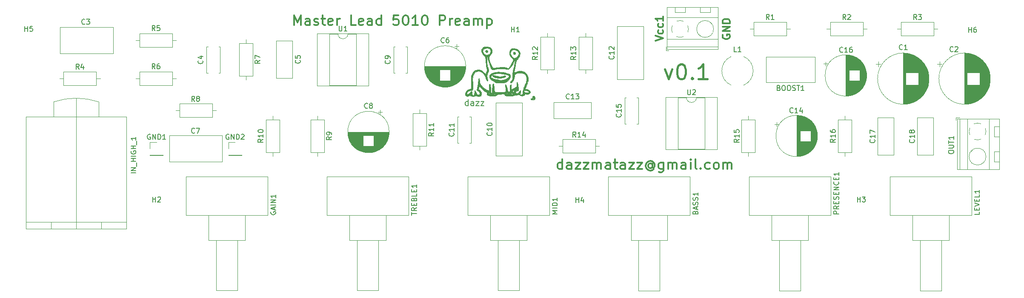
<source format=gto>
G04 #@! TF.GenerationSoftware,KiCad,Pcbnew,(5.1.4)-1*
G04 #@! TF.CreationDate,2020-03-07T15:09:51+01:00*
G04 #@! TF.ProjectId,Lead-12-5010,4c656164-2d31-4322-9d35-3031302e6b69,rev?*
G04 #@! TF.SameCoordinates,Original*
G04 #@! TF.FileFunction,Legend,Top*
G04 #@! TF.FilePolarity,Positive*
%FSLAX46Y46*%
G04 Gerber Fmt 4.6, Leading zero omitted, Abs format (unit mm)*
G04 Created by KiCad (PCBNEW (5.1.4)-1) date 2020-03-07 15:09:51*
%MOMM*%
%LPD*%
G04 APERTURE LIST*
%ADD10C,0.400000*%
%ADD11C,0.300000*%
%ADD12C,0.200000*%
%ADD13C,0.120000*%
%ADD14C,0.010000*%
%ADD15C,0.150000*%
G04 APERTURE END LIST*
D10*
X205010285Y-100957142D02*
X205724571Y-102957142D01*
X206438857Y-100957142D01*
X208153142Y-99957142D02*
X208438857Y-99957142D01*
X208724571Y-100100000D01*
X208867428Y-100242857D01*
X209010285Y-100528571D01*
X209153142Y-101100000D01*
X209153142Y-101814285D01*
X209010285Y-102385714D01*
X208867428Y-102671428D01*
X208724571Y-102814285D01*
X208438857Y-102957142D01*
X208153142Y-102957142D01*
X207867428Y-102814285D01*
X207724571Y-102671428D01*
X207581714Y-102385714D01*
X207438857Y-101814285D01*
X207438857Y-101100000D01*
X207581714Y-100528571D01*
X207724571Y-100242857D01*
X207867428Y-100100000D01*
X208153142Y-99957142D01*
X210438857Y-102671428D02*
X210581714Y-102814285D01*
X210438857Y-102957142D01*
X210296000Y-102814285D01*
X210438857Y-102671428D01*
X210438857Y-102957142D01*
X213438857Y-102957142D02*
X211724571Y-102957142D01*
X212581714Y-102957142D02*
X212581714Y-99957142D01*
X212296000Y-100385714D01*
X212010285Y-100671428D01*
X211724571Y-100814285D01*
D11*
X131256952Y-92217761D02*
X131256952Y-90217761D01*
X131923619Y-91646333D01*
X132590285Y-90217761D01*
X132590285Y-92217761D01*
X134399809Y-92217761D02*
X134399809Y-91170142D01*
X134304571Y-90979666D01*
X134114095Y-90884428D01*
X133733142Y-90884428D01*
X133542666Y-90979666D01*
X134399809Y-92122523D02*
X134209333Y-92217761D01*
X133733142Y-92217761D01*
X133542666Y-92122523D01*
X133447428Y-91932047D01*
X133447428Y-91741571D01*
X133542666Y-91551095D01*
X133733142Y-91455857D01*
X134209333Y-91455857D01*
X134399809Y-91360619D01*
X135256952Y-92122523D02*
X135447428Y-92217761D01*
X135828380Y-92217761D01*
X136018857Y-92122523D01*
X136114095Y-91932047D01*
X136114095Y-91836809D01*
X136018857Y-91646333D01*
X135828380Y-91551095D01*
X135542666Y-91551095D01*
X135352190Y-91455857D01*
X135256952Y-91265380D01*
X135256952Y-91170142D01*
X135352190Y-90979666D01*
X135542666Y-90884428D01*
X135828380Y-90884428D01*
X136018857Y-90979666D01*
X136685523Y-90884428D02*
X137447428Y-90884428D01*
X136971238Y-90217761D02*
X136971238Y-91932047D01*
X137066476Y-92122523D01*
X137256952Y-92217761D01*
X137447428Y-92217761D01*
X138876000Y-92122523D02*
X138685523Y-92217761D01*
X138304571Y-92217761D01*
X138114095Y-92122523D01*
X138018857Y-91932047D01*
X138018857Y-91170142D01*
X138114095Y-90979666D01*
X138304571Y-90884428D01*
X138685523Y-90884428D01*
X138876000Y-90979666D01*
X138971238Y-91170142D01*
X138971238Y-91360619D01*
X138018857Y-91551095D01*
X139828380Y-92217761D02*
X139828380Y-90884428D01*
X139828380Y-91265380D02*
X139923619Y-91074904D01*
X140018857Y-90979666D01*
X140209333Y-90884428D01*
X140399809Y-90884428D01*
X143542666Y-92217761D02*
X142590285Y-92217761D01*
X142590285Y-90217761D01*
X144971238Y-92122523D02*
X144780761Y-92217761D01*
X144399809Y-92217761D01*
X144209333Y-92122523D01*
X144114095Y-91932047D01*
X144114095Y-91170142D01*
X144209333Y-90979666D01*
X144399809Y-90884428D01*
X144780761Y-90884428D01*
X144971238Y-90979666D01*
X145066476Y-91170142D01*
X145066476Y-91360619D01*
X144114095Y-91551095D01*
X146780761Y-92217761D02*
X146780761Y-91170142D01*
X146685523Y-90979666D01*
X146495047Y-90884428D01*
X146114095Y-90884428D01*
X145923619Y-90979666D01*
X146780761Y-92122523D02*
X146590285Y-92217761D01*
X146114095Y-92217761D01*
X145923619Y-92122523D01*
X145828380Y-91932047D01*
X145828380Y-91741571D01*
X145923619Y-91551095D01*
X146114095Y-91455857D01*
X146590285Y-91455857D01*
X146780761Y-91360619D01*
X148590285Y-92217761D02*
X148590285Y-90217761D01*
X148590285Y-92122523D02*
X148399809Y-92217761D01*
X148018857Y-92217761D01*
X147828380Y-92122523D01*
X147733142Y-92027285D01*
X147637904Y-91836809D01*
X147637904Y-91265380D01*
X147733142Y-91074904D01*
X147828380Y-90979666D01*
X148018857Y-90884428D01*
X148399809Y-90884428D01*
X148590285Y-90979666D01*
X152018857Y-90217761D02*
X151066476Y-90217761D01*
X150971238Y-91170142D01*
X151066476Y-91074904D01*
X151256952Y-90979666D01*
X151733142Y-90979666D01*
X151923619Y-91074904D01*
X152018857Y-91170142D01*
X152114095Y-91360619D01*
X152114095Y-91836809D01*
X152018857Y-92027285D01*
X151923619Y-92122523D01*
X151733142Y-92217761D01*
X151256952Y-92217761D01*
X151066476Y-92122523D01*
X150971238Y-92027285D01*
X153352190Y-90217761D02*
X153542666Y-90217761D01*
X153733142Y-90313000D01*
X153828380Y-90408238D01*
X153923619Y-90598714D01*
X154018857Y-90979666D01*
X154018857Y-91455857D01*
X153923619Y-91836809D01*
X153828380Y-92027285D01*
X153733142Y-92122523D01*
X153542666Y-92217761D01*
X153352190Y-92217761D01*
X153161714Y-92122523D01*
X153066476Y-92027285D01*
X152971238Y-91836809D01*
X152876000Y-91455857D01*
X152876000Y-90979666D01*
X152971238Y-90598714D01*
X153066476Y-90408238D01*
X153161714Y-90313000D01*
X153352190Y-90217761D01*
X155923619Y-92217761D02*
X154780761Y-92217761D01*
X155352190Y-92217761D02*
X155352190Y-90217761D01*
X155161714Y-90503476D01*
X154971238Y-90693952D01*
X154780761Y-90789190D01*
X157161714Y-90217761D02*
X157352190Y-90217761D01*
X157542666Y-90313000D01*
X157637904Y-90408238D01*
X157733142Y-90598714D01*
X157828380Y-90979666D01*
X157828380Y-91455857D01*
X157733142Y-91836809D01*
X157637904Y-92027285D01*
X157542666Y-92122523D01*
X157352190Y-92217761D01*
X157161714Y-92217761D01*
X156971238Y-92122523D01*
X156876000Y-92027285D01*
X156780761Y-91836809D01*
X156685523Y-91455857D01*
X156685523Y-90979666D01*
X156780761Y-90598714D01*
X156876000Y-90408238D01*
X156971238Y-90313000D01*
X157161714Y-90217761D01*
X160209333Y-92217761D02*
X160209333Y-90217761D01*
X160971238Y-90217761D01*
X161161714Y-90313000D01*
X161256952Y-90408238D01*
X161352190Y-90598714D01*
X161352190Y-90884428D01*
X161256952Y-91074904D01*
X161161714Y-91170142D01*
X160971238Y-91265380D01*
X160209333Y-91265380D01*
X162209333Y-92217761D02*
X162209333Y-90884428D01*
X162209333Y-91265380D02*
X162304571Y-91074904D01*
X162399809Y-90979666D01*
X162590285Y-90884428D01*
X162780761Y-90884428D01*
X164209333Y-92122523D02*
X164018857Y-92217761D01*
X163637904Y-92217761D01*
X163447428Y-92122523D01*
X163352190Y-91932047D01*
X163352190Y-91170142D01*
X163447428Y-90979666D01*
X163637904Y-90884428D01*
X164018857Y-90884428D01*
X164209333Y-90979666D01*
X164304571Y-91170142D01*
X164304571Y-91360619D01*
X163352190Y-91551095D01*
X166018857Y-92217761D02*
X166018857Y-91170142D01*
X165923619Y-90979666D01*
X165733142Y-90884428D01*
X165352190Y-90884428D01*
X165161714Y-90979666D01*
X166018857Y-92122523D02*
X165828380Y-92217761D01*
X165352190Y-92217761D01*
X165161714Y-92122523D01*
X165066476Y-91932047D01*
X165066476Y-91741571D01*
X165161714Y-91551095D01*
X165352190Y-91455857D01*
X165828380Y-91455857D01*
X166018857Y-91360619D01*
X166971238Y-92217761D02*
X166971238Y-90884428D01*
X166971238Y-91074904D02*
X167066476Y-90979666D01*
X167256952Y-90884428D01*
X167542666Y-90884428D01*
X167733142Y-90979666D01*
X167828380Y-91170142D01*
X167828380Y-92217761D01*
X167828380Y-91170142D02*
X167923619Y-90979666D01*
X168114095Y-90884428D01*
X168399809Y-90884428D01*
X168590285Y-90979666D01*
X168685523Y-91170142D01*
X168685523Y-92217761D01*
X169637904Y-90884428D02*
X169637904Y-92884428D01*
X169637904Y-90979666D02*
X169828380Y-90884428D01*
X170209333Y-90884428D01*
X170399809Y-90979666D01*
X170495047Y-91074904D01*
X170590285Y-91265380D01*
X170590285Y-91836809D01*
X170495047Y-92027285D01*
X170399809Y-92122523D01*
X170209333Y-92217761D01*
X169828380Y-92217761D01*
X169637904Y-92122523D01*
X216547000Y-94106857D02*
X216475571Y-94249714D01*
X216475571Y-94464000D01*
X216547000Y-94678285D01*
X216689857Y-94821142D01*
X216832714Y-94892571D01*
X217118428Y-94964000D01*
X217332714Y-94964000D01*
X217618428Y-94892571D01*
X217761285Y-94821142D01*
X217904142Y-94678285D01*
X217975571Y-94464000D01*
X217975571Y-94321142D01*
X217904142Y-94106857D01*
X217832714Y-94035428D01*
X217332714Y-94035428D01*
X217332714Y-94321142D01*
X217975571Y-93392571D02*
X216475571Y-93392571D01*
X217975571Y-92535428D01*
X216475571Y-92535428D01*
X217975571Y-91821142D02*
X216475571Y-91821142D01*
X216475571Y-91464000D01*
X216547000Y-91249714D01*
X216689857Y-91106857D01*
X216832714Y-91035428D01*
X217118428Y-90964000D01*
X217332714Y-90964000D01*
X217618428Y-91035428D01*
X217761285Y-91106857D01*
X217904142Y-91249714D01*
X217975571Y-91464000D01*
X217975571Y-91821142D01*
X184612428Y-120919761D02*
X184612428Y-118919761D01*
X184612428Y-120824523D02*
X184421952Y-120919761D01*
X184041000Y-120919761D01*
X183850523Y-120824523D01*
X183755285Y-120729285D01*
X183660047Y-120538809D01*
X183660047Y-119967380D01*
X183755285Y-119776904D01*
X183850523Y-119681666D01*
X184041000Y-119586428D01*
X184421952Y-119586428D01*
X184612428Y-119681666D01*
X186421952Y-120919761D02*
X186421952Y-119872142D01*
X186326714Y-119681666D01*
X186136238Y-119586428D01*
X185755285Y-119586428D01*
X185564809Y-119681666D01*
X186421952Y-120824523D02*
X186231476Y-120919761D01*
X185755285Y-120919761D01*
X185564809Y-120824523D01*
X185469571Y-120634047D01*
X185469571Y-120443571D01*
X185564809Y-120253095D01*
X185755285Y-120157857D01*
X186231476Y-120157857D01*
X186421952Y-120062619D01*
X187183857Y-119586428D02*
X188231476Y-119586428D01*
X187183857Y-120919761D01*
X188231476Y-120919761D01*
X188802904Y-119586428D02*
X189850523Y-119586428D01*
X188802904Y-120919761D01*
X189850523Y-120919761D01*
X190612428Y-120919761D02*
X190612428Y-119586428D01*
X190612428Y-119776904D02*
X190707666Y-119681666D01*
X190898142Y-119586428D01*
X191183857Y-119586428D01*
X191374333Y-119681666D01*
X191469571Y-119872142D01*
X191469571Y-120919761D01*
X191469571Y-119872142D02*
X191564809Y-119681666D01*
X191755285Y-119586428D01*
X192041000Y-119586428D01*
X192231476Y-119681666D01*
X192326714Y-119872142D01*
X192326714Y-120919761D01*
X194136238Y-120919761D02*
X194136238Y-119872142D01*
X194041000Y-119681666D01*
X193850523Y-119586428D01*
X193469571Y-119586428D01*
X193279095Y-119681666D01*
X194136238Y-120824523D02*
X193945761Y-120919761D01*
X193469571Y-120919761D01*
X193279095Y-120824523D01*
X193183857Y-120634047D01*
X193183857Y-120443571D01*
X193279095Y-120253095D01*
X193469571Y-120157857D01*
X193945761Y-120157857D01*
X194136238Y-120062619D01*
X194802904Y-119586428D02*
X195564809Y-119586428D01*
X195088619Y-118919761D02*
X195088619Y-120634047D01*
X195183857Y-120824523D01*
X195374333Y-120919761D01*
X195564809Y-120919761D01*
X197088619Y-120919761D02*
X197088619Y-119872142D01*
X196993380Y-119681666D01*
X196802904Y-119586428D01*
X196421952Y-119586428D01*
X196231476Y-119681666D01*
X197088619Y-120824523D02*
X196898142Y-120919761D01*
X196421952Y-120919761D01*
X196231476Y-120824523D01*
X196136238Y-120634047D01*
X196136238Y-120443571D01*
X196231476Y-120253095D01*
X196421952Y-120157857D01*
X196898142Y-120157857D01*
X197088619Y-120062619D01*
X197850523Y-119586428D02*
X198898142Y-119586428D01*
X197850523Y-120919761D01*
X198898142Y-120919761D01*
X199469571Y-119586428D02*
X200517190Y-119586428D01*
X199469571Y-120919761D01*
X200517190Y-120919761D01*
X202517190Y-119967380D02*
X202421952Y-119872142D01*
X202231476Y-119776904D01*
X202041000Y-119776904D01*
X201850523Y-119872142D01*
X201755285Y-119967380D01*
X201660047Y-120157857D01*
X201660047Y-120348333D01*
X201755285Y-120538809D01*
X201850523Y-120634047D01*
X202041000Y-120729285D01*
X202231476Y-120729285D01*
X202421952Y-120634047D01*
X202517190Y-120538809D01*
X202517190Y-119776904D02*
X202517190Y-120538809D01*
X202612428Y-120634047D01*
X202707666Y-120634047D01*
X202898142Y-120538809D01*
X202993380Y-120348333D01*
X202993380Y-119872142D01*
X202802904Y-119586428D01*
X202517190Y-119395952D01*
X202136238Y-119300714D01*
X201755285Y-119395952D01*
X201469571Y-119586428D01*
X201279095Y-119872142D01*
X201183857Y-120253095D01*
X201279095Y-120634047D01*
X201469571Y-120919761D01*
X201755285Y-121110238D01*
X202136238Y-121205476D01*
X202517190Y-121110238D01*
X202802904Y-120919761D01*
X204707666Y-119586428D02*
X204707666Y-121205476D01*
X204612428Y-121395952D01*
X204517190Y-121491190D01*
X204326714Y-121586428D01*
X204041000Y-121586428D01*
X203850523Y-121491190D01*
X204707666Y-120824523D02*
X204517190Y-120919761D01*
X204136238Y-120919761D01*
X203945761Y-120824523D01*
X203850523Y-120729285D01*
X203755285Y-120538809D01*
X203755285Y-119967380D01*
X203850523Y-119776904D01*
X203945761Y-119681666D01*
X204136238Y-119586428D01*
X204517190Y-119586428D01*
X204707666Y-119681666D01*
X205660047Y-120919761D02*
X205660047Y-119586428D01*
X205660047Y-119776904D02*
X205755285Y-119681666D01*
X205945761Y-119586428D01*
X206231476Y-119586428D01*
X206421952Y-119681666D01*
X206517190Y-119872142D01*
X206517190Y-120919761D01*
X206517190Y-119872142D02*
X206612428Y-119681666D01*
X206802904Y-119586428D01*
X207088619Y-119586428D01*
X207279095Y-119681666D01*
X207374333Y-119872142D01*
X207374333Y-120919761D01*
X209183857Y-120919761D02*
X209183857Y-119872142D01*
X209088619Y-119681666D01*
X208898142Y-119586428D01*
X208517190Y-119586428D01*
X208326714Y-119681666D01*
X209183857Y-120824523D02*
X208993380Y-120919761D01*
X208517190Y-120919761D01*
X208326714Y-120824523D01*
X208231476Y-120634047D01*
X208231476Y-120443571D01*
X208326714Y-120253095D01*
X208517190Y-120157857D01*
X208993380Y-120157857D01*
X209183857Y-120062619D01*
X210136238Y-120919761D02*
X210136238Y-119586428D01*
X210136238Y-118919761D02*
X210041000Y-119015000D01*
X210136238Y-119110238D01*
X210231476Y-119015000D01*
X210136238Y-118919761D01*
X210136238Y-119110238D01*
X211374333Y-120919761D02*
X211183857Y-120824523D01*
X211088619Y-120634047D01*
X211088619Y-118919761D01*
X212136238Y-120729285D02*
X212231476Y-120824523D01*
X212136238Y-120919761D01*
X212041000Y-120824523D01*
X212136238Y-120729285D01*
X212136238Y-120919761D01*
X213945761Y-120824523D02*
X213755285Y-120919761D01*
X213374333Y-120919761D01*
X213183857Y-120824523D01*
X213088619Y-120729285D01*
X212993380Y-120538809D01*
X212993380Y-119967380D01*
X213088619Y-119776904D01*
X213183857Y-119681666D01*
X213374333Y-119586428D01*
X213755285Y-119586428D01*
X213945761Y-119681666D01*
X215088619Y-120919761D02*
X214898142Y-120824523D01*
X214802904Y-120729285D01*
X214707666Y-120538809D01*
X214707666Y-119967380D01*
X214802904Y-119776904D01*
X214898142Y-119681666D01*
X215088619Y-119586428D01*
X215374333Y-119586428D01*
X215564809Y-119681666D01*
X215660047Y-119776904D01*
X215755285Y-119967380D01*
X215755285Y-120538809D01*
X215660047Y-120729285D01*
X215564809Y-120824523D01*
X215374333Y-120919761D01*
X215088619Y-120919761D01*
X216612428Y-120919761D02*
X216612428Y-119586428D01*
X216612428Y-119776904D02*
X216707666Y-119681666D01*
X216898142Y-119586428D01*
X217183857Y-119586428D01*
X217374333Y-119681666D01*
X217469571Y-119872142D01*
X217469571Y-120919761D01*
X217469571Y-119872142D02*
X217564809Y-119681666D01*
X217755285Y-119586428D01*
X218041000Y-119586428D01*
X218231476Y-119681666D01*
X218326714Y-119872142D01*
X218326714Y-120919761D01*
D12*
X165874857Y-108238857D02*
X165874857Y-107038857D01*
X165874857Y-108181714D02*
X165760571Y-108238857D01*
X165532000Y-108238857D01*
X165417714Y-108181714D01*
X165360571Y-108124571D01*
X165303428Y-108010285D01*
X165303428Y-107667428D01*
X165360571Y-107553142D01*
X165417714Y-107496000D01*
X165532000Y-107438857D01*
X165760571Y-107438857D01*
X165874857Y-107496000D01*
X166960571Y-108238857D02*
X166960571Y-107610285D01*
X166903428Y-107496000D01*
X166789142Y-107438857D01*
X166560571Y-107438857D01*
X166446285Y-107496000D01*
X166960571Y-108181714D02*
X166846285Y-108238857D01*
X166560571Y-108238857D01*
X166446285Y-108181714D01*
X166389142Y-108067428D01*
X166389142Y-107953142D01*
X166446285Y-107838857D01*
X166560571Y-107781714D01*
X166846285Y-107781714D01*
X166960571Y-107724571D01*
X167417714Y-107438857D02*
X168046285Y-107438857D01*
X167417714Y-108238857D01*
X168046285Y-108238857D01*
X168389142Y-107438857D02*
X169017714Y-107438857D01*
X168389142Y-108238857D01*
X169017714Y-108238857D01*
D13*
X205226000Y-97264000D02*
X205726000Y-97264000D01*
X205226000Y-96524000D02*
X205226000Y-97264000D01*
X214026000Y-88664000D02*
X214026000Y-89664000D01*
X212026000Y-88664000D02*
X212026000Y-89664000D01*
X212026000Y-89664000D02*
X214026000Y-89664000D01*
X212026000Y-88664000D02*
X214026000Y-88664000D01*
X211799000Y-93987000D02*
X211752000Y-94033000D01*
X214096000Y-91689000D02*
X214061000Y-91725000D01*
X211992000Y-94203000D02*
X211957000Y-94238000D01*
X214301000Y-91895000D02*
X214254000Y-91941000D01*
X209026000Y-88664000D02*
X209026000Y-89664000D01*
X207026000Y-88664000D02*
X207026000Y-89664000D01*
X207026000Y-89664000D02*
X209026000Y-89664000D01*
X207026000Y-88664000D02*
X209026000Y-88664000D01*
X215586000Y-88604000D02*
X215586000Y-97024000D01*
X205466000Y-88604000D02*
X205466000Y-97024000D01*
X205466000Y-97024000D02*
X215586000Y-97024000D01*
X205466000Y-88604000D02*
X215586000Y-88604000D01*
X205466000Y-90663000D02*
X215586000Y-90663000D01*
X205466000Y-94964000D02*
X215586000Y-94964000D01*
X205466000Y-96464000D02*
X215586000Y-96464000D01*
X214706000Y-92964000D02*
G75*
G03X214706000Y-92964000I-1680000J0D01*
G01*
X208054805Y-94644253D02*
G75*
G02X207342000Y-94499000I-28805J1680253D01*
G01*
X206490574Y-93647042D02*
G75*
G02X206491000Y-92280000I1535426J683042D01*
G01*
X207342958Y-91428574D02*
G75*
G02X208710000Y-91429000I683042J-1535426D01*
G01*
X209561426Y-92280958D02*
G75*
G02X209561000Y-93648000I-1535426J-683042D01*
G01*
X208709318Y-94498756D02*
G75*
G02X208026000Y-94644000I-683318J1534756D01*
G01*
X92695000Y-102870000D02*
X91925000Y-102870000D01*
X84615000Y-102870000D02*
X85385000Y-102870000D01*
X91925000Y-101500000D02*
X85385000Y-101500000D01*
X91925000Y-104240000D02*
X91925000Y-101500000D01*
X85385000Y-104240000D02*
X91925000Y-104240000D01*
X85385000Y-101500000D02*
X85385000Y-104240000D01*
X107038000Y-96620000D02*
X107038000Y-93880000D01*
X107038000Y-93880000D02*
X100498000Y-93880000D01*
X100498000Y-93880000D02*
X100498000Y-96620000D01*
X100498000Y-96620000D02*
X107038000Y-96620000D01*
X107808000Y-95250000D02*
X107038000Y-95250000D01*
X99728000Y-95250000D02*
X100498000Y-95250000D01*
X100489000Y-101500000D02*
X100489000Y-104240000D01*
X100489000Y-104240000D02*
X107029000Y-104240000D01*
X107029000Y-104240000D02*
X107029000Y-101500000D01*
X107029000Y-101500000D02*
X100489000Y-101500000D01*
X99719000Y-102870000D02*
X100489000Y-102870000D01*
X107799000Y-102870000D02*
X107029000Y-102870000D01*
X187860000Y-101060000D02*
X190600000Y-101060000D01*
X190600000Y-101060000D02*
X190600000Y-94520000D01*
X190600000Y-94520000D02*
X187860000Y-94520000D01*
X187860000Y-94520000D02*
X187860000Y-101060000D01*
X189230000Y-101830000D02*
X189230000Y-101060000D01*
X189230000Y-93750000D02*
X189230000Y-94520000D01*
X210020000Y-122404000D02*
X210020000Y-130144000D01*
X193780000Y-122404000D02*
X193780000Y-130144000D01*
X210020000Y-122404000D02*
X193780000Y-122404000D01*
X210020000Y-130144000D02*
X193780000Y-130144000D01*
X205520000Y-130144000D02*
X205520000Y-135144000D01*
X198280000Y-130144000D02*
X198280000Y-135144000D01*
X205520000Y-130144000D02*
X198280000Y-130144000D01*
X205520000Y-135144000D02*
X198280000Y-135144000D01*
X204020000Y-135144000D02*
X204020000Y-145144000D01*
X199780000Y-135144000D02*
X199780000Y-145144000D01*
X204020000Y-135144000D02*
X199780000Y-135144000D01*
X204020000Y-145144000D02*
X199780000Y-145144000D01*
X126020000Y-122380000D02*
X126020000Y-130120000D01*
X109780000Y-122380000D02*
X109780000Y-130120000D01*
X126020000Y-122380000D02*
X109780000Y-122380000D01*
X126020000Y-130120000D02*
X109780000Y-130120000D01*
X121520000Y-130120000D02*
X121520000Y-135120000D01*
X114280000Y-130120000D02*
X114280000Y-135120000D01*
X121520000Y-130120000D02*
X114280000Y-130120000D01*
X121520000Y-135120000D02*
X114280000Y-135120000D01*
X120020000Y-135120000D02*
X120020000Y-145120000D01*
X115780000Y-135120000D02*
X115780000Y-145120000D01*
X120020000Y-135120000D02*
X115780000Y-135120000D01*
X120020000Y-145120000D02*
X115780000Y-145120000D01*
X260020000Y-145144000D02*
X255780000Y-145144000D01*
X260020000Y-135144000D02*
X255780000Y-135144000D01*
X255780000Y-135144000D02*
X255780000Y-145144000D01*
X260020000Y-135144000D02*
X260020000Y-145144000D01*
X261520000Y-135144000D02*
X254280000Y-135144000D01*
X261520000Y-130144000D02*
X254280000Y-130144000D01*
X254280000Y-130144000D02*
X254280000Y-135144000D01*
X261520000Y-130144000D02*
X261520000Y-135144000D01*
X266020000Y-130144000D02*
X249780000Y-130144000D01*
X266020000Y-122404000D02*
X249780000Y-122404000D01*
X249780000Y-122404000D02*
X249780000Y-130144000D01*
X266020000Y-122404000D02*
X266020000Y-130144000D01*
X182030000Y-122380000D02*
X182030000Y-130120000D01*
X165790000Y-122380000D02*
X165790000Y-130120000D01*
X182030000Y-122380000D02*
X165790000Y-122380000D01*
X182030000Y-130120000D02*
X165790000Y-130120000D01*
X177530000Y-130120000D02*
X177530000Y-135120000D01*
X170290000Y-130120000D02*
X170290000Y-135120000D01*
X177530000Y-130120000D02*
X170290000Y-130120000D01*
X177530000Y-135120000D02*
X170290000Y-135120000D01*
X176030000Y-135120000D02*
X176030000Y-145120000D01*
X171790000Y-135120000D02*
X171790000Y-145120000D01*
X176030000Y-135120000D02*
X171790000Y-135120000D01*
X176030000Y-145120000D02*
X171790000Y-145120000D01*
X148020000Y-145120000D02*
X143780000Y-145120000D01*
X148020000Y-135120000D02*
X143780000Y-135120000D01*
X143780000Y-135120000D02*
X143780000Y-145120000D01*
X148020000Y-135120000D02*
X148020000Y-145120000D01*
X149520000Y-135120000D02*
X142280000Y-135120000D01*
X149520000Y-130120000D02*
X142280000Y-130120000D01*
X142280000Y-130120000D02*
X142280000Y-135120000D01*
X149520000Y-130120000D02*
X149520000Y-135120000D01*
X154020000Y-130120000D02*
X137780000Y-130120000D01*
X154020000Y-122380000D02*
X137780000Y-122380000D01*
X137780000Y-122380000D02*
X137780000Y-130120000D01*
X154020000Y-122380000D02*
X154020000Y-130120000D01*
X77900000Y-110500000D02*
X97900000Y-110500000D01*
X97900000Y-110500000D02*
X97900000Y-131500000D01*
X97900000Y-131500000D02*
X77900000Y-131500000D01*
X77900000Y-131500000D02*
X77900000Y-110500000D01*
X77900000Y-131500000D02*
X77900000Y-132800000D01*
X77900000Y-132800000D02*
X97900000Y-132800000D01*
X97900000Y-132800000D02*
X97900000Y-131500000D01*
X82900000Y-131500000D02*
X82900000Y-132800000D01*
X92900000Y-132800000D02*
X92900000Y-131500000D01*
X87900000Y-130400000D02*
X87900000Y-132800000D01*
X87900000Y-130400000D02*
X87900000Y-106800000D01*
X92400000Y-110500000D02*
X92400000Y-107500000D01*
X83400000Y-110500000D02*
X83400000Y-107500000D01*
X83400000Y-107500002D02*
G75*
G02X92399999Y-107500001I4500000J-13399998D01*
G01*
X200740000Y-103000000D02*
X195500000Y-103000000D01*
X200740000Y-92460000D02*
X195500000Y-92460000D01*
X195500000Y-92460000D02*
X195500000Y-103000000D01*
X200740000Y-92460000D02*
X200740000Y-103000000D01*
X176610000Y-118240000D02*
X171370000Y-118240000D01*
X176610000Y-107700000D02*
X171370000Y-107700000D01*
X171370000Y-107700000D02*
X171370000Y-118240000D01*
X176610000Y-107700000D02*
X176610000Y-118240000D01*
X84715000Y-97870000D02*
X84715000Y-92630000D01*
X95255000Y-97870000D02*
X95255000Y-92630000D01*
X95255000Y-92630000D02*
X84715000Y-92630000D01*
X95255000Y-97870000D02*
X84715000Y-97870000D01*
X165410000Y-100429000D02*
G75*
G03X165410000Y-100429000I-4120000J0D01*
G01*
X165370000Y-100429000D02*
X157210000Y-100429000D01*
X165370000Y-100469000D02*
X157210000Y-100469000D01*
X165370000Y-100509000D02*
X157210000Y-100509000D01*
X165369000Y-100549000D02*
X157211000Y-100549000D01*
X165367000Y-100589000D02*
X157213000Y-100589000D01*
X165366000Y-100629000D02*
X157214000Y-100629000D01*
X165364000Y-100669000D02*
X157216000Y-100669000D01*
X165361000Y-100709000D02*
X157219000Y-100709000D01*
X165358000Y-100749000D02*
X157222000Y-100749000D01*
X165355000Y-100789000D02*
X157225000Y-100789000D01*
X165351000Y-100829000D02*
X157229000Y-100829000D01*
X165347000Y-100869000D02*
X157233000Y-100869000D01*
X165342000Y-100909000D02*
X157238000Y-100909000D01*
X165338000Y-100949000D02*
X157242000Y-100949000D01*
X165332000Y-100989000D02*
X157248000Y-100989000D01*
X165327000Y-101029000D02*
X157253000Y-101029000D01*
X165320000Y-101069000D02*
X157260000Y-101069000D01*
X165314000Y-101109000D02*
X157266000Y-101109000D01*
X165307000Y-101150000D02*
X162330000Y-101150000D01*
X160250000Y-101150000D02*
X157273000Y-101150000D01*
X165300000Y-101190000D02*
X162330000Y-101190000D01*
X160250000Y-101190000D02*
X157280000Y-101190000D01*
X165292000Y-101230000D02*
X162330000Y-101230000D01*
X160250000Y-101230000D02*
X157288000Y-101230000D01*
X165284000Y-101270000D02*
X162330000Y-101270000D01*
X160250000Y-101270000D02*
X157296000Y-101270000D01*
X165275000Y-101310000D02*
X162330000Y-101310000D01*
X160250000Y-101310000D02*
X157305000Y-101310000D01*
X165266000Y-101350000D02*
X162330000Y-101350000D01*
X160250000Y-101350000D02*
X157314000Y-101350000D01*
X165257000Y-101390000D02*
X162330000Y-101390000D01*
X160250000Y-101390000D02*
X157323000Y-101390000D01*
X165247000Y-101430000D02*
X162330000Y-101430000D01*
X160250000Y-101430000D02*
X157333000Y-101430000D01*
X165237000Y-101470000D02*
X162330000Y-101470000D01*
X160250000Y-101470000D02*
X157343000Y-101470000D01*
X165226000Y-101510000D02*
X162330000Y-101510000D01*
X160250000Y-101510000D02*
X157354000Y-101510000D01*
X165215000Y-101550000D02*
X162330000Y-101550000D01*
X160250000Y-101550000D02*
X157365000Y-101550000D01*
X165204000Y-101590000D02*
X162330000Y-101590000D01*
X160250000Y-101590000D02*
X157376000Y-101590000D01*
X165192000Y-101630000D02*
X162330000Y-101630000D01*
X160250000Y-101630000D02*
X157388000Y-101630000D01*
X165179000Y-101670000D02*
X162330000Y-101670000D01*
X160250000Y-101670000D02*
X157401000Y-101670000D01*
X165167000Y-101710000D02*
X162330000Y-101710000D01*
X160250000Y-101710000D02*
X157413000Y-101710000D01*
X165153000Y-101750000D02*
X162330000Y-101750000D01*
X160250000Y-101750000D02*
X157427000Y-101750000D01*
X165140000Y-101790000D02*
X162330000Y-101790000D01*
X160250000Y-101790000D02*
X157440000Y-101790000D01*
X165125000Y-101830000D02*
X162330000Y-101830000D01*
X160250000Y-101830000D02*
X157455000Y-101830000D01*
X165111000Y-101870000D02*
X162330000Y-101870000D01*
X160250000Y-101870000D02*
X157469000Y-101870000D01*
X165095000Y-101910000D02*
X162330000Y-101910000D01*
X160250000Y-101910000D02*
X157485000Y-101910000D01*
X165080000Y-101950000D02*
X162330000Y-101950000D01*
X160250000Y-101950000D02*
X157500000Y-101950000D01*
X165064000Y-101990000D02*
X162330000Y-101990000D01*
X160250000Y-101990000D02*
X157516000Y-101990000D01*
X165047000Y-102030000D02*
X162330000Y-102030000D01*
X160250000Y-102030000D02*
X157533000Y-102030000D01*
X165030000Y-102070000D02*
X162330000Y-102070000D01*
X160250000Y-102070000D02*
X157550000Y-102070000D01*
X165012000Y-102110000D02*
X162330000Y-102110000D01*
X160250000Y-102110000D02*
X157568000Y-102110000D01*
X164994000Y-102150000D02*
X162330000Y-102150000D01*
X160250000Y-102150000D02*
X157586000Y-102150000D01*
X164976000Y-102190000D02*
X162330000Y-102190000D01*
X160250000Y-102190000D02*
X157604000Y-102190000D01*
X164956000Y-102230000D02*
X162330000Y-102230000D01*
X160250000Y-102230000D02*
X157624000Y-102230000D01*
X164937000Y-102270000D02*
X162330000Y-102270000D01*
X160250000Y-102270000D02*
X157643000Y-102270000D01*
X164917000Y-102310000D02*
X162330000Y-102310000D01*
X160250000Y-102310000D02*
X157663000Y-102310000D01*
X164896000Y-102350000D02*
X162330000Y-102350000D01*
X160250000Y-102350000D02*
X157684000Y-102350000D01*
X164874000Y-102390000D02*
X162330000Y-102390000D01*
X160250000Y-102390000D02*
X157706000Y-102390000D01*
X164852000Y-102430000D02*
X162330000Y-102430000D01*
X160250000Y-102430000D02*
X157728000Y-102430000D01*
X164830000Y-102470000D02*
X162330000Y-102470000D01*
X160250000Y-102470000D02*
X157750000Y-102470000D01*
X164807000Y-102510000D02*
X162330000Y-102510000D01*
X160250000Y-102510000D02*
X157773000Y-102510000D01*
X164783000Y-102550000D02*
X162330000Y-102550000D01*
X160250000Y-102550000D02*
X157797000Y-102550000D01*
X164759000Y-102590000D02*
X162330000Y-102590000D01*
X160250000Y-102590000D02*
X157821000Y-102590000D01*
X164734000Y-102630000D02*
X162330000Y-102630000D01*
X160250000Y-102630000D02*
X157846000Y-102630000D01*
X164708000Y-102670000D02*
X162330000Y-102670000D01*
X160250000Y-102670000D02*
X157872000Y-102670000D01*
X164682000Y-102710000D02*
X162330000Y-102710000D01*
X160250000Y-102710000D02*
X157898000Y-102710000D01*
X164655000Y-102750000D02*
X162330000Y-102750000D01*
X160250000Y-102750000D02*
X157925000Y-102750000D01*
X164628000Y-102790000D02*
X162330000Y-102790000D01*
X160250000Y-102790000D02*
X157952000Y-102790000D01*
X164599000Y-102830000D02*
X162330000Y-102830000D01*
X160250000Y-102830000D02*
X157981000Y-102830000D01*
X164570000Y-102870000D02*
X162330000Y-102870000D01*
X160250000Y-102870000D02*
X158010000Y-102870000D01*
X164540000Y-102910000D02*
X162330000Y-102910000D01*
X160250000Y-102910000D02*
X158040000Y-102910000D01*
X164510000Y-102950000D02*
X162330000Y-102950000D01*
X160250000Y-102950000D02*
X158070000Y-102950000D01*
X164479000Y-102990000D02*
X162330000Y-102990000D01*
X160250000Y-102990000D02*
X158101000Y-102990000D01*
X164446000Y-103030000D02*
X162330000Y-103030000D01*
X160250000Y-103030000D02*
X158134000Y-103030000D01*
X164414000Y-103070000D02*
X162330000Y-103070000D01*
X160250000Y-103070000D02*
X158166000Y-103070000D01*
X164380000Y-103110000D02*
X162330000Y-103110000D01*
X160250000Y-103110000D02*
X158200000Y-103110000D01*
X164345000Y-103150000D02*
X162330000Y-103150000D01*
X160250000Y-103150000D02*
X158235000Y-103150000D01*
X164309000Y-103190000D02*
X162330000Y-103190000D01*
X160250000Y-103190000D02*
X158271000Y-103190000D01*
X164273000Y-103230000D02*
X158307000Y-103230000D01*
X164235000Y-103270000D02*
X158345000Y-103270000D01*
X164197000Y-103310000D02*
X158383000Y-103310000D01*
X164157000Y-103350000D02*
X158423000Y-103350000D01*
X164116000Y-103390000D02*
X158464000Y-103390000D01*
X164074000Y-103430000D02*
X158506000Y-103430000D01*
X164031000Y-103470000D02*
X158549000Y-103470000D01*
X163987000Y-103510000D02*
X158593000Y-103510000D01*
X163941000Y-103550000D02*
X158639000Y-103550000D01*
X163894000Y-103590000D02*
X158686000Y-103590000D01*
X163846000Y-103630000D02*
X158734000Y-103630000D01*
X163795000Y-103670000D02*
X158785000Y-103670000D01*
X163744000Y-103710000D02*
X158836000Y-103710000D01*
X163690000Y-103750000D02*
X158890000Y-103750000D01*
X163635000Y-103790000D02*
X158945000Y-103790000D01*
X163577000Y-103830000D02*
X159003000Y-103830000D01*
X163518000Y-103870000D02*
X159062000Y-103870000D01*
X163456000Y-103910000D02*
X159124000Y-103910000D01*
X163392000Y-103950000D02*
X159188000Y-103950000D01*
X163324000Y-103990000D02*
X159256000Y-103990000D01*
X163254000Y-104030000D02*
X159326000Y-104030000D01*
X163180000Y-104070000D02*
X159400000Y-104070000D01*
X163103000Y-104110000D02*
X159477000Y-104110000D01*
X163021000Y-104150000D02*
X159559000Y-104150000D01*
X162935000Y-104190000D02*
X159645000Y-104190000D01*
X162842000Y-104230000D02*
X159738000Y-104230000D01*
X162743000Y-104270000D02*
X159837000Y-104270000D01*
X162636000Y-104310000D02*
X159944000Y-104310000D01*
X162519000Y-104350000D02*
X160061000Y-104350000D01*
X162388000Y-104390000D02*
X160192000Y-104390000D01*
X162238000Y-104430000D02*
X160342000Y-104430000D01*
X162058000Y-104470000D02*
X160522000Y-104470000D01*
X161823000Y-104510000D02*
X160757000Y-104510000D01*
X163605000Y-96019302D02*
X163605000Y-96819302D01*
X164005000Y-96419302D02*
X163205000Y-96419302D01*
X106430000Y-114220000D02*
X116970000Y-114220000D01*
X106430000Y-119460000D02*
X116970000Y-119460000D01*
X106430000Y-114220000D02*
X106430000Y-119460000D01*
X116970000Y-114220000D02*
X116970000Y-119460000D01*
X150170000Y-113510000D02*
G75*
G03X150170000Y-113510000I-4120000J0D01*
G01*
X150130000Y-113510000D02*
X141970000Y-113510000D01*
X150130000Y-113550000D02*
X141970000Y-113550000D01*
X150130000Y-113590000D02*
X141970000Y-113590000D01*
X150129000Y-113630000D02*
X141971000Y-113630000D01*
X150127000Y-113670000D02*
X141973000Y-113670000D01*
X150126000Y-113710000D02*
X141974000Y-113710000D01*
X150124000Y-113750000D02*
X141976000Y-113750000D01*
X150121000Y-113790000D02*
X141979000Y-113790000D01*
X150118000Y-113830000D02*
X141982000Y-113830000D01*
X150115000Y-113870000D02*
X141985000Y-113870000D01*
X150111000Y-113910000D02*
X141989000Y-113910000D01*
X150107000Y-113950000D02*
X141993000Y-113950000D01*
X150102000Y-113990000D02*
X141998000Y-113990000D01*
X150098000Y-114030000D02*
X142002000Y-114030000D01*
X150092000Y-114070000D02*
X142008000Y-114070000D01*
X150087000Y-114110000D02*
X142013000Y-114110000D01*
X150080000Y-114150000D02*
X142020000Y-114150000D01*
X150074000Y-114190000D02*
X142026000Y-114190000D01*
X150067000Y-114231000D02*
X147090000Y-114231000D01*
X145010000Y-114231000D02*
X142033000Y-114231000D01*
X150060000Y-114271000D02*
X147090000Y-114271000D01*
X145010000Y-114271000D02*
X142040000Y-114271000D01*
X150052000Y-114311000D02*
X147090000Y-114311000D01*
X145010000Y-114311000D02*
X142048000Y-114311000D01*
X150044000Y-114351000D02*
X147090000Y-114351000D01*
X145010000Y-114351000D02*
X142056000Y-114351000D01*
X150035000Y-114391000D02*
X147090000Y-114391000D01*
X145010000Y-114391000D02*
X142065000Y-114391000D01*
X150026000Y-114431000D02*
X147090000Y-114431000D01*
X145010000Y-114431000D02*
X142074000Y-114431000D01*
X150017000Y-114471000D02*
X147090000Y-114471000D01*
X145010000Y-114471000D02*
X142083000Y-114471000D01*
X150007000Y-114511000D02*
X147090000Y-114511000D01*
X145010000Y-114511000D02*
X142093000Y-114511000D01*
X149997000Y-114551000D02*
X147090000Y-114551000D01*
X145010000Y-114551000D02*
X142103000Y-114551000D01*
X149986000Y-114591000D02*
X147090000Y-114591000D01*
X145010000Y-114591000D02*
X142114000Y-114591000D01*
X149975000Y-114631000D02*
X147090000Y-114631000D01*
X145010000Y-114631000D02*
X142125000Y-114631000D01*
X149964000Y-114671000D02*
X147090000Y-114671000D01*
X145010000Y-114671000D02*
X142136000Y-114671000D01*
X149952000Y-114711000D02*
X147090000Y-114711000D01*
X145010000Y-114711000D02*
X142148000Y-114711000D01*
X149939000Y-114751000D02*
X147090000Y-114751000D01*
X145010000Y-114751000D02*
X142161000Y-114751000D01*
X149927000Y-114791000D02*
X147090000Y-114791000D01*
X145010000Y-114791000D02*
X142173000Y-114791000D01*
X149913000Y-114831000D02*
X147090000Y-114831000D01*
X145010000Y-114831000D02*
X142187000Y-114831000D01*
X149900000Y-114871000D02*
X147090000Y-114871000D01*
X145010000Y-114871000D02*
X142200000Y-114871000D01*
X149885000Y-114911000D02*
X147090000Y-114911000D01*
X145010000Y-114911000D02*
X142215000Y-114911000D01*
X149871000Y-114951000D02*
X147090000Y-114951000D01*
X145010000Y-114951000D02*
X142229000Y-114951000D01*
X149855000Y-114991000D02*
X147090000Y-114991000D01*
X145010000Y-114991000D02*
X142245000Y-114991000D01*
X149840000Y-115031000D02*
X147090000Y-115031000D01*
X145010000Y-115031000D02*
X142260000Y-115031000D01*
X149824000Y-115071000D02*
X147090000Y-115071000D01*
X145010000Y-115071000D02*
X142276000Y-115071000D01*
X149807000Y-115111000D02*
X147090000Y-115111000D01*
X145010000Y-115111000D02*
X142293000Y-115111000D01*
X149790000Y-115151000D02*
X147090000Y-115151000D01*
X145010000Y-115151000D02*
X142310000Y-115151000D01*
X149772000Y-115191000D02*
X147090000Y-115191000D01*
X145010000Y-115191000D02*
X142328000Y-115191000D01*
X149754000Y-115231000D02*
X147090000Y-115231000D01*
X145010000Y-115231000D02*
X142346000Y-115231000D01*
X149736000Y-115271000D02*
X147090000Y-115271000D01*
X145010000Y-115271000D02*
X142364000Y-115271000D01*
X149716000Y-115311000D02*
X147090000Y-115311000D01*
X145010000Y-115311000D02*
X142384000Y-115311000D01*
X149697000Y-115351000D02*
X147090000Y-115351000D01*
X145010000Y-115351000D02*
X142403000Y-115351000D01*
X149677000Y-115391000D02*
X147090000Y-115391000D01*
X145010000Y-115391000D02*
X142423000Y-115391000D01*
X149656000Y-115431000D02*
X147090000Y-115431000D01*
X145010000Y-115431000D02*
X142444000Y-115431000D01*
X149634000Y-115471000D02*
X147090000Y-115471000D01*
X145010000Y-115471000D02*
X142466000Y-115471000D01*
X149612000Y-115511000D02*
X147090000Y-115511000D01*
X145010000Y-115511000D02*
X142488000Y-115511000D01*
X149590000Y-115551000D02*
X147090000Y-115551000D01*
X145010000Y-115551000D02*
X142510000Y-115551000D01*
X149567000Y-115591000D02*
X147090000Y-115591000D01*
X145010000Y-115591000D02*
X142533000Y-115591000D01*
X149543000Y-115631000D02*
X147090000Y-115631000D01*
X145010000Y-115631000D02*
X142557000Y-115631000D01*
X149519000Y-115671000D02*
X147090000Y-115671000D01*
X145010000Y-115671000D02*
X142581000Y-115671000D01*
X149494000Y-115711000D02*
X147090000Y-115711000D01*
X145010000Y-115711000D02*
X142606000Y-115711000D01*
X149468000Y-115751000D02*
X147090000Y-115751000D01*
X145010000Y-115751000D02*
X142632000Y-115751000D01*
X149442000Y-115791000D02*
X147090000Y-115791000D01*
X145010000Y-115791000D02*
X142658000Y-115791000D01*
X149415000Y-115831000D02*
X147090000Y-115831000D01*
X145010000Y-115831000D02*
X142685000Y-115831000D01*
X149388000Y-115871000D02*
X147090000Y-115871000D01*
X145010000Y-115871000D02*
X142712000Y-115871000D01*
X149359000Y-115911000D02*
X147090000Y-115911000D01*
X145010000Y-115911000D02*
X142741000Y-115911000D01*
X149330000Y-115951000D02*
X147090000Y-115951000D01*
X145010000Y-115951000D02*
X142770000Y-115951000D01*
X149300000Y-115991000D02*
X147090000Y-115991000D01*
X145010000Y-115991000D02*
X142800000Y-115991000D01*
X149270000Y-116031000D02*
X147090000Y-116031000D01*
X145010000Y-116031000D02*
X142830000Y-116031000D01*
X149239000Y-116071000D02*
X147090000Y-116071000D01*
X145010000Y-116071000D02*
X142861000Y-116071000D01*
X149206000Y-116111000D02*
X147090000Y-116111000D01*
X145010000Y-116111000D02*
X142894000Y-116111000D01*
X149174000Y-116151000D02*
X147090000Y-116151000D01*
X145010000Y-116151000D02*
X142926000Y-116151000D01*
X149140000Y-116191000D02*
X147090000Y-116191000D01*
X145010000Y-116191000D02*
X142960000Y-116191000D01*
X149105000Y-116231000D02*
X147090000Y-116231000D01*
X145010000Y-116231000D02*
X142995000Y-116231000D01*
X149069000Y-116271000D02*
X147090000Y-116271000D01*
X145010000Y-116271000D02*
X143031000Y-116271000D01*
X149033000Y-116311000D02*
X143067000Y-116311000D01*
X148995000Y-116351000D02*
X143105000Y-116351000D01*
X148957000Y-116391000D02*
X143143000Y-116391000D01*
X148917000Y-116431000D02*
X143183000Y-116431000D01*
X148876000Y-116471000D02*
X143224000Y-116471000D01*
X148834000Y-116511000D02*
X143266000Y-116511000D01*
X148791000Y-116551000D02*
X143309000Y-116551000D01*
X148747000Y-116591000D02*
X143353000Y-116591000D01*
X148701000Y-116631000D02*
X143399000Y-116631000D01*
X148654000Y-116671000D02*
X143446000Y-116671000D01*
X148606000Y-116711000D02*
X143494000Y-116711000D01*
X148555000Y-116751000D02*
X143545000Y-116751000D01*
X148504000Y-116791000D02*
X143596000Y-116791000D01*
X148450000Y-116831000D02*
X143650000Y-116831000D01*
X148395000Y-116871000D02*
X143705000Y-116871000D01*
X148337000Y-116911000D02*
X143763000Y-116911000D01*
X148278000Y-116951000D02*
X143822000Y-116951000D01*
X148216000Y-116991000D02*
X143884000Y-116991000D01*
X148152000Y-117031000D02*
X143948000Y-117031000D01*
X148084000Y-117071000D02*
X144016000Y-117071000D01*
X148014000Y-117111000D02*
X144086000Y-117111000D01*
X147940000Y-117151000D02*
X144160000Y-117151000D01*
X147863000Y-117191000D02*
X144237000Y-117191000D01*
X147781000Y-117231000D02*
X144319000Y-117231000D01*
X147695000Y-117271000D02*
X144405000Y-117271000D01*
X147602000Y-117311000D02*
X144498000Y-117311000D01*
X147503000Y-117351000D02*
X144597000Y-117351000D01*
X147396000Y-117391000D02*
X144704000Y-117391000D01*
X147279000Y-117431000D02*
X144821000Y-117431000D01*
X147148000Y-117471000D02*
X144952000Y-117471000D01*
X146998000Y-117511000D02*
X145102000Y-117511000D01*
X146818000Y-117551000D02*
X145282000Y-117551000D01*
X146583000Y-117591000D02*
X145517000Y-117591000D01*
X148365000Y-109100302D02*
X148365000Y-109900302D01*
X148765000Y-109500302D02*
X147965000Y-109500302D01*
X153455000Y-96480000D02*
X153770000Y-96480000D01*
X151030000Y-96480000D02*
X151345000Y-96480000D01*
X153455000Y-101720000D02*
X153770000Y-101720000D01*
X151030000Y-101720000D02*
X151345000Y-101720000D01*
X153770000Y-101720000D02*
X153770000Y-96480000D01*
X151030000Y-101720000D02*
X151030000Y-96480000D01*
X163730000Y-115690000D02*
X163730000Y-110450000D01*
X166470000Y-115690000D02*
X166470000Y-110450000D01*
X163730000Y-115690000D02*
X164045000Y-115690000D01*
X166155000Y-115690000D02*
X166470000Y-115690000D01*
X163730000Y-110450000D02*
X164045000Y-110450000D01*
X166155000Y-110450000D02*
X166470000Y-110450000D01*
X238020000Y-122404000D02*
X238020000Y-130144000D01*
X221780000Y-122404000D02*
X221780000Y-130144000D01*
X238020000Y-122404000D02*
X221780000Y-122404000D01*
X238020000Y-130144000D02*
X221780000Y-130144000D01*
X233520000Y-130144000D02*
X233520000Y-135144000D01*
X226280000Y-130144000D02*
X226280000Y-135144000D01*
X233520000Y-130144000D02*
X226280000Y-130144000D01*
X233520000Y-135144000D02*
X226280000Y-135144000D01*
X232020000Y-135144000D02*
X232020000Y-145144000D01*
X227780000Y-135144000D02*
X227780000Y-145144000D01*
X232020000Y-135144000D02*
X227780000Y-135144000D01*
X232020000Y-145144000D02*
X227780000Y-145144000D01*
X123036000Y-95790000D02*
X120296000Y-95790000D01*
X120296000Y-95790000D02*
X120296000Y-102330000D01*
X120296000Y-102330000D02*
X123036000Y-102330000D01*
X123036000Y-102330000D02*
X123036000Y-95790000D01*
X121666000Y-95020000D02*
X121666000Y-95790000D01*
X121666000Y-103100000D02*
X121666000Y-102330000D01*
X107720000Y-109220000D02*
X108490000Y-109220000D01*
X115800000Y-109220000D02*
X115030000Y-109220000D01*
X108490000Y-110590000D02*
X115030000Y-110590000D01*
X108490000Y-107850000D02*
X108490000Y-110590000D01*
X115030000Y-107850000D02*
X108490000Y-107850000D01*
X115030000Y-110590000D02*
X115030000Y-107850000D01*
X137260000Y-111030000D02*
X134520000Y-111030000D01*
X134520000Y-111030000D02*
X134520000Y-117570000D01*
X134520000Y-117570000D02*
X137260000Y-117570000D01*
X137260000Y-117570000D02*
X137260000Y-111030000D01*
X135890000Y-110260000D02*
X135890000Y-111030000D01*
X135890000Y-118340000D02*
X135890000Y-117570000D01*
X125630000Y-117570000D02*
X128370000Y-117570000D01*
X128370000Y-117570000D02*
X128370000Y-111030000D01*
X128370000Y-111030000D02*
X125630000Y-111030000D01*
X125630000Y-111030000D02*
X125630000Y-117570000D01*
X127000000Y-118340000D02*
X127000000Y-117570000D01*
X127000000Y-110260000D02*
X127000000Y-111030000D01*
X156210000Y-117070000D02*
X156210000Y-116300000D01*
X156210000Y-108990000D02*
X156210000Y-109760000D01*
X157580000Y-116300000D02*
X157580000Y-109760000D01*
X154840000Y-116300000D02*
X157580000Y-116300000D01*
X154840000Y-109760000D02*
X154840000Y-116300000D01*
X157580000Y-109760000D02*
X154840000Y-109760000D01*
X181610000Y-93750000D02*
X181610000Y-94520000D01*
X181610000Y-101830000D02*
X181610000Y-101060000D01*
X180240000Y-94520000D02*
X180240000Y-101060000D01*
X182980000Y-94520000D02*
X180240000Y-94520000D01*
X182980000Y-101060000D02*
X182980000Y-94520000D01*
X180240000Y-101060000D02*
X182980000Y-101060000D01*
X183920000Y-116332000D02*
X184690000Y-116332000D01*
X192000000Y-116332000D02*
X191230000Y-116332000D01*
X184690000Y-117702000D02*
X191230000Y-117702000D01*
X184690000Y-114962000D02*
X184690000Y-117702000D01*
X191230000Y-114962000D02*
X184690000Y-114962000D01*
X191230000Y-117702000D02*
X191230000Y-114962000D01*
X240792000Y-118340000D02*
X240792000Y-117570000D01*
X240792000Y-110260000D02*
X240792000Y-111030000D01*
X242162000Y-117570000D02*
X242162000Y-111030000D01*
X239422000Y-117570000D02*
X242162000Y-117570000D01*
X239422000Y-111030000D02*
X239422000Y-117570000D01*
X242162000Y-111030000D02*
X239422000Y-111030000D01*
X141970000Y-93920000D02*
G75*
G02X139970000Y-93920000I-1000000J0D01*
G01*
X139970000Y-93920000D02*
X138320000Y-93920000D01*
X138320000Y-93920000D02*
X138320000Y-104200000D01*
X138320000Y-104200000D02*
X143620000Y-104200000D01*
X143620000Y-104200000D02*
X143620000Y-93920000D01*
X143620000Y-93920000D02*
X141970000Y-93920000D01*
X135830000Y-93860000D02*
X135830000Y-104260000D01*
X135830000Y-104260000D02*
X146110000Y-104260000D01*
X146110000Y-104260000D02*
X146110000Y-93860000D01*
X146110000Y-93860000D02*
X135830000Y-93860000D01*
X245138000Y-102235000D02*
G75*
G03X245138000Y-102235000I-4120000J0D01*
G01*
X241018000Y-98155000D02*
X241018000Y-106315000D01*
X241058000Y-98155000D02*
X241058000Y-106315000D01*
X241098000Y-98155000D02*
X241098000Y-106315000D01*
X241138000Y-98156000D02*
X241138000Y-106314000D01*
X241178000Y-98158000D02*
X241178000Y-106312000D01*
X241218000Y-98159000D02*
X241218000Y-106311000D01*
X241258000Y-98161000D02*
X241258000Y-106309000D01*
X241298000Y-98164000D02*
X241298000Y-106306000D01*
X241338000Y-98167000D02*
X241338000Y-106303000D01*
X241378000Y-98170000D02*
X241378000Y-106300000D01*
X241418000Y-98174000D02*
X241418000Y-106296000D01*
X241458000Y-98178000D02*
X241458000Y-106292000D01*
X241498000Y-98183000D02*
X241498000Y-106287000D01*
X241538000Y-98187000D02*
X241538000Y-106283000D01*
X241578000Y-98193000D02*
X241578000Y-106277000D01*
X241618000Y-98198000D02*
X241618000Y-106272000D01*
X241658000Y-98205000D02*
X241658000Y-106265000D01*
X241698000Y-98211000D02*
X241698000Y-106259000D01*
X241739000Y-98218000D02*
X241739000Y-101195000D01*
X241739000Y-103275000D02*
X241739000Y-106252000D01*
X241779000Y-98225000D02*
X241779000Y-101195000D01*
X241779000Y-103275000D02*
X241779000Y-106245000D01*
X241819000Y-98233000D02*
X241819000Y-101195000D01*
X241819000Y-103275000D02*
X241819000Y-106237000D01*
X241859000Y-98241000D02*
X241859000Y-101195000D01*
X241859000Y-103275000D02*
X241859000Y-106229000D01*
X241899000Y-98250000D02*
X241899000Y-101195000D01*
X241899000Y-103275000D02*
X241899000Y-106220000D01*
X241939000Y-98259000D02*
X241939000Y-101195000D01*
X241939000Y-103275000D02*
X241939000Y-106211000D01*
X241979000Y-98268000D02*
X241979000Y-101195000D01*
X241979000Y-103275000D02*
X241979000Y-106202000D01*
X242019000Y-98278000D02*
X242019000Y-101195000D01*
X242019000Y-103275000D02*
X242019000Y-106192000D01*
X242059000Y-98288000D02*
X242059000Y-101195000D01*
X242059000Y-103275000D02*
X242059000Y-106182000D01*
X242099000Y-98299000D02*
X242099000Y-101195000D01*
X242099000Y-103275000D02*
X242099000Y-106171000D01*
X242139000Y-98310000D02*
X242139000Y-101195000D01*
X242139000Y-103275000D02*
X242139000Y-106160000D01*
X242179000Y-98321000D02*
X242179000Y-101195000D01*
X242179000Y-103275000D02*
X242179000Y-106149000D01*
X242219000Y-98333000D02*
X242219000Y-101195000D01*
X242219000Y-103275000D02*
X242219000Y-106137000D01*
X242259000Y-98346000D02*
X242259000Y-101195000D01*
X242259000Y-103275000D02*
X242259000Y-106124000D01*
X242299000Y-98358000D02*
X242299000Y-101195000D01*
X242299000Y-103275000D02*
X242299000Y-106112000D01*
X242339000Y-98372000D02*
X242339000Y-101195000D01*
X242339000Y-103275000D02*
X242339000Y-106098000D01*
X242379000Y-98385000D02*
X242379000Y-101195000D01*
X242379000Y-103275000D02*
X242379000Y-106085000D01*
X242419000Y-98400000D02*
X242419000Y-101195000D01*
X242419000Y-103275000D02*
X242419000Y-106070000D01*
X242459000Y-98414000D02*
X242459000Y-101195000D01*
X242459000Y-103275000D02*
X242459000Y-106056000D01*
X242499000Y-98430000D02*
X242499000Y-101195000D01*
X242499000Y-103275000D02*
X242499000Y-106040000D01*
X242539000Y-98445000D02*
X242539000Y-101195000D01*
X242539000Y-103275000D02*
X242539000Y-106025000D01*
X242579000Y-98461000D02*
X242579000Y-101195000D01*
X242579000Y-103275000D02*
X242579000Y-106009000D01*
X242619000Y-98478000D02*
X242619000Y-101195000D01*
X242619000Y-103275000D02*
X242619000Y-105992000D01*
X242659000Y-98495000D02*
X242659000Y-101195000D01*
X242659000Y-103275000D02*
X242659000Y-105975000D01*
X242699000Y-98513000D02*
X242699000Y-101195000D01*
X242699000Y-103275000D02*
X242699000Y-105957000D01*
X242739000Y-98531000D02*
X242739000Y-101195000D01*
X242739000Y-103275000D02*
X242739000Y-105939000D01*
X242779000Y-98549000D02*
X242779000Y-101195000D01*
X242779000Y-103275000D02*
X242779000Y-105921000D01*
X242819000Y-98569000D02*
X242819000Y-101195000D01*
X242819000Y-103275000D02*
X242819000Y-105901000D01*
X242859000Y-98588000D02*
X242859000Y-101195000D01*
X242859000Y-103275000D02*
X242859000Y-105882000D01*
X242899000Y-98608000D02*
X242899000Y-101195000D01*
X242899000Y-103275000D02*
X242899000Y-105862000D01*
X242939000Y-98629000D02*
X242939000Y-101195000D01*
X242939000Y-103275000D02*
X242939000Y-105841000D01*
X242979000Y-98651000D02*
X242979000Y-101195000D01*
X242979000Y-103275000D02*
X242979000Y-105819000D01*
X243019000Y-98673000D02*
X243019000Y-101195000D01*
X243019000Y-103275000D02*
X243019000Y-105797000D01*
X243059000Y-98695000D02*
X243059000Y-101195000D01*
X243059000Y-103275000D02*
X243059000Y-105775000D01*
X243099000Y-98718000D02*
X243099000Y-101195000D01*
X243099000Y-103275000D02*
X243099000Y-105752000D01*
X243139000Y-98742000D02*
X243139000Y-101195000D01*
X243139000Y-103275000D02*
X243139000Y-105728000D01*
X243179000Y-98766000D02*
X243179000Y-101195000D01*
X243179000Y-103275000D02*
X243179000Y-105704000D01*
X243219000Y-98791000D02*
X243219000Y-101195000D01*
X243219000Y-103275000D02*
X243219000Y-105679000D01*
X243259000Y-98817000D02*
X243259000Y-101195000D01*
X243259000Y-103275000D02*
X243259000Y-105653000D01*
X243299000Y-98843000D02*
X243299000Y-101195000D01*
X243299000Y-103275000D02*
X243299000Y-105627000D01*
X243339000Y-98870000D02*
X243339000Y-101195000D01*
X243339000Y-103275000D02*
X243339000Y-105600000D01*
X243379000Y-98897000D02*
X243379000Y-101195000D01*
X243379000Y-103275000D02*
X243379000Y-105573000D01*
X243419000Y-98926000D02*
X243419000Y-101195000D01*
X243419000Y-103275000D02*
X243419000Y-105544000D01*
X243459000Y-98955000D02*
X243459000Y-101195000D01*
X243459000Y-103275000D02*
X243459000Y-105515000D01*
X243499000Y-98985000D02*
X243499000Y-101195000D01*
X243499000Y-103275000D02*
X243499000Y-105485000D01*
X243539000Y-99015000D02*
X243539000Y-101195000D01*
X243539000Y-103275000D02*
X243539000Y-105455000D01*
X243579000Y-99046000D02*
X243579000Y-101195000D01*
X243579000Y-103275000D02*
X243579000Y-105424000D01*
X243619000Y-99079000D02*
X243619000Y-101195000D01*
X243619000Y-103275000D02*
X243619000Y-105391000D01*
X243659000Y-99111000D02*
X243659000Y-101195000D01*
X243659000Y-103275000D02*
X243659000Y-105359000D01*
X243699000Y-99145000D02*
X243699000Y-101195000D01*
X243699000Y-103275000D02*
X243699000Y-105325000D01*
X243739000Y-99180000D02*
X243739000Y-101195000D01*
X243739000Y-103275000D02*
X243739000Y-105290000D01*
X243779000Y-99216000D02*
X243779000Y-101195000D01*
X243779000Y-103275000D02*
X243779000Y-105254000D01*
X243819000Y-99252000D02*
X243819000Y-105218000D01*
X243859000Y-99290000D02*
X243859000Y-105180000D01*
X243899000Y-99328000D02*
X243899000Y-105142000D01*
X243939000Y-99368000D02*
X243939000Y-105102000D01*
X243979000Y-99409000D02*
X243979000Y-105061000D01*
X244019000Y-99451000D02*
X244019000Y-105019000D01*
X244059000Y-99494000D02*
X244059000Y-104976000D01*
X244099000Y-99538000D02*
X244099000Y-104932000D01*
X244139000Y-99584000D02*
X244139000Y-104886000D01*
X244179000Y-99631000D02*
X244179000Y-104839000D01*
X244219000Y-99679000D02*
X244219000Y-104791000D01*
X244259000Y-99730000D02*
X244259000Y-104740000D01*
X244299000Y-99781000D02*
X244299000Y-104689000D01*
X244339000Y-99835000D02*
X244339000Y-104635000D01*
X244379000Y-99890000D02*
X244379000Y-104580000D01*
X244419000Y-99948000D02*
X244419000Y-104522000D01*
X244459000Y-100007000D02*
X244459000Y-104463000D01*
X244499000Y-100069000D02*
X244499000Y-104401000D01*
X244539000Y-100133000D02*
X244539000Y-104337000D01*
X244579000Y-100201000D02*
X244579000Y-104269000D01*
X244619000Y-100271000D02*
X244619000Y-104199000D01*
X244659000Y-100345000D02*
X244659000Y-104125000D01*
X244699000Y-100422000D02*
X244699000Y-104048000D01*
X244739000Y-100504000D02*
X244739000Y-103966000D01*
X244779000Y-100590000D02*
X244779000Y-103880000D01*
X244819000Y-100683000D02*
X244819000Y-103787000D01*
X244859000Y-100782000D02*
X244859000Y-103688000D01*
X244899000Y-100889000D02*
X244899000Y-103581000D01*
X244939000Y-101006000D02*
X244939000Y-103464000D01*
X244979000Y-101137000D02*
X244979000Y-103333000D01*
X245019000Y-101287000D02*
X245019000Y-103183000D01*
X245059000Y-101467000D02*
X245059000Y-103003000D01*
X245099000Y-101702000D02*
X245099000Y-102768000D01*
X236608302Y-99920000D02*
X237408302Y-99920000D01*
X237008302Y-99520000D02*
X237008302Y-100320000D01*
X269760000Y-102870000D02*
G75*
G03X269760000Y-102870000I-5120000J0D01*
G01*
X264640000Y-97790000D02*
X264640000Y-107950000D01*
X264680000Y-97790000D02*
X264680000Y-107950000D01*
X264720000Y-97790000D02*
X264720000Y-107950000D01*
X264760000Y-97791000D02*
X264760000Y-107949000D01*
X264800000Y-97792000D02*
X264800000Y-107948000D01*
X264840000Y-97793000D02*
X264840000Y-107947000D01*
X264880000Y-97795000D02*
X264880000Y-107945000D01*
X264920000Y-97797000D02*
X264920000Y-107943000D01*
X264960000Y-97800000D02*
X264960000Y-107940000D01*
X265000000Y-97802000D02*
X265000000Y-107938000D01*
X265040000Y-97805000D02*
X265040000Y-107935000D01*
X265080000Y-97808000D02*
X265080000Y-107932000D01*
X265120000Y-97812000D02*
X265120000Y-107928000D01*
X265160000Y-97816000D02*
X265160000Y-101629000D01*
X265160000Y-104111000D02*
X265160000Y-107924000D01*
X265200000Y-97820000D02*
X265200000Y-101629000D01*
X265200000Y-104111000D02*
X265200000Y-107920000D01*
X265240000Y-97825000D02*
X265240000Y-101629000D01*
X265240000Y-104111000D02*
X265240000Y-107915000D01*
X265280000Y-97830000D02*
X265280000Y-101629000D01*
X265280000Y-104111000D02*
X265280000Y-107910000D01*
X265320000Y-97835000D02*
X265320000Y-101629000D01*
X265320000Y-104111000D02*
X265320000Y-107905000D01*
X265361000Y-97840000D02*
X265361000Y-101629000D01*
X265361000Y-104111000D02*
X265361000Y-107900000D01*
X265401000Y-97846000D02*
X265401000Y-101629000D01*
X265401000Y-104111000D02*
X265401000Y-107894000D01*
X265441000Y-97852000D02*
X265441000Y-101629000D01*
X265441000Y-104111000D02*
X265441000Y-107888000D01*
X265481000Y-97859000D02*
X265481000Y-101629000D01*
X265481000Y-104111000D02*
X265481000Y-107881000D01*
X265521000Y-97866000D02*
X265521000Y-101629000D01*
X265521000Y-104111000D02*
X265521000Y-107874000D01*
X265561000Y-97873000D02*
X265561000Y-101629000D01*
X265561000Y-104111000D02*
X265561000Y-107867000D01*
X265601000Y-97880000D02*
X265601000Y-101629000D01*
X265601000Y-104111000D02*
X265601000Y-107860000D01*
X265641000Y-97888000D02*
X265641000Y-101629000D01*
X265641000Y-104111000D02*
X265641000Y-107852000D01*
X265681000Y-97896000D02*
X265681000Y-101629000D01*
X265681000Y-104111000D02*
X265681000Y-107844000D01*
X265721000Y-97905000D02*
X265721000Y-101629000D01*
X265721000Y-104111000D02*
X265721000Y-107835000D01*
X265761000Y-97914000D02*
X265761000Y-101629000D01*
X265761000Y-104111000D02*
X265761000Y-107826000D01*
X265801000Y-97923000D02*
X265801000Y-101629000D01*
X265801000Y-104111000D02*
X265801000Y-107817000D01*
X265841000Y-97932000D02*
X265841000Y-101629000D01*
X265841000Y-104111000D02*
X265841000Y-107808000D01*
X265881000Y-97942000D02*
X265881000Y-101629000D01*
X265881000Y-104111000D02*
X265881000Y-107798000D01*
X265921000Y-97952000D02*
X265921000Y-101629000D01*
X265921000Y-104111000D02*
X265921000Y-107788000D01*
X265961000Y-97963000D02*
X265961000Y-101629000D01*
X265961000Y-104111000D02*
X265961000Y-107777000D01*
X266001000Y-97973000D02*
X266001000Y-101629000D01*
X266001000Y-104111000D02*
X266001000Y-107767000D01*
X266041000Y-97985000D02*
X266041000Y-101629000D01*
X266041000Y-104111000D02*
X266041000Y-107755000D01*
X266081000Y-97996000D02*
X266081000Y-101629000D01*
X266081000Y-104111000D02*
X266081000Y-107744000D01*
X266121000Y-98008000D02*
X266121000Y-101629000D01*
X266121000Y-104111000D02*
X266121000Y-107732000D01*
X266161000Y-98020000D02*
X266161000Y-101629000D01*
X266161000Y-104111000D02*
X266161000Y-107720000D01*
X266201000Y-98033000D02*
X266201000Y-101629000D01*
X266201000Y-104111000D02*
X266201000Y-107707000D01*
X266241000Y-98046000D02*
X266241000Y-101629000D01*
X266241000Y-104111000D02*
X266241000Y-107694000D01*
X266281000Y-98059000D02*
X266281000Y-101629000D01*
X266281000Y-104111000D02*
X266281000Y-107681000D01*
X266321000Y-98073000D02*
X266321000Y-101629000D01*
X266321000Y-104111000D02*
X266321000Y-107667000D01*
X266361000Y-98087000D02*
X266361000Y-101629000D01*
X266361000Y-104111000D02*
X266361000Y-107653000D01*
X266401000Y-98102000D02*
X266401000Y-101629000D01*
X266401000Y-104111000D02*
X266401000Y-107638000D01*
X266441000Y-98116000D02*
X266441000Y-101629000D01*
X266441000Y-104111000D02*
X266441000Y-107624000D01*
X266481000Y-98132000D02*
X266481000Y-101629000D01*
X266481000Y-104111000D02*
X266481000Y-107608000D01*
X266521000Y-98147000D02*
X266521000Y-101629000D01*
X266521000Y-104111000D02*
X266521000Y-107593000D01*
X266561000Y-98163000D02*
X266561000Y-101629000D01*
X266561000Y-104111000D02*
X266561000Y-107577000D01*
X266601000Y-98180000D02*
X266601000Y-101629000D01*
X266601000Y-104111000D02*
X266601000Y-107560000D01*
X266641000Y-98196000D02*
X266641000Y-101629000D01*
X266641000Y-104111000D02*
X266641000Y-107544000D01*
X266681000Y-98213000D02*
X266681000Y-101629000D01*
X266681000Y-104111000D02*
X266681000Y-107527000D01*
X266721000Y-98231000D02*
X266721000Y-101629000D01*
X266721000Y-104111000D02*
X266721000Y-107509000D01*
X266761000Y-98249000D02*
X266761000Y-101629000D01*
X266761000Y-104111000D02*
X266761000Y-107491000D01*
X266801000Y-98267000D02*
X266801000Y-101629000D01*
X266801000Y-104111000D02*
X266801000Y-107473000D01*
X266841000Y-98286000D02*
X266841000Y-101629000D01*
X266841000Y-104111000D02*
X266841000Y-107454000D01*
X266881000Y-98306000D02*
X266881000Y-101629000D01*
X266881000Y-104111000D02*
X266881000Y-107434000D01*
X266921000Y-98325000D02*
X266921000Y-101629000D01*
X266921000Y-104111000D02*
X266921000Y-107415000D01*
X266961000Y-98345000D02*
X266961000Y-101629000D01*
X266961000Y-104111000D02*
X266961000Y-107395000D01*
X267001000Y-98366000D02*
X267001000Y-101629000D01*
X267001000Y-104111000D02*
X267001000Y-107374000D01*
X267041000Y-98387000D02*
X267041000Y-101629000D01*
X267041000Y-104111000D02*
X267041000Y-107353000D01*
X267081000Y-98408000D02*
X267081000Y-101629000D01*
X267081000Y-104111000D02*
X267081000Y-107332000D01*
X267121000Y-98430000D02*
X267121000Y-101629000D01*
X267121000Y-104111000D02*
X267121000Y-107310000D01*
X267161000Y-98453000D02*
X267161000Y-101629000D01*
X267161000Y-104111000D02*
X267161000Y-107287000D01*
X267201000Y-98475000D02*
X267201000Y-101629000D01*
X267201000Y-104111000D02*
X267201000Y-107265000D01*
X267241000Y-98499000D02*
X267241000Y-101629000D01*
X267241000Y-104111000D02*
X267241000Y-107241000D01*
X267281000Y-98523000D02*
X267281000Y-101629000D01*
X267281000Y-104111000D02*
X267281000Y-107217000D01*
X267321000Y-98547000D02*
X267321000Y-101629000D01*
X267321000Y-104111000D02*
X267321000Y-107193000D01*
X267361000Y-98572000D02*
X267361000Y-101629000D01*
X267361000Y-104111000D02*
X267361000Y-107168000D01*
X267401000Y-98597000D02*
X267401000Y-101629000D01*
X267401000Y-104111000D02*
X267401000Y-107143000D01*
X267441000Y-98623000D02*
X267441000Y-101629000D01*
X267441000Y-104111000D02*
X267441000Y-107117000D01*
X267481000Y-98649000D02*
X267481000Y-101629000D01*
X267481000Y-104111000D02*
X267481000Y-107091000D01*
X267521000Y-98676000D02*
X267521000Y-101629000D01*
X267521000Y-104111000D02*
X267521000Y-107064000D01*
X267561000Y-98704000D02*
X267561000Y-101629000D01*
X267561000Y-104111000D02*
X267561000Y-107036000D01*
X267601000Y-98732000D02*
X267601000Y-101629000D01*
X267601000Y-104111000D02*
X267601000Y-107008000D01*
X267641000Y-98760000D02*
X267641000Y-106980000D01*
X267681000Y-98790000D02*
X267681000Y-106950000D01*
X267721000Y-98820000D02*
X267721000Y-106920000D01*
X267761000Y-98850000D02*
X267761000Y-106890000D01*
X267801000Y-98881000D02*
X267801000Y-106859000D01*
X267841000Y-98913000D02*
X267841000Y-106827000D01*
X267881000Y-98945000D02*
X267881000Y-106795000D01*
X267921000Y-98978000D02*
X267921000Y-106762000D01*
X267961000Y-99012000D02*
X267961000Y-106728000D01*
X268001000Y-99046000D02*
X268001000Y-106694000D01*
X268041000Y-99081000D02*
X268041000Y-106659000D01*
X268081000Y-99117000D02*
X268081000Y-106623000D01*
X268121000Y-99154000D02*
X268121000Y-106586000D01*
X268161000Y-99191000D02*
X268161000Y-106549000D01*
X268201000Y-99230000D02*
X268201000Y-106510000D01*
X268241000Y-99269000D02*
X268241000Y-106471000D01*
X268281000Y-99309000D02*
X268281000Y-106431000D01*
X268321000Y-99350000D02*
X268321000Y-106390000D01*
X268361000Y-99392000D02*
X268361000Y-106348000D01*
X268401000Y-99434000D02*
X268401000Y-106306000D01*
X268441000Y-99478000D02*
X268441000Y-106262000D01*
X268481000Y-99523000D02*
X268481000Y-106217000D01*
X268521000Y-99569000D02*
X268521000Y-106171000D01*
X268561000Y-99616000D02*
X268561000Y-106124000D01*
X268601000Y-99664000D02*
X268601000Y-106076000D01*
X268641000Y-99714000D02*
X268641000Y-106026000D01*
X268681000Y-99764000D02*
X268681000Y-105976000D01*
X268721000Y-99816000D02*
X268721000Y-105924000D01*
X268761000Y-99870000D02*
X268761000Y-105870000D01*
X268801000Y-99925000D02*
X268801000Y-105815000D01*
X268841000Y-99981000D02*
X268841000Y-105759000D01*
X268881000Y-100040000D02*
X268881000Y-105700000D01*
X268921000Y-100100000D02*
X268921000Y-105640000D01*
X268961000Y-100161000D02*
X268961000Y-105579000D01*
X269001000Y-100225000D02*
X269001000Y-105515000D01*
X269041000Y-100291000D02*
X269041000Y-105449000D01*
X269081000Y-100360000D02*
X269081000Y-105380000D01*
X269121000Y-100431000D02*
X269121000Y-105309000D01*
X269161000Y-100505000D02*
X269161000Y-105235000D01*
X269201000Y-100581000D02*
X269201000Y-105159000D01*
X269241000Y-100661000D02*
X269241000Y-105079000D01*
X269281000Y-100745000D02*
X269281000Y-104995000D01*
X269321000Y-100833000D02*
X269321000Y-104907000D01*
X269361000Y-100926000D02*
X269361000Y-104814000D01*
X269401000Y-101024000D02*
X269401000Y-104716000D01*
X269441000Y-101128000D02*
X269441000Y-104612000D01*
X269481000Y-101240000D02*
X269481000Y-104500000D01*
X269521000Y-101360000D02*
X269521000Y-104380000D01*
X269561000Y-101492000D02*
X269561000Y-104248000D01*
X269601000Y-101640000D02*
X269601000Y-104100000D01*
X269641000Y-101808000D02*
X269641000Y-103932000D01*
X269681000Y-102008000D02*
X269681000Y-103732000D01*
X269721000Y-102271000D02*
X269721000Y-103469000D01*
X259160354Y-99995000D02*
X260160354Y-99995000D01*
X259660354Y-99495000D02*
X259660354Y-100495000D01*
X234882000Y-103622000D02*
X225112000Y-103622000D01*
X234882000Y-98552000D02*
X225112000Y-98552000D01*
X234882000Y-103622000D02*
X234882000Y-98552000D01*
X225112000Y-103622000D02*
X225112000Y-98552000D01*
X235359000Y-114300000D02*
G75*
G03X235359000Y-114300000I-4120000J0D01*
G01*
X231239000Y-110220000D02*
X231239000Y-118380000D01*
X231279000Y-110220000D02*
X231279000Y-118380000D01*
X231319000Y-110220000D02*
X231319000Y-118380000D01*
X231359000Y-110221000D02*
X231359000Y-118379000D01*
X231399000Y-110223000D02*
X231399000Y-118377000D01*
X231439000Y-110224000D02*
X231439000Y-118376000D01*
X231479000Y-110226000D02*
X231479000Y-118374000D01*
X231519000Y-110229000D02*
X231519000Y-118371000D01*
X231559000Y-110232000D02*
X231559000Y-118368000D01*
X231599000Y-110235000D02*
X231599000Y-118365000D01*
X231639000Y-110239000D02*
X231639000Y-118361000D01*
X231679000Y-110243000D02*
X231679000Y-118357000D01*
X231719000Y-110248000D02*
X231719000Y-118352000D01*
X231759000Y-110252000D02*
X231759000Y-118348000D01*
X231799000Y-110258000D02*
X231799000Y-118342000D01*
X231839000Y-110263000D02*
X231839000Y-118337000D01*
X231879000Y-110270000D02*
X231879000Y-118330000D01*
X231919000Y-110276000D02*
X231919000Y-118324000D01*
X231960000Y-110283000D02*
X231960000Y-113260000D01*
X231960000Y-115340000D02*
X231960000Y-118317000D01*
X232000000Y-110290000D02*
X232000000Y-113260000D01*
X232000000Y-115340000D02*
X232000000Y-118310000D01*
X232040000Y-110298000D02*
X232040000Y-113260000D01*
X232040000Y-115340000D02*
X232040000Y-118302000D01*
X232080000Y-110306000D02*
X232080000Y-113260000D01*
X232080000Y-115340000D02*
X232080000Y-118294000D01*
X232120000Y-110315000D02*
X232120000Y-113260000D01*
X232120000Y-115340000D02*
X232120000Y-118285000D01*
X232160000Y-110324000D02*
X232160000Y-113260000D01*
X232160000Y-115340000D02*
X232160000Y-118276000D01*
X232200000Y-110333000D02*
X232200000Y-113260000D01*
X232200000Y-115340000D02*
X232200000Y-118267000D01*
X232240000Y-110343000D02*
X232240000Y-113260000D01*
X232240000Y-115340000D02*
X232240000Y-118257000D01*
X232280000Y-110353000D02*
X232280000Y-113260000D01*
X232280000Y-115340000D02*
X232280000Y-118247000D01*
X232320000Y-110364000D02*
X232320000Y-113260000D01*
X232320000Y-115340000D02*
X232320000Y-118236000D01*
X232360000Y-110375000D02*
X232360000Y-113260000D01*
X232360000Y-115340000D02*
X232360000Y-118225000D01*
X232400000Y-110386000D02*
X232400000Y-113260000D01*
X232400000Y-115340000D02*
X232400000Y-118214000D01*
X232440000Y-110398000D02*
X232440000Y-113260000D01*
X232440000Y-115340000D02*
X232440000Y-118202000D01*
X232480000Y-110411000D02*
X232480000Y-113260000D01*
X232480000Y-115340000D02*
X232480000Y-118189000D01*
X232520000Y-110423000D02*
X232520000Y-113260000D01*
X232520000Y-115340000D02*
X232520000Y-118177000D01*
X232560000Y-110437000D02*
X232560000Y-113260000D01*
X232560000Y-115340000D02*
X232560000Y-118163000D01*
X232600000Y-110450000D02*
X232600000Y-113260000D01*
X232600000Y-115340000D02*
X232600000Y-118150000D01*
X232640000Y-110465000D02*
X232640000Y-113260000D01*
X232640000Y-115340000D02*
X232640000Y-118135000D01*
X232680000Y-110479000D02*
X232680000Y-113260000D01*
X232680000Y-115340000D02*
X232680000Y-118121000D01*
X232720000Y-110495000D02*
X232720000Y-113260000D01*
X232720000Y-115340000D02*
X232720000Y-118105000D01*
X232760000Y-110510000D02*
X232760000Y-113260000D01*
X232760000Y-115340000D02*
X232760000Y-118090000D01*
X232800000Y-110526000D02*
X232800000Y-113260000D01*
X232800000Y-115340000D02*
X232800000Y-118074000D01*
X232840000Y-110543000D02*
X232840000Y-113260000D01*
X232840000Y-115340000D02*
X232840000Y-118057000D01*
X232880000Y-110560000D02*
X232880000Y-113260000D01*
X232880000Y-115340000D02*
X232880000Y-118040000D01*
X232920000Y-110578000D02*
X232920000Y-113260000D01*
X232920000Y-115340000D02*
X232920000Y-118022000D01*
X232960000Y-110596000D02*
X232960000Y-113260000D01*
X232960000Y-115340000D02*
X232960000Y-118004000D01*
X233000000Y-110614000D02*
X233000000Y-113260000D01*
X233000000Y-115340000D02*
X233000000Y-117986000D01*
X233040000Y-110634000D02*
X233040000Y-113260000D01*
X233040000Y-115340000D02*
X233040000Y-117966000D01*
X233080000Y-110653000D02*
X233080000Y-113260000D01*
X233080000Y-115340000D02*
X233080000Y-117947000D01*
X233120000Y-110673000D02*
X233120000Y-113260000D01*
X233120000Y-115340000D02*
X233120000Y-117927000D01*
X233160000Y-110694000D02*
X233160000Y-113260000D01*
X233160000Y-115340000D02*
X233160000Y-117906000D01*
X233200000Y-110716000D02*
X233200000Y-113260000D01*
X233200000Y-115340000D02*
X233200000Y-117884000D01*
X233240000Y-110738000D02*
X233240000Y-113260000D01*
X233240000Y-115340000D02*
X233240000Y-117862000D01*
X233280000Y-110760000D02*
X233280000Y-113260000D01*
X233280000Y-115340000D02*
X233280000Y-117840000D01*
X233320000Y-110783000D02*
X233320000Y-113260000D01*
X233320000Y-115340000D02*
X233320000Y-117817000D01*
X233360000Y-110807000D02*
X233360000Y-113260000D01*
X233360000Y-115340000D02*
X233360000Y-117793000D01*
X233400000Y-110831000D02*
X233400000Y-113260000D01*
X233400000Y-115340000D02*
X233400000Y-117769000D01*
X233440000Y-110856000D02*
X233440000Y-113260000D01*
X233440000Y-115340000D02*
X233440000Y-117744000D01*
X233480000Y-110882000D02*
X233480000Y-113260000D01*
X233480000Y-115340000D02*
X233480000Y-117718000D01*
X233520000Y-110908000D02*
X233520000Y-113260000D01*
X233520000Y-115340000D02*
X233520000Y-117692000D01*
X233560000Y-110935000D02*
X233560000Y-113260000D01*
X233560000Y-115340000D02*
X233560000Y-117665000D01*
X233600000Y-110962000D02*
X233600000Y-113260000D01*
X233600000Y-115340000D02*
X233600000Y-117638000D01*
X233640000Y-110991000D02*
X233640000Y-113260000D01*
X233640000Y-115340000D02*
X233640000Y-117609000D01*
X233680000Y-111020000D02*
X233680000Y-113260000D01*
X233680000Y-115340000D02*
X233680000Y-117580000D01*
X233720000Y-111050000D02*
X233720000Y-113260000D01*
X233720000Y-115340000D02*
X233720000Y-117550000D01*
X233760000Y-111080000D02*
X233760000Y-113260000D01*
X233760000Y-115340000D02*
X233760000Y-117520000D01*
X233800000Y-111111000D02*
X233800000Y-113260000D01*
X233800000Y-115340000D02*
X233800000Y-117489000D01*
X233840000Y-111144000D02*
X233840000Y-113260000D01*
X233840000Y-115340000D02*
X233840000Y-117456000D01*
X233880000Y-111176000D02*
X233880000Y-113260000D01*
X233880000Y-115340000D02*
X233880000Y-117424000D01*
X233920000Y-111210000D02*
X233920000Y-113260000D01*
X233920000Y-115340000D02*
X233920000Y-117390000D01*
X233960000Y-111245000D02*
X233960000Y-113260000D01*
X233960000Y-115340000D02*
X233960000Y-117355000D01*
X234000000Y-111281000D02*
X234000000Y-113260000D01*
X234000000Y-115340000D02*
X234000000Y-117319000D01*
X234040000Y-111317000D02*
X234040000Y-117283000D01*
X234080000Y-111355000D02*
X234080000Y-117245000D01*
X234120000Y-111393000D02*
X234120000Y-117207000D01*
X234160000Y-111433000D02*
X234160000Y-117167000D01*
X234200000Y-111474000D02*
X234200000Y-117126000D01*
X234240000Y-111516000D02*
X234240000Y-117084000D01*
X234280000Y-111559000D02*
X234280000Y-117041000D01*
X234320000Y-111603000D02*
X234320000Y-116997000D01*
X234360000Y-111649000D02*
X234360000Y-116951000D01*
X234400000Y-111696000D02*
X234400000Y-116904000D01*
X234440000Y-111744000D02*
X234440000Y-116856000D01*
X234480000Y-111795000D02*
X234480000Y-116805000D01*
X234520000Y-111846000D02*
X234520000Y-116754000D01*
X234560000Y-111900000D02*
X234560000Y-116700000D01*
X234600000Y-111955000D02*
X234600000Y-116645000D01*
X234640000Y-112013000D02*
X234640000Y-116587000D01*
X234680000Y-112072000D02*
X234680000Y-116528000D01*
X234720000Y-112134000D02*
X234720000Y-116466000D01*
X234760000Y-112198000D02*
X234760000Y-116402000D01*
X234800000Y-112266000D02*
X234800000Y-116334000D01*
X234840000Y-112336000D02*
X234840000Y-116264000D01*
X234880000Y-112410000D02*
X234880000Y-116190000D01*
X234920000Y-112487000D02*
X234920000Y-116113000D01*
X234960000Y-112569000D02*
X234960000Y-116031000D01*
X235000000Y-112655000D02*
X235000000Y-115945000D01*
X235040000Y-112748000D02*
X235040000Y-115852000D01*
X235080000Y-112847000D02*
X235080000Y-115753000D01*
X235120000Y-112954000D02*
X235120000Y-115646000D01*
X235160000Y-113071000D02*
X235160000Y-115529000D01*
X235200000Y-113202000D02*
X235200000Y-115398000D01*
X235240000Y-113352000D02*
X235240000Y-115248000D01*
X235280000Y-113532000D02*
X235280000Y-115068000D01*
X235320000Y-113767000D02*
X235320000Y-114833000D01*
X226829302Y-111985000D02*
X227629302Y-111985000D01*
X227229302Y-111585000D02*
X227229302Y-112385000D01*
X222985000Y-111030000D02*
X220245000Y-111030000D01*
X220245000Y-111030000D02*
X220245000Y-117570000D01*
X220245000Y-117570000D02*
X222985000Y-117570000D01*
X222985000Y-117570000D02*
X222985000Y-111030000D01*
X221615000Y-110260000D02*
X221615000Y-111030000D01*
X221615000Y-118340000D02*
X221615000Y-117570000D01*
X197004000Y-111880000D02*
X197004000Y-106640000D01*
X199744000Y-111880000D02*
X199744000Y-106640000D01*
X197004000Y-111880000D02*
X197319000Y-111880000D01*
X199429000Y-111880000D02*
X199744000Y-111880000D01*
X197004000Y-106640000D02*
X197319000Y-106640000D01*
X199429000Y-106640000D02*
X199744000Y-106640000D01*
X211312000Y-106620000D02*
G75*
G02X209312000Y-106620000I-1000000J0D01*
G01*
X209312000Y-106620000D02*
X207662000Y-106620000D01*
X207662000Y-106620000D02*
X207662000Y-116900000D01*
X207662000Y-116900000D02*
X212962000Y-116900000D01*
X212962000Y-116900000D02*
X212962000Y-106620000D01*
X212962000Y-106620000D02*
X211312000Y-106620000D01*
X205172000Y-106560000D02*
X205172000Y-116960000D01*
X205172000Y-116960000D02*
X215452000Y-116960000D01*
X215452000Y-116960000D02*
X215452000Y-106560000D01*
X215452000Y-106560000D02*
X205172000Y-106560000D01*
X113819000Y-101720000D02*
X113819000Y-96480000D01*
X116559000Y-101720000D02*
X116559000Y-96480000D01*
X113819000Y-101720000D02*
X114134000Y-101720000D01*
X116244000Y-101720000D02*
X116559000Y-101720000D01*
X113819000Y-96480000D02*
X114134000Y-96480000D01*
X116244000Y-96480000D02*
X116559000Y-96480000D01*
X237133000Y-92964000D02*
X237903000Y-92964000D01*
X245213000Y-92964000D02*
X244443000Y-92964000D01*
X237903000Y-94334000D02*
X244443000Y-94334000D01*
X237903000Y-91594000D02*
X237903000Y-94334000D01*
X244443000Y-91594000D02*
X237903000Y-91594000D01*
X244443000Y-94334000D02*
X244443000Y-91594000D01*
X258540000Y-94334000D02*
X258540000Y-91594000D01*
X258540000Y-91594000D02*
X252000000Y-91594000D01*
X252000000Y-91594000D02*
X252000000Y-94334000D01*
X252000000Y-94334000D02*
X258540000Y-94334000D01*
X259310000Y-92964000D02*
X258540000Y-92964000D01*
X251230000Y-92964000D02*
X252000000Y-92964000D01*
X102556000Y-115510000D02*
X103886000Y-115510000D01*
X102556000Y-116840000D02*
X102556000Y-115510000D01*
X102556000Y-118110000D02*
X105216000Y-118110000D01*
X105216000Y-118110000D02*
X105216000Y-118170000D01*
X102556000Y-118110000D02*
X102556000Y-118170000D01*
X102556000Y-118170000D02*
X105216000Y-118170000D01*
X118177000Y-118170000D02*
X120837000Y-118170000D01*
X118177000Y-118110000D02*
X118177000Y-118170000D01*
X120837000Y-118110000D02*
X120837000Y-118170000D01*
X118177000Y-118110000D02*
X120837000Y-118110000D01*
X118177000Y-116840000D02*
X118177000Y-115510000D01*
X118177000Y-115510000D02*
X119507000Y-115510000D01*
D14*
G36*
X179045633Y-106360597D02*
G01*
X179170850Y-106537185D01*
X179168572Y-106807000D01*
X179106698Y-107008530D01*
X178996383Y-107095390D01*
X178812995Y-107119825D01*
X178583056Y-107118904D01*
X178420996Y-107094358D01*
X178413833Y-107091603D01*
X178314070Y-106987215D01*
X178333970Y-106891666D01*
X178773666Y-106891666D01*
X178780379Y-106969685D01*
X178811003Y-106976333D01*
X178897221Y-106914872D01*
X178900666Y-106891666D01*
X178871779Y-106809201D01*
X178863330Y-106807000D01*
X178791044Y-106866328D01*
X178773666Y-106891666D01*
X178333970Y-106891666D01*
X178339133Y-106866878D01*
X178471961Y-106807060D01*
X178477333Y-106807000D01*
X178601280Y-106767084D01*
X178644919Y-106618567D01*
X178646666Y-106553000D01*
X178676022Y-106363470D01*
X178778299Y-106299867D01*
X178799817Y-106299000D01*
X179045633Y-106360597D01*
X179045633Y-106360597D01*
G37*
X179045633Y-106360597D02*
X179170850Y-106537185D01*
X179168572Y-106807000D01*
X179106698Y-107008530D01*
X178996383Y-107095390D01*
X178812995Y-107119825D01*
X178583056Y-107118904D01*
X178420996Y-107094358D01*
X178413833Y-107091603D01*
X178314070Y-106987215D01*
X178333970Y-106891666D01*
X178773666Y-106891666D01*
X178780379Y-106969685D01*
X178811003Y-106976333D01*
X178897221Y-106914872D01*
X178900666Y-106891666D01*
X178871779Y-106809201D01*
X178863330Y-106807000D01*
X178791044Y-106866328D01*
X178773666Y-106891666D01*
X178333970Y-106891666D01*
X178339133Y-106866878D01*
X178471961Y-106807060D01*
X178477333Y-106807000D01*
X178601280Y-106767084D01*
X178644919Y-106618567D01*
X178646666Y-106553000D01*
X178676022Y-106363470D01*
X178778299Y-106299867D01*
X178799817Y-106299000D01*
X179045633Y-106360597D01*
G36*
X169774087Y-96499801D02*
G01*
X170055032Y-96556374D01*
X170171500Y-96600271D01*
X170437981Y-96823336D01*
X170587965Y-97129722D01*
X170619348Y-97477896D01*
X170530027Y-97826328D01*
X170317898Y-98133486D01*
X170252189Y-98193365D01*
X170104476Y-98337012D01*
X170020603Y-98489477D01*
X170000279Y-98683185D01*
X170043213Y-98950563D01*
X170149114Y-99324037D01*
X170239519Y-99602786D01*
X170423405Y-100111361D01*
X170588684Y-100465203D01*
X170743282Y-100676818D01*
X170895125Y-100758714D01*
X170970007Y-100755481D01*
X171780923Y-100608272D01*
X172463208Y-100549578D01*
X173032282Y-100578898D01*
X173446211Y-100675250D01*
X173839674Y-100808834D01*
X174085667Y-100527084D01*
X174267991Y-100285469D01*
X174459168Y-99980374D01*
X174633965Y-99659055D01*
X174767147Y-99368767D01*
X174833482Y-99156767D01*
X174836666Y-99120670D01*
X174772783Y-98971713D01*
X174615098Y-98802880D01*
X174574882Y-98771299D01*
X174288110Y-98457527D01*
X174117666Y-98040401D01*
X174081195Y-97717077D01*
X174286206Y-97717077D01*
X174296772Y-97935287D01*
X174326268Y-98036733D01*
X174496462Y-98354368D01*
X174752655Y-98606713D01*
X175044626Y-98746971D01*
X175099199Y-98756982D01*
X175207232Y-98736396D01*
X175397355Y-98677455D01*
X175402628Y-98675622D01*
X175628759Y-98519539D01*
X175814648Y-98254886D01*
X175923381Y-97942394D01*
X175937333Y-97795898D01*
X175862361Y-97572140D01*
X175669446Y-97352742D01*
X175406587Y-97175778D01*
X175121786Y-97079320D01*
X175024220Y-97071629D01*
X174752219Y-97092068D01*
X174577739Y-97177241D01*
X174437092Y-97367165D01*
X174377958Y-97477684D01*
X174286206Y-97717077D01*
X174081195Y-97717077D01*
X174074666Y-97659206D01*
X174146001Y-97301621D01*
X174342650Y-97032839D01*
X174638579Y-96865719D01*
X175007755Y-96813118D01*
X175424144Y-96887897D01*
X175544837Y-96933073D01*
X175891248Y-97158461D01*
X176110244Y-97476066D01*
X176195077Y-97859305D01*
X176138997Y-98281594D01*
X175979389Y-98644777D01*
X175825270Y-98866973D01*
X175674562Y-99020606D01*
X175615196Y-99054753D01*
X175522586Y-99129318D01*
X175448674Y-99305811D01*
X175382182Y-99614090D01*
X175365191Y-99716537D01*
X175293736Y-100137062D01*
X175207044Y-100608649D01*
X175138017Y-100959244D01*
X175081258Y-101265085D01*
X175048979Y-101501056D01*
X175046898Y-101623460D01*
X175050231Y-101630119D01*
X175142707Y-101619323D01*
X175334141Y-101546339D01*
X175480068Y-101477871D01*
X175966361Y-101325150D01*
X176469184Y-101330874D01*
X176953266Y-101492271D01*
X177146801Y-101608792D01*
X177510192Y-101947417D01*
X177730664Y-102364722D01*
X177815507Y-102875861D01*
X177816714Y-103001147D01*
X177804660Y-103240409D01*
X177767767Y-103464737D01*
X177693914Y-103711518D01*
X177570981Y-104018138D01*
X177386847Y-104421984D01*
X177289660Y-104626833D01*
X177138033Y-104944333D01*
X177350387Y-104944333D01*
X177630533Y-104994995D01*
X177920459Y-105122538D01*
X178144697Y-105290292D01*
X178195841Y-105355107D01*
X178250819Y-105531112D01*
X178193256Y-105713559D01*
X178001234Y-105932456D01*
X177732580Y-106016005D01*
X177425011Y-105953748D01*
X177388592Y-105936639D01*
X177211175Y-105855712D01*
X177137502Y-105858125D01*
X177122671Y-105946116D01*
X177122666Y-105949889D01*
X177056303Y-106152621D01*
X176852956Y-106267482D01*
X176556117Y-106299000D01*
X176281967Y-106271862D01*
X176123422Y-106179579D01*
X176090963Y-106135984D01*
X176006906Y-106031608D01*
X175904993Y-106026183D01*
X175740713Y-106101443D01*
X175502886Y-106181339D01*
X175289446Y-106191147D01*
X175117359Y-106187852D01*
X175041315Y-106225687D01*
X174942903Y-106255989D01*
X174712650Y-106280192D01*
X174388021Y-106295346D01*
X174110188Y-106299000D01*
X173713569Y-106297051D01*
X173452766Y-106286571D01*
X173294267Y-106260605D01*
X173204560Y-106212200D01*
X173150135Y-106134402D01*
X173131876Y-106096000D01*
X173077408Y-105996440D01*
X173000569Y-105939473D01*
X172993045Y-105938264D01*
X173319722Y-105938264D01*
X173360305Y-105955813D01*
X173458014Y-105960333D01*
X173623623Y-105886371D01*
X173673802Y-105791000D01*
X173990000Y-105791000D01*
X174022168Y-105928630D01*
X174066740Y-105960333D01*
X174110291Y-105892906D01*
X174104173Y-105836695D01*
X174436737Y-105836695D01*
X174508905Y-105970610D01*
X174621398Y-106044125D01*
X174634058Y-106045000D01*
X174740870Y-106002115D01*
X174752000Y-105970700D01*
X174698334Y-105865117D01*
X174583259Y-105761217D01*
X174475657Y-105715465D01*
X174451627Y-105724483D01*
X174436737Y-105836695D01*
X174104173Y-105836695D01*
X174099198Y-105791000D01*
X174050047Y-105654218D01*
X174022458Y-105621666D01*
X173996040Y-105692916D01*
X173990000Y-105791000D01*
X173673802Y-105791000D01*
X173677903Y-105783206D01*
X173702237Y-105664292D01*
X173659099Y-105665290D01*
X173539611Y-105761137D01*
X173394133Y-105880938D01*
X173319722Y-105938264D01*
X172993045Y-105938264D01*
X172862449Y-105917281D01*
X172624134Y-105922042D01*
X172350525Y-105938979D01*
X172028529Y-105968687D01*
X171779279Y-106007173D01*
X171644694Y-106047433D01*
X171632940Y-106058823D01*
X171473844Y-106264761D01*
X171235627Y-106351847D01*
X171118697Y-106342950D01*
X170916164Y-106315583D01*
X170614527Y-106293894D01*
X170324838Y-106283699D01*
X169949760Y-106258850D01*
X169719414Y-106189845D01*
X169611736Y-106061748D01*
X169607466Y-105939662D01*
X169975037Y-105939662D01*
X170026484Y-105940949D01*
X170146611Y-105837352D01*
X170160597Y-105806875D01*
X170152728Y-105716306D01*
X170075466Y-105721549D01*
X169990573Y-105811303D01*
X169977334Y-105840408D01*
X169975037Y-105939662D01*
X169607466Y-105939662D01*
X169604665Y-105859620D01*
X169614599Y-105802835D01*
X169629641Y-105641362D01*
X169563397Y-105548632D01*
X169376187Y-105475287D01*
X169343258Y-105465310D01*
X169016580Y-105293383D01*
X168649945Y-104963713D01*
X168266869Y-104505051D01*
X168089405Y-104269440D01*
X167985887Y-104614953D01*
X167882368Y-104960467D01*
X168233043Y-105260631D01*
X168437892Y-105451176D01*
X168530294Y-105592267D01*
X168536781Y-105731196D01*
X168525358Y-105781731D01*
X168475560Y-106017833D01*
X168455666Y-106172000D01*
X168413878Y-106285175D01*
X168279501Y-106344274D01*
X168087734Y-106367210D01*
X167820904Y-106362923D01*
X167602097Y-106320062D01*
X167563706Y-106303481D01*
X167397466Y-106260266D01*
X167343808Y-106298771D01*
X167225391Y-106358701D01*
X167005889Y-106385689D01*
X166745827Y-106382073D01*
X166505727Y-106350191D01*
X166346113Y-106292383D01*
X166316881Y-106259092D01*
X166264258Y-106191044D01*
X166157630Y-106201891D01*
X165951913Y-106296323D01*
X165950048Y-106297274D01*
X165745238Y-106395387D01*
X165623346Y-106414173D01*
X165516697Y-106351736D01*
X165441017Y-106283018D01*
X165310018Y-106113201D01*
X165286609Y-105906739D01*
X165293673Y-105851905D01*
X165607949Y-105851905D01*
X165668754Y-105987323D01*
X165678523Y-105993925D01*
X165794309Y-105980070D01*
X165974233Y-105882770D01*
X166165375Y-105740942D01*
X166314820Y-105593502D01*
X166370000Y-105485406D01*
X166433288Y-105387607D01*
X166518166Y-105385267D01*
X166635443Y-105482126D01*
X166649517Y-105624308D01*
X166656124Y-105963822D01*
X166742100Y-106155391D01*
X166902159Y-106198663D01*
X167010158Y-106163439D01*
X167071226Y-106068742D01*
X167102818Y-105872469D01*
X167115058Y-105685166D01*
X167139574Y-105423571D01*
X167176944Y-105246854D01*
X167209389Y-105198333D01*
X167277956Y-105270066D01*
X167371893Y-105451495D01*
X167415812Y-105558331D01*
X167584634Y-105880938D01*
X167782276Y-106055377D01*
X167996510Y-106072502D01*
X168065283Y-106043956D01*
X168210327Y-105897060D01*
X168196825Y-105701632D01*
X168026211Y-105464636D01*
X167926657Y-105370528D01*
X167620647Y-105101848D01*
X167757323Y-104354788D01*
X167820880Y-103962945D01*
X167868702Y-103583456D01*
X167892669Y-103283582D01*
X167894000Y-103222694D01*
X167913772Y-102963293D01*
X167964231Y-102807527D01*
X168032091Y-102778018D01*
X168096794Y-102877410D01*
X168127404Y-103038806D01*
X168145705Y-103292905D01*
X168148000Y-103419655D01*
X168165639Y-103680608D01*
X168237073Y-103894820D01*
X168390075Y-104131986D01*
X168476503Y-104244049D01*
X168751628Y-104542063D01*
X169073373Y-104814707D01*
X169400290Y-105033150D01*
X169690928Y-105168561D01*
X169848745Y-105198510D01*
X169957267Y-105189643D01*
X170015717Y-105137573D01*
X170035961Y-105004462D01*
X170029861Y-104752468D01*
X170024197Y-104638880D01*
X170021793Y-104325855D01*
X170046154Y-104091316D01*
X170084551Y-103989915D01*
X170174763Y-103977828D01*
X170255599Y-104109204D01*
X170319674Y-104358185D01*
X170359602Y-104698913D01*
X170369251Y-104986666D01*
X170378564Y-105294406D01*
X170401982Y-105536900D01*
X170434490Y-105662777D01*
X170435387Y-105664000D01*
X170510217Y-105813205D01*
X170544116Y-105918000D01*
X170571936Y-105963804D01*
X170576671Y-105927536D01*
X171055770Y-105927536D01*
X171069000Y-105960333D01*
X171145082Y-106041103D01*
X171158663Y-106045000D01*
X171195029Y-105979494D01*
X171196000Y-105960333D01*
X171130912Y-105878920D01*
X171106336Y-105875666D01*
X171055770Y-105927536D01*
X170576671Y-105927536D01*
X170586057Y-105855658D01*
X170586849Y-105791000D01*
X170592190Y-105649888D01*
X170885555Y-105649888D01*
X170897177Y-105700223D01*
X170942000Y-105706333D01*
X171011690Y-105675355D01*
X170998444Y-105649888D01*
X170897964Y-105639755D01*
X170885555Y-105649888D01*
X170592190Y-105649888D01*
X170595935Y-105550959D01*
X170621081Y-105229420D01*
X170657363Y-104868047D01*
X170699853Y-104508502D01*
X170743625Y-104192449D01*
X170783752Y-103961552D01*
X170815308Y-103857473D01*
X170815498Y-103857278D01*
X170897307Y-103849286D01*
X170962193Y-103982196D01*
X171002835Y-104227851D01*
X171011912Y-104558092D01*
X171010353Y-104606771D01*
X171012350Y-104967639D01*
X171057673Y-105212863D01*
X171137203Y-105368771D01*
X171207755Y-105458836D01*
X171290360Y-105518134D01*
X171418231Y-105552441D01*
X171624583Y-105567534D01*
X171942629Y-105569189D01*
X172266623Y-105565199D01*
X172660951Y-105553335D01*
X172993576Y-105531743D01*
X173227649Y-105503582D01*
X173324311Y-105474555D01*
X173352038Y-105352069D01*
X173344978Y-105098367D01*
X173304102Y-104747748D01*
X173303624Y-104744530D01*
X173264124Y-104429057D01*
X173247009Y-104181777D01*
X173254994Y-104047143D01*
X173260421Y-104037022D01*
X173346286Y-104042665D01*
X173448611Y-104171981D01*
X173543964Y-104384075D01*
X173608916Y-104638053D01*
X173610474Y-104648000D01*
X173651768Y-104911194D01*
X173687479Y-105126944D01*
X173692600Y-105156000D01*
X173720595Y-105315662D01*
X173729522Y-105370366D01*
X173807542Y-105410397D01*
X173947666Y-105432918D01*
X174056796Y-105434292D01*
X174120093Y-105392363D01*
X174127027Y-105364580D01*
X174625375Y-105364580D01*
X174645292Y-105433064D01*
X174720613Y-105492201D01*
X174846567Y-105554168D01*
X174932865Y-105480793D01*
X174965011Y-105421981D01*
X175013009Y-105274518D01*
X174994099Y-105214009D01*
X174878336Y-105229080D01*
X174749702Y-105284229D01*
X174625375Y-105364580D01*
X174127027Y-105364580D01*
X174150167Y-105271878D01*
X174159625Y-105037590D01*
X174160629Y-104837551D01*
X174178137Y-104410628D01*
X174229619Y-104144727D01*
X174316747Y-104034647D01*
X174412199Y-104054632D01*
X174470598Y-104167054D01*
X174478543Y-104412797D01*
X174462119Y-104610656D01*
X174409573Y-105103352D01*
X174467180Y-105071333D01*
X175175333Y-105071333D01*
X175217666Y-105113666D01*
X175260000Y-105071333D01*
X175217666Y-105029000D01*
X175175333Y-105071333D01*
X174467180Y-105071333D01*
X174586496Y-105005015D01*
X175353251Y-105005015D01*
X175438088Y-104987250D01*
X175454151Y-104981223D01*
X175557829Y-104914150D01*
X175558573Y-104876018D01*
X175469008Y-104885515D01*
X175406755Y-104933827D01*
X175353251Y-105005015D01*
X174586496Y-105005015D01*
X174961786Y-104796423D01*
X175514000Y-104489495D01*
X175514000Y-104044577D01*
X175526221Y-103786198D01*
X175557553Y-103605482D01*
X175583743Y-103556556D01*
X175643858Y-103601448D01*
X175710993Y-103777546D01*
X175776364Y-104047463D01*
X175831185Y-104373811D01*
X175866672Y-104719203D01*
X175870037Y-104775000D01*
X175879524Y-105042697D01*
X175856315Y-105190288D01*
X175778233Y-105266671D01*
X175623104Y-105320746D01*
X175622456Y-105320937D01*
X175390200Y-105432614D01*
X175294778Y-105575773D01*
X175349209Y-105724437D01*
X175398574Y-105767599D01*
X175531328Y-105850073D01*
X175637313Y-105850865D01*
X175759115Y-105751746D01*
X175937333Y-105537000D01*
X176105302Y-105343302D01*
X176239580Y-105220735D01*
X176286030Y-105198333D01*
X176324527Y-105275141D01*
X176324880Y-105481964D01*
X176309444Y-105628429D01*
X176252390Y-106058525D01*
X176497028Y-106030596D01*
X176644727Y-106001511D01*
X176715693Y-105926801D01*
X176736612Y-105758511D01*
X176736346Y-105600500D01*
X176747562Y-105366088D01*
X176755449Y-105332960D01*
X177005265Y-105332960D01*
X177015388Y-105375009D01*
X177127393Y-105546267D01*
X177240222Y-105619001D01*
X177470538Y-105669586D01*
X177707922Y-105668661D01*
X177888425Y-105621216D01*
X177946397Y-105563898D01*
X177905633Y-105444343D01*
X177708363Y-105340916D01*
X177367125Y-105259861D01*
X177321165Y-105252553D01*
X177102227Y-105226172D01*
X177010083Y-105247706D01*
X177005265Y-105332960D01*
X176755449Y-105332960D01*
X176782072Y-105221140D01*
X176806901Y-105198333D01*
X176855092Y-105136797D01*
X176847217Y-105092500D01*
X176862301Y-104972867D01*
X176929409Y-104747109D01*
X177030332Y-104463181D01*
X177146859Y-104169041D01*
X177260781Y-103912644D01*
X177353891Y-103741946D01*
X177366651Y-103724505D01*
X177428827Y-103560331D01*
X177470246Y-103289082D01*
X177487516Y-102972124D01*
X177477241Y-102670823D01*
X177437147Y-102449789D01*
X177309572Y-102163623D01*
X177134916Y-101970683D01*
X176878950Y-101851148D01*
X176507443Y-101785199D01*
X176255070Y-101765376D01*
X175883501Y-101749929D01*
X175644345Y-101758933D01*
X175501955Y-101796140D01*
X175430897Y-101852115D01*
X175286670Y-101960750D01*
X175207299Y-101981000D01*
X175125204Y-102049429D01*
X175091317Y-102264154D01*
X175089839Y-102340833D01*
X175047879Y-102643337D01*
X174940028Y-102993563D01*
X174791551Y-103329086D01*
X174627711Y-103587478D01*
X174554885Y-103662638D01*
X174386749Y-103735899D01*
X174287310Y-103728757D01*
X174230670Y-103675213D01*
X174257656Y-103565814D01*
X174379074Y-103368214D01*
X174434399Y-103288505D01*
X174572749Y-103078750D01*
X174654937Y-102898152D01*
X174695434Y-102689820D01*
X174708711Y-102396861D01*
X174709666Y-102206387D01*
X174716139Y-101874444D01*
X174733332Y-101606157D01*
X174757904Y-101447988D01*
X174765480Y-101430021D01*
X174813892Y-101296690D01*
X174864534Y-101071957D01*
X174875817Y-101006688D01*
X174933070Y-100712921D01*
X175012975Y-100371528D01*
X175046079Y-100245333D01*
X175143407Y-99845809D01*
X175204336Y-99504034D01*
X175225296Y-99250585D01*
X175202713Y-99116034D01*
X175179613Y-99102333D01*
X175111387Y-99176362D01*
X175025082Y-99366324D01*
X174970550Y-99528896D01*
X174882225Y-99787759D01*
X174770984Y-100012849D01*
X174608796Y-100247837D01*
X174367627Y-100536390D01*
X174211729Y-100711011D01*
X174032091Y-100899501D01*
X173897812Y-100984481D01*
X173742932Y-100990044D01*
X173552442Y-100951825D01*
X173030582Y-100882464D01*
X172391974Y-100877710D01*
X171676153Y-100936989D01*
X171343048Y-100983822D01*
X170988411Y-101038078D01*
X170763151Y-101062268D01*
X170629509Y-101053505D01*
X170549724Y-101008903D01*
X170486036Y-100925577D01*
X170481023Y-100917941D01*
X170392937Y-100737041D01*
X170290793Y-100461161D01*
X170221503Y-100236009D01*
X170125784Y-99918010D01*
X170026999Y-99627335D01*
X169970456Y-99483333D01*
X169883610Y-99230299D01*
X169810623Y-98927316D01*
X169799587Y-98865169D01*
X169741156Y-98636676D01*
X169667490Y-98534243D01*
X169642659Y-98533584D01*
X169594971Y-98630616D01*
X169570932Y-98854521D01*
X169568258Y-99164837D01*
X169584665Y-99521102D01*
X169617872Y-99882854D01*
X169665595Y-100209628D01*
X169725550Y-100460965D01*
X169755785Y-100538410D01*
X169823984Y-100705246D01*
X169906628Y-100938732D01*
X169915163Y-100964675D01*
X169967034Y-101186449D01*
X169928679Y-101354834D01*
X169825774Y-101512152D01*
X169670011Y-101861106D01*
X169639058Y-102305188D01*
X169734120Y-102822628D01*
X169794352Y-103118417D01*
X169763343Y-103277591D01*
X169757471Y-103284062D01*
X169672974Y-103326988D01*
X169591994Y-103262136D01*
X169501974Y-103070389D01*
X169390355Y-102732625D01*
X169386150Y-102718741D01*
X169194242Y-102271099D01*
X168922506Y-101888754D01*
X168598116Y-101593924D01*
X168248246Y-101408826D01*
X167900072Y-101355677D01*
X167750007Y-101381065D01*
X167388661Y-101515268D01*
X167171499Y-101675778D01*
X167085386Y-101832743D01*
X166980207Y-102053714D01*
X166889152Y-102180699D01*
X166835675Y-102264470D01*
X166799273Y-102391111D01*
X166777866Y-102587901D01*
X166769376Y-102882117D01*
X166771723Y-103301036D01*
X166777831Y-103641326D01*
X166784183Y-104104017D01*
X166783885Y-104514435D01*
X166777414Y-104839172D01*
X166765246Y-105044816D01*
X166757146Y-105092627D01*
X166658885Y-105201055D01*
X166435023Y-105249760D01*
X166363310Y-105253811D01*
X165994762Y-105336032D01*
X165812495Y-105459070D01*
X165660107Y-105658878D01*
X165607949Y-105851905D01*
X165293673Y-105851905D01*
X165299155Y-105809362D01*
X165437139Y-105447908D01*
X165717186Y-105176396D01*
X166108629Y-105005825D01*
X166497000Y-104895934D01*
X166468385Y-103713633D01*
X166461156Y-103162243D01*
X166471278Y-102748659D01*
X166500687Y-102442058D01*
X166551316Y-102211619D01*
X166565338Y-102168533D01*
X166790540Y-101667942D01*
X167069345Y-101324350D01*
X167409946Y-101131623D01*
X167820536Y-101083628D01*
X167991243Y-101101233D01*
X168308190Y-101164885D01*
X168555753Y-101263804D01*
X168794960Y-101430515D01*
X169058166Y-101669849D01*
X169265627Y-101856299D01*
X169380109Y-101922269D01*
X169417814Y-101876709D01*
X169418000Y-101868649D01*
X169462860Y-101689593D01*
X169550149Y-101519357D01*
X169629576Y-101351477D01*
X169631732Y-101162050D01*
X169587786Y-100966684D01*
X169508043Y-100645378D01*
X169450799Y-100340057D01*
X169408802Y-99997908D01*
X169374800Y-99566118D01*
X169358251Y-99295260D01*
X169334452Y-98926232D01*
X169305472Y-98685062D01*
X169257863Y-98530475D01*
X169178176Y-98421196D01*
X169052963Y-98315953D01*
X169034566Y-98301883D01*
X168815252Y-98067889D01*
X168636993Y-97758649D01*
X168526676Y-97434977D01*
X168522530Y-97360733D01*
X168757104Y-97360733D01*
X168862604Y-97640620D01*
X169009204Y-97850688D01*
X169178686Y-98050505D01*
X169315350Y-98144226D01*
X169486481Y-98162334D01*
X169662029Y-98146430D01*
X170013138Y-98056301D01*
X170197825Y-97916011D01*
X170302752Y-97699238D01*
X170347091Y-97429964D01*
X170322075Y-97189605D01*
X170284536Y-97110711D01*
X170173362Y-97006986D01*
X169991850Y-96877401D01*
X169988081Y-96874996D01*
X169807256Y-96784621D01*
X169624792Y-96772531D01*
X169395414Y-96821328D01*
X169020286Y-96959676D01*
X168808591Y-97136615D01*
X168757104Y-97360733D01*
X168522530Y-97360733D01*
X168511188Y-97157688D01*
X168516856Y-97130906D01*
X168609216Y-96930623D01*
X168765029Y-96716955D01*
X168776914Y-96703901D01*
X168928608Y-96568774D01*
X169100765Y-96500762D01*
X169357722Y-96478571D01*
X169460495Y-96477666D01*
X169774087Y-96499801D01*
X169774087Y-96499801D01*
G37*
X169774087Y-96499801D02*
X170055032Y-96556374D01*
X170171500Y-96600271D01*
X170437981Y-96823336D01*
X170587965Y-97129722D01*
X170619348Y-97477896D01*
X170530027Y-97826328D01*
X170317898Y-98133486D01*
X170252189Y-98193365D01*
X170104476Y-98337012D01*
X170020603Y-98489477D01*
X170000279Y-98683185D01*
X170043213Y-98950563D01*
X170149114Y-99324037D01*
X170239519Y-99602786D01*
X170423405Y-100111361D01*
X170588684Y-100465203D01*
X170743282Y-100676818D01*
X170895125Y-100758714D01*
X170970007Y-100755481D01*
X171780923Y-100608272D01*
X172463208Y-100549578D01*
X173032282Y-100578898D01*
X173446211Y-100675250D01*
X173839674Y-100808834D01*
X174085667Y-100527084D01*
X174267991Y-100285469D01*
X174459168Y-99980374D01*
X174633965Y-99659055D01*
X174767147Y-99368767D01*
X174833482Y-99156767D01*
X174836666Y-99120670D01*
X174772783Y-98971713D01*
X174615098Y-98802880D01*
X174574882Y-98771299D01*
X174288110Y-98457527D01*
X174117666Y-98040401D01*
X174081195Y-97717077D01*
X174286206Y-97717077D01*
X174296772Y-97935287D01*
X174326268Y-98036733D01*
X174496462Y-98354368D01*
X174752655Y-98606713D01*
X175044626Y-98746971D01*
X175099199Y-98756982D01*
X175207232Y-98736396D01*
X175397355Y-98677455D01*
X175402628Y-98675622D01*
X175628759Y-98519539D01*
X175814648Y-98254886D01*
X175923381Y-97942394D01*
X175937333Y-97795898D01*
X175862361Y-97572140D01*
X175669446Y-97352742D01*
X175406587Y-97175778D01*
X175121786Y-97079320D01*
X175024220Y-97071629D01*
X174752219Y-97092068D01*
X174577739Y-97177241D01*
X174437092Y-97367165D01*
X174377958Y-97477684D01*
X174286206Y-97717077D01*
X174081195Y-97717077D01*
X174074666Y-97659206D01*
X174146001Y-97301621D01*
X174342650Y-97032839D01*
X174638579Y-96865719D01*
X175007755Y-96813118D01*
X175424144Y-96887897D01*
X175544837Y-96933073D01*
X175891248Y-97158461D01*
X176110244Y-97476066D01*
X176195077Y-97859305D01*
X176138997Y-98281594D01*
X175979389Y-98644777D01*
X175825270Y-98866973D01*
X175674562Y-99020606D01*
X175615196Y-99054753D01*
X175522586Y-99129318D01*
X175448674Y-99305811D01*
X175382182Y-99614090D01*
X175365191Y-99716537D01*
X175293736Y-100137062D01*
X175207044Y-100608649D01*
X175138017Y-100959244D01*
X175081258Y-101265085D01*
X175048979Y-101501056D01*
X175046898Y-101623460D01*
X175050231Y-101630119D01*
X175142707Y-101619323D01*
X175334141Y-101546339D01*
X175480068Y-101477871D01*
X175966361Y-101325150D01*
X176469184Y-101330874D01*
X176953266Y-101492271D01*
X177146801Y-101608792D01*
X177510192Y-101947417D01*
X177730664Y-102364722D01*
X177815507Y-102875861D01*
X177816714Y-103001147D01*
X177804660Y-103240409D01*
X177767767Y-103464737D01*
X177693914Y-103711518D01*
X177570981Y-104018138D01*
X177386847Y-104421984D01*
X177289660Y-104626833D01*
X177138033Y-104944333D01*
X177350387Y-104944333D01*
X177630533Y-104994995D01*
X177920459Y-105122538D01*
X178144697Y-105290292D01*
X178195841Y-105355107D01*
X178250819Y-105531112D01*
X178193256Y-105713559D01*
X178001234Y-105932456D01*
X177732580Y-106016005D01*
X177425011Y-105953748D01*
X177388592Y-105936639D01*
X177211175Y-105855712D01*
X177137502Y-105858125D01*
X177122671Y-105946116D01*
X177122666Y-105949889D01*
X177056303Y-106152621D01*
X176852956Y-106267482D01*
X176556117Y-106299000D01*
X176281967Y-106271862D01*
X176123422Y-106179579D01*
X176090963Y-106135984D01*
X176006906Y-106031608D01*
X175904993Y-106026183D01*
X175740713Y-106101443D01*
X175502886Y-106181339D01*
X175289446Y-106191147D01*
X175117359Y-106187852D01*
X175041315Y-106225687D01*
X174942903Y-106255989D01*
X174712650Y-106280192D01*
X174388021Y-106295346D01*
X174110188Y-106299000D01*
X173713569Y-106297051D01*
X173452766Y-106286571D01*
X173294267Y-106260605D01*
X173204560Y-106212200D01*
X173150135Y-106134402D01*
X173131876Y-106096000D01*
X173077408Y-105996440D01*
X173000569Y-105939473D01*
X172993045Y-105938264D01*
X173319722Y-105938264D01*
X173360305Y-105955813D01*
X173458014Y-105960333D01*
X173623623Y-105886371D01*
X173673802Y-105791000D01*
X173990000Y-105791000D01*
X174022168Y-105928630D01*
X174066740Y-105960333D01*
X174110291Y-105892906D01*
X174104173Y-105836695D01*
X174436737Y-105836695D01*
X174508905Y-105970610D01*
X174621398Y-106044125D01*
X174634058Y-106045000D01*
X174740870Y-106002115D01*
X174752000Y-105970700D01*
X174698334Y-105865117D01*
X174583259Y-105761217D01*
X174475657Y-105715465D01*
X174451627Y-105724483D01*
X174436737Y-105836695D01*
X174104173Y-105836695D01*
X174099198Y-105791000D01*
X174050047Y-105654218D01*
X174022458Y-105621666D01*
X173996040Y-105692916D01*
X173990000Y-105791000D01*
X173673802Y-105791000D01*
X173677903Y-105783206D01*
X173702237Y-105664292D01*
X173659099Y-105665290D01*
X173539611Y-105761137D01*
X173394133Y-105880938D01*
X173319722Y-105938264D01*
X172993045Y-105938264D01*
X172862449Y-105917281D01*
X172624134Y-105922042D01*
X172350525Y-105938979D01*
X172028529Y-105968687D01*
X171779279Y-106007173D01*
X171644694Y-106047433D01*
X171632940Y-106058823D01*
X171473844Y-106264761D01*
X171235627Y-106351847D01*
X171118697Y-106342950D01*
X170916164Y-106315583D01*
X170614527Y-106293894D01*
X170324838Y-106283699D01*
X169949760Y-106258850D01*
X169719414Y-106189845D01*
X169611736Y-106061748D01*
X169607466Y-105939662D01*
X169975037Y-105939662D01*
X170026484Y-105940949D01*
X170146611Y-105837352D01*
X170160597Y-105806875D01*
X170152728Y-105716306D01*
X170075466Y-105721549D01*
X169990573Y-105811303D01*
X169977334Y-105840408D01*
X169975037Y-105939662D01*
X169607466Y-105939662D01*
X169604665Y-105859620D01*
X169614599Y-105802835D01*
X169629641Y-105641362D01*
X169563397Y-105548632D01*
X169376187Y-105475287D01*
X169343258Y-105465310D01*
X169016580Y-105293383D01*
X168649945Y-104963713D01*
X168266869Y-104505051D01*
X168089405Y-104269440D01*
X167985887Y-104614953D01*
X167882368Y-104960467D01*
X168233043Y-105260631D01*
X168437892Y-105451176D01*
X168530294Y-105592267D01*
X168536781Y-105731196D01*
X168525358Y-105781731D01*
X168475560Y-106017833D01*
X168455666Y-106172000D01*
X168413878Y-106285175D01*
X168279501Y-106344274D01*
X168087734Y-106367210D01*
X167820904Y-106362923D01*
X167602097Y-106320062D01*
X167563706Y-106303481D01*
X167397466Y-106260266D01*
X167343808Y-106298771D01*
X167225391Y-106358701D01*
X167005889Y-106385689D01*
X166745827Y-106382073D01*
X166505727Y-106350191D01*
X166346113Y-106292383D01*
X166316881Y-106259092D01*
X166264258Y-106191044D01*
X166157630Y-106201891D01*
X165951913Y-106296323D01*
X165950048Y-106297274D01*
X165745238Y-106395387D01*
X165623346Y-106414173D01*
X165516697Y-106351736D01*
X165441017Y-106283018D01*
X165310018Y-106113201D01*
X165286609Y-105906739D01*
X165293673Y-105851905D01*
X165607949Y-105851905D01*
X165668754Y-105987323D01*
X165678523Y-105993925D01*
X165794309Y-105980070D01*
X165974233Y-105882770D01*
X166165375Y-105740942D01*
X166314820Y-105593502D01*
X166370000Y-105485406D01*
X166433288Y-105387607D01*
X166518166Y-105385267D01*
X166635443Y-105482126D01*
X166649517Y-105624308D01*
X166656124Y-105963822D01*
X166742100Y-106155391D01*
X166902159Y-106198663D01*
X167010158Y-106163439D01*
X167071226Y-106068742D01*
X167102818Y-105872469D01*
X167115058Y-105685166D01*
X167139574Y-105423571D01*
X167176944Y-105246854D01*
X167209389Y-105198333D01*
X167277956Y-105270066D01*
X167371893Y-105451495D01*
X167415812Y-105558331D01*
X167584634Y-105880938D01*
X167782276Y-106055377D01*
X167996510Y-106072502D01*
X168065283Y-106043956D01*
X168210327Y-105897060D01*
X168196825Y-105701632D01*
X168026211Y-105464636D01*
X167926657Y-105370528D01*
X167620647Y-105101848D01*
X167757323Y-104354788D01*
X167820880Y-103962945D01*
X167868702Y-103583456D01*
X167892669Y-103283582D01*
X167894000Y-103222694D01*
X167913772Y-102963293D01*
X167964231Y-102807527D01*
X168032091Y-102778018D01*
X168096794Y-102877410D01*
X168127404Y-103038806D01*
X168145705Y-103292905D01*
X168148000Y-103419655D01*
X168165639Y-103680608D01*
X168237073Y-103894820D01*
X168390075Y-104131986D01*
X168476503Y-104244049D01*
X168751628Y-104542063D01*
X169073373Y-104814707D01*
X169400290Y-105033150D01*
X169690928Y-105168561D01*
X169848745Y-105198510D01*
X169957267Y-105189643D01*
X170015717Y-105137573D01*
X170035961Y-105004462D01*
X170029861Y-104752468D01*
X170024197Y-104638880D01*
X170021793Y-104325855D01*
X170046154Y-104091316D01*
X170084551Y-103989915D01*
X170174763Y-103977828D01*
X170255599Y-104109204D01*
X170319674Y-104358185D01*
X170359602Y-104698913D01*
X170369251Y-104986666D01*
X170378564Y-105294406D01*
X170401982Y-105536900D01*
X170434490Y-105662777D01*
X170435387Y-105664000D01*
X170510217Y-105813205D01*
X170544116Y-105918000D01*
X170571936Y-105963804D01*
X170576671Y-105927536D01*
X171055770Y-105927536D01*
X171069000Y-105960333D01*
X171145082Y-106041103D01*
X171158663Y-106045000D01*
X171195029Y-105979494D01*
X171196000Y-105960333D01*
X171130912Y-105878920D01*
X171106336Y-105875666D01*
X171055770Y-105927536D01*
X170576671Y-105927536D01*
X170586057Y-105855658D01*
X170586849Y-105791000D01*
X170592190Y-105649888D01*
X170885555Y-105649888D01*
X170897177Y-105700223D01*
X170942000Y-105706333D01*
X171011690Y-105675355D01*
X170998444Y-105649888D01*
X170897964Y-105639755D01*
X170885555Y-105649888D01*
X170592190Y-105649888D01*
X170595935Y-105550959D01*
X170621081Y-105229420D01*
X170657363Y-104868047D01*
X170699853Y-104508502D01*
X170743625Y-104192449D01*
X170783752Y-103961552D01*
X170815308Y-103857473D01*
X170815498Y-103857278D01*
X170897307Y-103849286D01*
X170962193Y-103982196D01*
X171002835Y-104227851D01*
X171011912Y-104558092D01*
X171010353Y-104606771D01*
X171012350Y-104967639D01*
X171057673Y-105212863D01*
X171137203Y-105368771D01*
X171207755Y-105458836D01*
X171290360Y-105518134D01*
X171418231Y-105552441D01*
X171624583Y-105567534D01*
X171942629Y-105569189D01*
X172266623Y-105565199D01*
X172660951Y-105553335D01*
X172993576Y-105531743D01*
X173227649Y-105503582D01*
X173324311Y-105474555D01*
X173352038Y-105352069D01*
X173344978Y-105098367D01*
X173304102Y-104747748D01*
X173303624Y-104744530D01*
X173264124Y-104429057D01*
X173247009Y-104181777D01*
X173254994Y-104047143D01*
X173260421Y-104037022D01*
X173346286Y-104042665D01*
X173448611Y-104171981D01*
X173543964Y-104384075D01*
X173608916Y-104638053D01*
X173610474Y-104648000D01*
X173651768Y-104911194D01*
X173687479Y-105126944D01*
X173692600Y-105156000D01*
X173720595Y-105315662D01*
X173729522Y-105370366D01*
X173807542Y-105410397D01*
X173947666Y-105432918D01*
X174056796Y-105434292D01*
X174120093Y-105392363D01*
X174127027Y-105364580D01*
X174625375Y-105364580D01*
X174645292Y-105433064D01*
X174720613Y-105492201D01*
X174846567Y-105554168D01*
X174932865Y-105480793D01*
X174965011Y-105421981D01*
X175013009Y-105274518D01*
X174994099Y-105214009D01*
X174878336Y-105229080D01*
X174749702Y-105284229D01*
X174625375Y-105364580D01*
X174127027Y-105364580D01*
X174150167Y-105271878D01*
X174159625Y-105037590D01*
X174160629Y-104837551D01*
X174178137Y-104410628D01*
X174229619Y-104144727D01*
X174316747Y-104034647D01*
X174412199Y-104054632D01*
X174470598Y-104167054D01*
X174478543Y-104412797D01*
X174462119Y-104610656D01*
X174409573Y-105103352D01*
X174467180Y-105071333D01*
X175175333Y-105071333D01*
X175217666Y-105113666D01*
X175260000Y-105071333D01*
X175217666Y-105029000D01*
X175175333Y-105071333D01*
X174467180Y-105071333D01*
X174586496Y-105005015D01*
X175353251Y-105005015D01*
X175438088Y-104987250D01*
X175454151Y-104981223D01*
X175557829Y-104914150D01*
X175558573Y-104876018D01*
X175469008Y-104885515D01*
X175406755Y-104933827D01*
X175353251Y-105005015D01*
X174586496Y-105005015D01*
X174961786Y-104796423D01*
X175514000Y-104489495D01*
X175514000Y-104044577D01*
X175526221Y-103786198D01*
X175557553Y-103605482D01*
X175583743Y-103556556D01*
X175643858Y-103601448D01*
X175710993Y-103777546D01*
X175776364Y-104047463D01*
X175831185Y-104373811D01*
X175866672Y-104719203D01*
X175870037Y-104775000D01*
X175879524Y-105042697D01*
X175856315Y-105190288D01*
X175778233Y-105266671D01*
X175623104Y-105320746D01*
X175622456Y-105320937D01*
X175390200Y-105432614D01*
X175294778Y-105575773D01*
X175349209Y-105724437D01*
X175398574Y-105767599D01*
X175531328Y-105850073D01*
X175637313Y-105850865D01*
X175759115Y-105751746D01*
X175937333Y-105537000D01*
X176105302Y-105343302D01*
X176239580Y-105220735D01*
X176286030Y-105198333D01*
X176324527Y-105275141D01*
X176324880Y-105481964D01*
X176309444Y-105628429D01*
X176252390Y-106058525D01*
X176497028Y-106030596D01*
X176644727Y-106001511D01*
X176715693Y-105926801D01*
X176736612Y-105758511D01*
X176736346Y-105600500D01*
X176747562Y-105366088D01*
X176755449Y-105332960D01*
X177005265Y-105332960D01*
X177015388Y-105375009D01*
X177127393Y-105546267D01*
X177240222Y-105619001D01*
X177470538Y-105669586D01*
X177707922Y-105668661D01*
X177888425Y-105621216D01*
X177946397Y-105563898D01*
X177905633Y-105444343D01*
X177708363Y-105340916D01*
X177367125Y-105259861D01*
X177321165Y-105252553D01*
X177102227Y-105226172D01*
X177010083Y-105247706D01*
X177005265Y-105332960D01*
X176755449Y-105332960D01*
X176782072Y-105221140D01*
X176806901Y-105198333D01*
X176855092Y-105136797D01*
X176847217Y-105092500D01*
X176862301Y-104972867D01*
X176929409Y-104747109D01*
X177030332Y-104463181D01*
X177146859Y-104169041D01*
X177260781Y-103912644D01*
X177353891Y-103741946D01*
X177366651Y-103724505D01*
X177428827Y-103560331D01*
X177470246Y-103289082D01*
X177487516Y-102972124D01*
X177477241Y-102670823D01*
X177437147Y-102449789D01*
X177309572Y-102163623D01*
X177134916Y-101970683D01*
X176878950Y-101851148D01*
X176507443Y-101785199D01*
X176255070Y-101765376D01*
X175883501Y-101749929D01*
X175644345Y-101758933D01*
X175501955Y-101796140D01*
X175430897Y-101852115D01*
X175286670Y-101960750D01*
X175207299Y-101981000D01*
X175125204Y-102049429D01*
X175091317Y-102264154D01*
X175089839Y-102340833D01*
X175047879Y-102643337D01*
X174940028Y-102993563D01*
X174791551Y-103329086D01*
X174627711Y-103587478D01*
X174554885Y-103662638D01*
X174386749Y-103735899D01*
X174287310Y-103728757D01*
X174230670Y-103675213D01*
X174257656Y-103565814D01*
X174379074Y-103368214D01*
X174434399Y-103288505D01*
X174572749Y-103078750D01*
X174654937Y-102898152D01*
X174695434Y-102689820D01*
X174708711Y-102396861D01*
X174709666Y-102206387D01*
X174716139Y-101874444D01*
X174733332Y-101606157D01*
X174757904Y-101447988D01*
X174765480Y-101430021D01*
X174813892Y-101296690D01*
X174864534Y-101071957D01*
X174875817Y-101006688D01*
X174933070Y-100712921D01*
X175012975Y-100371528D01*
X175046079Y-100245333D01*
X175143407Y-99845809D01*
X175204336Y-99504034D01*
X175225296Y-99250585D01*
X175202713Y-99116034D01*
X175179613Y-99102333D01*
X175111387Y-99176362D01*
X175025082Y-99366324D01*
X174970550Y-99528896D01*
X174882225Y-99787759D01*
X174770984Y-100012849D01*
X174608796Y-100247837D01*
X174367627Y-100536390D01*
X174211729Y-100711011D01*
X174032091Y-100899501D01*
X173897812Y-100984481D01*
X173742932Y-100990044D01*
X173552442Y-100951825D01*
X173030582Y-100882464D01*
X172391974Y-100877710D01*
X171676153Y-100936989D01*
X171343048Y-100983822D01*
X170988411Y-101038078D01*
X170763151Y-101062268D01*
X170629509Y-101053505D01*
X170549724Y-101008903D01*
X170486036Y-100925577D01*
X170481023Y-100917941D01*
X170392937Y-100737041D01*
X170290793Y-100461161D01*
X170221503Y-100236009D01*
X170125784Y-99918010D01*
X170026999Y-99627335D01*
X169970456Y-99483333D01*
X169883610Y-99230299D01*
X169810623Y-98927316D01*
X169799587Y-98865169D01*
X169741156Y-98636676D01*
X169667490Y-98534243D01*
X169642659Y-98533584D01*
X169594971Y-98630616D01*
X169570932Y-98854521D01*
X169568258Y-99164837D01*
X169584665Y-99521102D01*
X169617872Y-99882854D01*
X169665595Y-100209628D01*
X169725550Y-100460965D01*
X169755785Y-100538410D01*
X169823984Y-100705246D01*
X169906628Y-100938732D01*
X169915163Y-100964675D01*
X169967034Y-101186449D01*
X169928679Y-101354834D01*
X169825774Y-101512152D01*
X169670011Y-101861106D01*
X169639058Y-102305188D01*
X169734120Y-102822628D01*
X169794352Y-103118417D01*
X169763343Y-103277591D01*
X169757471Y-103284062D01*
X169672974Y-103326988D01*
X169591994Y-103262136D01*
X169501974Y-103070389D01*
X169390355Y-102732625D01*
X169386150Y-102718741D01*
X169194242Y-102271099D01*
X168922506Y-101888754D01*
X168598116Y-101593924D01*
X168248246Y-101408826D01*
X167900072Y-101355677D01*
X167750007Y-101381065D01*
X167388661Y-101515268D01*
X167171499Y-101675778D01*
X167085386Y-101832743D01*
X166980207Y-102053714D01*
X166889152Y-102180699D01*
X166835675Y-102264470D01*
X166799273Y-102391111D01*
X166777866Y-102587901D01*
X166769376Y-102882117D01*
X166771723Y-103301036D01*
X166777831Y-103641326D01*
X166784183Y-104104017D01*
X166783885Y-104514435D01*
X166777414Y-104839172D01*
X166765246Y-105044816D01*
X166757146Y-105092627D01*
X166658885Y-105201055D01*
X166435023Y-105249760D01*
X166363310Y-105253811D01*
X165994762Y-105336032D01*
X165812495Y-105459070D01*
X165660107Y-105658878D01*
X165607949Y-105851905D01*
X165293673Y-105851905D01*
X165299155Y-105809362D01*
X165437139Y-105447908D01*
X165717186Y-105176396D01*
X166108629Y-105005825D01*
X166497000Y-104895934D01*
X166468385Y-103713633D01*
X166461156Y-103162243D01*
X166471278Y-102748659D01*
X166500687Y-102442058D01*
X166551316Y-102211619D01*
X166565338Y-102168533D01*
X166790540Y-101667942D01*
X167069345Y-101324350D01*
X167409946Y-101131623D01*
X167820536Y-101083628D01*
X167991243Y-101101233D01*
X168308190Y-101164885D01*
X168555753Y-101263804D01*
X168794960Y-101430515D01*
X169058166Y-101669849D01*
X169265627Y-101856299D01*
X169380109Y-101922269D01*
X169417814Y-101876709D01*
X169418000Y-101868649D01*
X169462860Y-101689593D01*
X169550149Y-101519357D01*
X169629576Y-101351477D01*
X169631732Y-101162050D01*
X169587786Y-100966684D01*
X169508043Y-100645378D01*
X169450799Y-100340057D01*
X169408802Y-99997908D01*
X169374800Y-99566118D01*
X169358251Y-99295260D01*
X169334452Y-98926232D01*
X169305472Y-98685062D01*
X169257863Y-98530475D01*
X169178176Y-98421196D01*
X169052963Y-98315953D01*
X169034566Y-98301883D01*
X168815252Y-98067889D01*
X168636993Y-97758649D01*
X168526676Y-97434977D01*
X168522530Y-97360733D01*
X168757104Y-97360733D01*
X168862604Y-97640620D01*
X169009204Y-97850688D01*
X169178686Y-98050505D01*
X169315350Y-98144226D01*
X169486481Y-98162334D01*
X169662029Y-98146430D01*
X170013138Y-98056301D01*
X170197825Y-97916011D01*
X170302752Y-97699238D01*
X170347091Y-97429964D01*
X170322075Y-97189605D01*
X170284536Y-97110711D01*
X170173362Y-97006986D01*
X169991850Y-96877401D01*
X169988081Y-96874996D01*
X169807256Y-96784621D01*
X169624792Y-96772531D01*
X169395414Y-96821328D01*
X169020286Y-96959676D01*
X168808591Y-97136615D01*
X168757104Y-97360733D01*
X168522530Y-97360733D01*
X168511188Y-97157688D01*
X168516856Y-97130906D01*
X168609216Y-96930623D01*
X168765029Y-96716955D01*
X168776914Y-96703901D01*
X168928608Y-96568774D01*
X169100765Y-96500762D01*
X169357722Y-96478571D01*
X169460495Y-96477666D01*
X169774087Y-96499801D01*
G36*
X171873333Y-101531323D02*
G01*
X172306959Y-101555275D01*
X172775677Y-101615698D01*
X173238366Y-101703551D01*
X173653905Y-101809791D01*
X173981174Y-101925375D01*
X174174921Y-102037440D01*
X174308182Y-102262024D01*
X174294104Y-102539897D01*
X174219833Y-102708117D01*
X174036647Y-102978092D01*
X173821219Y-103231176D01*
X173612612Y-103426577D01*
X173449888Y-103523505D01*
X173436188Y-103526447D01*
X173241012Y-103581385D01*
X173163594Y-103618839D01*
X172984057Y-103674470D01*
X172687556Y-103711290D01*
X172325475Y-103728749D01*
X171949196Y-103726295D01*
X171610101Y-103703380D01*
X171359572Y-103659451D01*
X171301833Y-103638787D01*
X171119605Y-103535298D01*
X171028916Y-103444006D01*
X171026666Y-103432703D01*
X170955425Y-103352044D01*
X170783031Y-103267356D01*
X170773519Y-103263984D01*
X170478265Y-103106232D01*
X170243045Y-102880543D01*
X170110321Y-102632895D01*
X170095333Y-102529615D01*
X170096241Y-102523663D01*
X170354572Y-102523663D01*
X170384524Y-102635073D01*
X170465966Y-102658333D01*
X170618070Y-102717938D01*
X170676561Y-102771550D01*
X170802199Y-102840824D01*
X171045248Y-102917410D01*
X171355345Y-102985715D01*
X171385428Y-102991028D01*
X171712857Y-103052415D01*
X171991873Y-103113262D01*
X172164595Y-103160892D01*
X172169666Y-103162800D01*
X172382054Y-103185884D01*
X172535011Y-103154989D01*
X172777023Y-103097508D01*
X172962935Y-103081666D01*
X173190163Y-103034192D01*
X173454132Y-102912766D01*
X173707085Y-102748881D01*
X173901263Y-102574031D01*
X173988908Y-102419709D01*
X173990000Y-102404382D01*
X173906572Y-102252739D01*
X173659997Y-102117352D01*
X173255839Y-101999961D01*
X172699660Y-101902306D01*
X172199068Y-101844307D01*
X171601056Y-101819359D01*
X171133443Y-101876263D01*
X170776372Y-102018790D01*
X170607384Y-102146549D01*
X170431905Y-102349798D01*
X170354572Y-102523663D01*
X170096241Y-102523663D01*
X170136372Y-102260679D01*
X170277577Y-102043748D01*
X170546079Y-101844691D01*
X170712206Y-101753631D01*
X170964489Y-101636673D01*
X171197746Y-101568499D01*
X171473741Y-101537285D01*
X171854239Y-101531205D01*
X171873333Y-101531323D01*
X171873333Y-101531323D01*
G37*
X171873333Y-101531323D02*
X172306959Y-101555275D01*
X172775677Y-101615698D01*
X173238366Y-101703551D01*
X173653905Y-101809791D01*
X173981174Y-101925375D01*
X174174921Y-102037440D01*
X174308182Y-102262024D01*
X174294104Y-102539897D01*
X174219833Y-102708117D01*
X174036647Y-102978092D01*
X173821219Y-103231176D01*
X173612612Y-103426577D01*
X173449888Y-103523505D01*
X173436188Y-103526447D01*
X173241012Y-103581385D01*
X173163594Y-103618839D01*
X172984057Y-103674470D01*
X172687556Y-103711290D01*
X172325475Y-103728749D01*
X171949196Y-103726295D01*
X171610101Y-103703380D01*
X171359572Y-103659451D01*
X171301833Y-103638787D01*
X171119605Y-103535298D01*
X171028916Y-103444006D01*
X171026666Y-103432703D01*
X170955425Y-103352044D01*
X170783031Y-103267356D01*
X170773519Y-103263984D01*
X170478265Y-103106232D01*
X170243045Y-102880543D01*
X170110321Y-102632895D01*
X170095333Y-102529615D01*
X170096241Y-102523663D01*
X170354572Y-102523663D01*
X170384524Y-102635073D01*
X170465966Y-102658333D01*
X170618070Y-102717938D01*
X170676561Y-102771550D01*
X170802199Y-102840824D01*
X171045248Y-102917410D01*
X171355345Y-102985715D01*
X171385428Y-102991028D01*
X171712857Y-103052415D01*
X171991873Y-103113262D01*
X172164595Y-103160892D01*
X172169666Y-103162800D01*
X172382054Y-103185884D01*
X172535011Y-103154989D01*
X172777023Y-103097508D01*
X172962935Y-103081666D01*
X173190163Y-103034192D01*
X173454132Y-102912766D01*
X173707085Y-102748881D01*
X173901263Y-102574031D01*
X173988908Y-102419709D01*
X173990000Y-102404382D01*
X173906572Y-102252739D01*
X173659997Y-102117352D01*
X173255839Y-101999961D01*
X172699660Y-101902306D01*
X172199068Y-101844307D01*
X171601056Y-101819359D01*
X171133443Y-101876263D01*
X170776372Y-102018790D01*
X170607384Y-102146549D01*
X170431905Y-102349798D01*
X170354572Y-102523663D01*
X170096241Y-102523663D01*
X170136372Y-102260679D01*
X170277577Y-102043748D01*
X170546079Y-101844691D01*
X170712206Y-101753631D01*
X170964489Y-101636673D01*
X171197746Y-101568499D01*
X171473741Y-101537285D01*
X171854239Y-101531205D01*
X171873333Y-101531323D01*
G36*
X175142963Y-97559649D02*
G01*
X175261196Y-97707271D01*
X175294434Y-97861044D01*
X175289677Y-97877116D01*
X175176085Y-97981673D01*
X175010737Y-97989727D01*
X174880671Y-97901783D01*
X174867284Y-97874666D01*
X174851008Y-97698514D01*
X174909099Y-97546311D01*
X174997295Y-97493666D01*
X175142963Y-97559649D01*
X175142963Y-97559649D01*
G37*
X175142963Y-97559649D02*
X175261196Y-97707271D01*
X175294434Y-97861044D01*
X175289677Y-97877116D01*
X175176085Y-97981673D01*
X175010737Y-97989727D01*
X174880671Y-97901783D01*
X174867284Y-97874666D01*
X174851008Y-97698514D01*
X174909099Y-97546311D01*
X174997295Y-97493666D01*
X175142963Y-97559649D01*
G36*
X169697678Y-97232078D02*
G01*
X169792524Y-97393818D01*
X169799000Y-97460560D01*
X169733963Y-97596624D01*
X169582534Y-97647294D01*
X169410236Y-97601982D01*
X169333197Y-97535836D01*
X169267428Y-97410541D01*
X169332587Y-97289949D01*
X169363361Y-97258019D01*
X169535072Y-97177722D01*
X169697678Y-97232078D01*
X169697678Y-97232078D01*
G37*
X169697678Y-97232078D02*
X169792524Y-97393818D01*
X169799000Y-97460560D01*
X169733963Y-97596624D01*
X169582534Y-97647294D01*
X169410236Y-97601982D01*
X169333197Y-97535836D01*
X169267428Y-97410541D01*
X169332587Y-97289949D01*
X169363361Y-97258019D01*
X169535072Y-97177722D01*
X169697678Y-97232078D01*
G36*
X170926105Y-102180472D02*
G01*
X171179489Y-102237655D01*
X171562498Y-102342236D01*
X171679441Y-102375534D01*
X171991848Y-102455979D01*
X172218698Y-102481868D01*
X172433776Y-102455944D01*
X172610774Y-102410173D01*
X172884997Y-102339733D01*
X173114715Y-102294000D01*
X173185666Y-102285872D01*
X173350360Y-102310705D01*
X173372562Y-102393594D01*
X173258229Y-102511129D01*
X173106068Y-102598642D01*
X172732493Y-102720132D01*
X172277013Y-102784571D01*
X171816307Y-102786701D01*
X171427052Y-102721265D01*
X171407666Y-102715083D01*
X171018426Y-102567403D01*
X170783991Y-102429948D01*
X170690866Y-102294274D01*
X170688000Y-102264744D01*
X170705932Y-102196874D01*
X170776777Y-102167831D01*
X170926105Y-102180472D01*
X170926105Y-102180472D01*
G37*
X170926105Y-102180472D02*
X171179489Y-102237655D01*
X171562498Y-102342236D01*
X171679441Y-102375534D01*
X171991848Y-102455979D01*
X172218698Y-102481868D01*
X172433776Y-102455944D01*
X172610774Y-102410173D01*
X172884997Y-102339733D01*
X173114715Y-102294000D01*
X173185666Y-102285872D01*
X173350360Y-102310705D01*
X173372562Y-102393594D01*
X173258229Y-102511129D01*
X173106068Y-102598642D01*
X172732493Y-102720132D01*
X172277013Y-102784571D01*
X171816307Y-102786701D01*
X171427052Y-102721265D01*
X171407666Y-102715083D01*
X171018426Y-102567403D01*
X170783991Y-102429948D01*
X170690866Y-102294274D01*
X170688000Y-102264744D01*
X170705932Y-102196874D01*
X170776777Y-102167831D01*
X170926105Y-102180472D01*
D13*
X257568000Y-102870000D02*
G75*
G03X257568000Y-102870000I-5120000J0D01*
G01*
X252448000Y-97790000D02*
X252448000Y-107950000D01*
X252488000Y-97790000D02*
X252488000Y-107950000D01*
X252528000Y-97790000D02*
X252528000Y-107950000D01*
X252568000Y-97791000D02*
X252568000Y-107949000D01*
X252608000Y-97792000D02*
X252608000Y-107948000D01*
X252648000Y-97793000D02*
X252648000Y-107947000D01*
X252688000Y-97795000D02*
X252688000Y-107945000D01*
X252728000Y-97797000D02*
X252728000Y-107943000D01*
X252768000Y-97800000D02*
X252768000Y-107940000D01*
X252808000Y-97802000D02*
X252808000Y-107938000D01*
X252848000Y-97805000D02*
X252848000Y-107935000D01*
X252888000Y-97808000D02*
X252888000Y-107932000D01*
X252928000Y-97812000D02*
X252928000Y-107928000D01*
X252968000Y-97816000D02*
X252968000Y-101629000D01*
X252968000Y-104111000D02*
X252968000Y-107924000D01*
X253008000Y-97820000D02*
X253008000Y-101629000D01*
X253008000Y-104111000D02*
X253008000Y-107920000D01*
X253048000Y-97825000D02*
X253048000Y-101629000D01*
X253048000Y-104111000D02*
X253048000Y-107915000D01*
X253088000Y-97830000D02*
X253088000Y-101629000D01*
X253088000Y-104111000D02*
X253088000Y-107910000D01*
X253128000Y-97835000D02*
X253128000Y-101629000D01*
X253128000Y-104111000D02*
X253128000Y-107905000D01*
X253169000Y-97840000D02*
X253169000Y-101629000D01*
X253169000Y-104111000D02*
X253169000Y-107900000D01*
X253209000Y-97846000D02*
X253209000Y-101629000D01*
X253209000Y-104111000D02*
X253209000Y-107894000D01*
X253249000Y-97852000D02*
X253249000Y-101629000D01*
X253249000Y-104111000D02*
X253249000Y-107888000D01*
X253289000Y-97859000D02*
X253289000Y-101629000D01*
X253289000Y-104111000D02*
X253289000Y-107881000D01*
X253329000Y-97866000D02*
X253329000Y-101629000D01*
X253329000Y-104111000D02*
X253329000Y-107874000D01*
X253369000Y-97873000D02*
X253369000Y-101629000D01*
X253369000Y-104111000D02*
X253369000Y-107867000D01*
X253409000Y-97880000D02*
X253409000Y-101629000D01*
X253409000Y-104111000D02*
X253409000Y-107860000D01*
X253449000Y-97888000D02*
X253449000Y-101629000D01*
X253449000Y-104111000D02*
X253449000Y-107852000D01*
X253489000Y-97896000D02*
X253489000Y-101629000D01*
X253489000Y-104111000D02*
X253489000Y-107844000D01*
X253529000Y-97905000D02*
X253529000Y-101629000D01*
X253529000Y-104111000D02*
X253529000Y-107835000D01*
X253569000Y-97914000D02*
X253569000Y-101629000D01*
X253569000Y-104111000D02*
X253569000Y-107826000D01*
X253609000Y-97923000D02*
X253609000Y-101629000D01*
X253609000Y-104111000D02*
X253609000Y-107817000D01*
X253649000Y-97932000D02*
X253649000Y-101629000D01*
X253649000Y-104111000D02*
X253649000Y-107808000D01*
X253689000Y-97942000D02*
X253689000Y-101629000D01*
X253689000Y-104111000D02*
X253689000Y-107798000D01*
X253729000Y-97952000D02*
X253729000Y-101629000D01*
X253729000Y-104111000D02*
X253729000Y-107788000D01*
X253769000Y-97963000D02*
X253769000Y-101629000D01*
X253769000Y-104111000D02*
X253769000Y-107777000D01*
X253809000Y-97973000D02*
X253809000Y-101629000D01*
X253809000Y-104111000D02*
X253809000Y-107767000D01*
X253849000Y-97985000D02*
X253849000Y-101629000D01*
X253849000Y-104111000D02*
X253849000Y-107755000D01*
X253889000Y-97996000D02*
X253889000Y-101629000D01*
X253889000Y-104111000D02*
X253889000Y-107744000D01*
X253929000Y-98008000D02*
X253929000Y-101629000D01*
X253929000Y-104111000D02*
X253929000Y-107732000D01*
X253969000Y-98020000D02*
X253969000Y-101629000D01*
X253969000Y-104111000D02*
X253969000Y-107720000D01*
X254009000Y-98033000D02*
X254009000Y-101629000D01*
X254009000Y-104111000D02*
X254009000Y-107707000D01*
X254049000Y-98046000D02*
X254049000Y-101629000D01*
X254049000Y-104111000D02*
X254049000Y-107694000D01*
X254089000Y-98059000D02*
X254089000Y-101629000D01*
X254089000Y-104111000D02*
X254089000Y-107681000D01*
X254129000Y-98073000D02*
X254129000Y-101629000D01*
X254129000Y-104111000D02*
X254129000Y-107667000D01*
X254169000Y-98087000D02*
X254169000Y-101629000D01*
X254169000Y-104111000D02*
X254169000Y-107653000D01*
X254209000Y-98102000D02*
X254209000Y-101629000D01*
X254209000Y-104111000D02*
X254209000Y-107638000D01*
X254249000Y-98116000D02*
X254249000Y-101629000D01*
X254249000Y-104111000D02*
X254249000Y-107624000D01*
X254289000Y-98132000D02*
X254289000Y-101629000D01*
X254289000Y-104111000D02*
X254289000Y-107608000D01*
X254329000Y-98147000D02*
X254329000Y-101629000D01*
X254329000Y-104111000D02*
X254329000Y-107593000D01*
X254369000Y-98163000D02*
X254369000Y-101629000D01*
X254369000Y-104111000D02*
X254369000Y-107577000D01*
X254409000Y-98180000D02*
X254409000Y-101629000D01*
X254409000Y-104111000D02*
X254409000Y-107560000D01*
X254449000Y-98196000D02*
X254449000Y-101629000D01*
X254449000Y-104111000D02*
X254449000Y-107544000D01*
X254489000Y-98213000D02*
X254489000Y-101629000D01*
X254489000Y-104111000D02*
X254489000Y-107527000D01*
X254529000Y-98231000D02*
X254529000Y-101629000D01*
X254529000Y-104111000D02*
X254529000Y-107509000D01*
X254569000Y-98249000D02*
X254569000Y-101629000D01*
X254569000Y-104111000D02*
X254569000Y-107491000D01*
X254609000Y-98267000D02*
X254609000Y-101629000D01*
X254609000Y-104111000D02*
X254609000Y-107473000D01*
X254649000Y-98286000D02*
X254649000Y-101629000D01*
X254649000Y-104111000D02*
X254649000Y-107454000D01*
X254689000Y-98306000D02*
X254689000Y-101629000D01*
X254689000Y-104111000D02*
X254689000Y-107434000D01*
X254729000Y-98325000D02*
X254729000Y-101629000D01*
X254729000Y-104111000D02*
X254729000Y-107415000D01*
X254769000Y-98345000D02*
X254769000Y-101629000D01*
X254769000Y-104111000D02*
X254769000Y-107395000D01*
X254809000Y-98366000D02*
X254809000Y-101629000D01*
X254809000Y-104111000D02*
X254809000Y-107374000D01*
X254849000Y-98387000D02*
X254849000Y-101629000D01*
X254849000Y-104111000D02*
X254849000Y-107353000D01*
X254889000Y-98408000D02*
X254889000Y-101629000D01*
X254889000Y-104111000D02*
X254889000Y-107332000D01*
X254929000Y-98430000D02*
X254929000Y-101629000D01*
X254929000Y-104111000D02*
X254929000Y-107310000D01*
X254969000Y-98453000D02*
X254969000Y-101629000D01*
X254969000Y-104111000D02*
X254969000Y-107287000D01*
X255009000Y-98475000D02*
X255009000Y-101629000D01*
X255009000Y-104111000D02*
X255009000Y-107265000D01*
X255049000Y-98499000D02*
X255049000Y-101629000D01*
X255049000Y-104111000D02*
X255049000Y-107241000D01*
X255089000Y-98523000D02*
X255089000Y-101629000D01*
X255089000Y-104111000D02*
X255089000Y-107217000D01*
X255129000Y-98547000D02*
X255129000Y-101629000D01*
X255129000Y-104111000D02*
X255129000Y-107193000D01*
X255169000Y-98572000D02*
X255169000Y-101629000D01*
X255169000Y-104111000D02*
X255169000Y-107168000D01*
X255209000Y-98597000D02*
X255209000Y-101629000D01*
X255209000Y-104111000D02*
X255209000Y-107143000D01*
X255249000Y-98623000D02*
X255249000Y-101629000D01*
X255249000Y-104111000D02*
X255249000Y-107117000D01*
X255289000Y-98649000D02*
X255289000Y-101629000D01*
X255289000Y-104111000D02*
X255289000Y-107091000D01*
X255329000Y-98676000D02*
X255329000Y-101629000D01*
X255329000Y-104111000D02*
X255329000Y-107064000D01*
X255369000Y-98704000D02*
X255369000Y-101629000D01*
X255369000Y-104111000D02*
X255369000Y-107036000D01*
X255409000Y-98732000D02*
X255409000Y-101629000D01*
X255409000Y-104111000D02*
X255409000Y-107008000D01*
X255449000Y-98760000D02*
X255449000Y-106980000D01*
X255489000Y-98790000D02*
X255489000Y-106950000D01*
X255529000Y-98820000D02*
X255529000Y-106920000D01*
X255569000Y-98850000D02*
X255569000Y-106890000D01*
X255609000Y-98881000D02*
X255609000Y-106859000D01*
X255649000Y-98913000D02*
X255649000Y-106827000D01*
X255689000Y-98945000D02*
X255689000Y-106795000D01*
X255729000Y-98978000D02*
X255729000Y-106762000D01*
X255769000Y-99012000D02*
X255769000Y-106728000D01*
X255809000Y-99046000D02*
X255809000Y-106694000D01*
X255849000Y-99081000D02*
X255849000Y-106659000D01*
X255889000Y-99117000D02*
X255889000Y-106623000D01*
X255929000Y-99154000D02*
X255929000Y-106586000D01*
X255969000Y-99191000D02*
X255969000Y-106549000D01*
X256009000Y-99230000D02*
X256009000Y-106510000D01*
X256049000Y-99269000D02*
X256049000Y-106471000D01*
X256089000Y-99309000D02*
X256089000Y-106431000D01*
X256129000Y-99350000D02*
X256129000Y-106390000D01*
X256169000Y-99392000D02*
X256169000Y-106348000D01*
X256209000Y-99434000D02*
X256209000Y-106306000D01*
X256249000Y-99478000D02*
X256249000Y-106262000D01*
X256289000Y-99523000D02*
X256289000Y-106217000D01*
X256329000Y-99569000D02*
X256329000Y-106171000D01*
X256369000Y-99616000D02*
X256369000Y-106124000D01*
X256409000Y-99664000D02*
X256409000Y-106076000D01*
X256449000Y-99714000D02*
X256449000Y-106026000D01*
X256489000Y-99764000D02*
X256489000Y-105976000D01*
X256529000Y-99816000D02*
X256529000Y-105924000D01*
X256569000Y-99870000D02*
X256569000Y-105870000D01*
X256609000Y-99925000D02*
X256609000Y-105815000D01*
X256649000Y-99981000D02*
X256649000Y-105759000D01*
X256689000Y-100040000D02*
X256689000Y-105700000D01*
X256729000Y-100100000D02*
X256729000Y-105640000D01*
X256769000Y-100161000D02*
X256769000Y-105579000D01*
X256809000Y-100225000D02*
X256809000Y-105515000D01*
X256849000Y-100291000D02*
X256849000Y-105449000D01*
X256889000Y-100360000D02*
X256889000Y-105380000D01*
X256929000Y-100431000D02*
X256929000Y-105309000D01*
X256969000Y-100505000D02*
X256969000Y-105235000D01*
X257009000Y-100581000D02*
X257009000Y-105159000D01*
X257049000Y-100661000D02*
X257049000Y-105079000D01*
X257089000Y-100745000D02*
X257089000Y-104995000D01*
X257129000Y-100833000D02*
X257129000Y-104907000D01*
X257169000Y-100926000D02*
X257169000Y-104814000D01*
X257209000Y-101024000D02*
X257209000Y-104716000D01*
X257249000Y-101128000D02*
X257249000Y-104612000D01*
X257289000Y-101240000D02*
X257289000Y-104500000D01*
X257329000Y-101360000D02*
X257329000Y-104380000D01*
X257369000Y-101492000D02*
X257369000Y-104248000D01*
X257409000Y-101640000D02*
X257409000Y-104100000D01*
X257449000Y-101808000D02*
X257449000Y-103932000D01*
X257489000Y-102008000D02*
X257489000Y-103732000D01*
X257529000Y-102271000D02*
X257529000Y-103469000D01*
X246968354Y-99995000D02*
X247968354Y-99995000D01*
X247468354Y-99495000D02*
X247468354Y-100495000D01*
X220716000Y-104168260D02*
G75*
G03X220716000Y-98459740I-1260000J2854260D01*
G01*
X218196000Y-104168260D02*
G75*
G02X218196000Y-98459740I1260000J2854260D01*
G01*
X222663000Y-91594000D02*
X222663000Y-94334000D01*
X222663000Y-94334000D02*
X229203000Y-94334000D01*
X229203000Y-94334000D02*
X229203000Y-91594000D01*
X229203000Y-91594000D02*
X222663000Y-91594000D01*
X221893000Y-92964000D02*
X222663000Y-92964000D01*
X229973000Y-92964000D02*
X229203000Y-92964000D01*
X130906000Y-95300000D02*
X130906000Y-102740000D01*
X127666000Y-95300000D02*
X127666000Y-102740000D01*
X130906000Y-95300000D02*
X127666000Y-95300000D01*
X130906000Y-102740000D02*
X127666000Y-102740000D01*
X182930000Y-107600000D02*
X190370000Y-107600000D01*
X182930000Y-110840000D02*
X190370000Y-110840000D01*
X182930000Y-107600000D02*
X182930000Y-110840000D01*
X190370000Y-107600000D02*
X190370000Y-110840000D01*
X250540000Y-118107000D02*
X247300000Y-118107000D01*
X250540000Y-110667000D02*
X247300000Y-110667000D01*
X247300000Y-110667000D02*
X247300000Y-118107000D01*
X250540000Y-110667000D02*
X250540000Y-118107000D01*
X258414000Y-118107000D02*
X255174000Y-118107000D01*
X258414000Y-110667000D02*
X255174000Y-110667000D01*
X255174000Y-110667000D02*
X255174000Y-118107000D01*
X258414000Y-110667000D02*
X258414000Y-118107000D01*
X265673244Y-114094318D02*
G75*
G02X265528000Y-113411000I1534756J683318D01*
G01*
X267891042Y-114946426D02*
G75*
G02X266524000Y-114946000I-683042J1535426D01*
G01*
X268743426Y-112727958D02*
G75*
G02X268743000Y-114095000I-1535426J-683042D01*
G01*
X266524958Y-111875574D02*
G75*
G02X267892000Y-111876000I683042J-1535426D01*
G01*
X265527747Y-113439805D02*
G75*
G02X265673000Y-112727000I1680253J28805D01*
G01*
X268888000Y-118411000D02*
G75*
G03X268888000Y-118411000I-1680000J0D01*
G01*
X263708000Y-110851000D02*
X263708000Y-120971000D01*
X265208000Y-110851000D02*
X265208000Y-120971000D01*
X269509000Y-110851000D02*
X269509000Y-120971000D01*
X271568000Y-110851000D02*
X271568000Y-120971000D01*
X263148000Y-110851000D02*
X263148000Y-120971000D01*
X271568000Y-110851000D02*
X263148000Y-110851000D01*
X271568000Y-120971000D02*
X263148000Y-120971000D01*
X271508000Y-112411000D02*
X271508000Y-114411000D01*
X270508000Y-112411000D02*
X270508000Y-114411000D01*
X271508000Y-112411000D02*
X270508000Y-112411000D01*
X271508000Y-114411000D02*
X270508000Y-114411000D01*
X268277000Y-119686000D02*
X268231000Y-119639000D01*
X265969000Y-117377000D02*
X265934000Y-117342000D01*
X268483000Y-119481000D02*
X268447000Y-119446000D01*
X266185000Y-117184000D02*
X266139000Y-117137000D01*
X271508000Y-117411000D02*
X271508000Y-119411000D01*
X270508000Y-117411000D02*
X270508000Y-119411000D01*
X271508000Y-117411000D02*
X270508000Y-117411000D01*
X271508000Y-119411000D02*
X270508000Y-119411000D01*
X263648000Y-110611000D02*
X262908000Y-110611000D01*
X262908000Y-110611000D02*
X262908000Y-111111000D01*
D11*
X203140571Y-95337000D02*
X204640571Y-94837000D01*
X203140571Y-94337000D01*
X204569142Y-93194142D02*
X204640571Y-93337000D01*
X204640571Y-93622714D01*
X204569142Y-93765571D01*
X204497714Y-93837000D01*
X204354857Y-93908428D01*
X203926285Y-93908428D01*
X203783428Y-93837000D01*
X203712000Y-93765571D01*
X203640571Y-93622714D01*
X203640571Y-93337000D01*
X203712000Y-93194142D01*
X204569142Y-91908428D02*
X204640571Y-92051285D01*
X204640571Y-92337000D01*
X204569142Y-92479857D01*
X204497714Y-92551285D01*
X204354857Y-92622714D01*
X203926285Y-92622714D01*
X203783428Y-92551285D01*
X203712000Y-92479857D01*
X203640571Y-92337000D01*
X203640571Y-92051285D01*
X203712000Y-91908428D01*
X204640571Y-90479857D02*
X204640571Y-91337000D01*
X204640571Y-90908428D02*
X203140571Y-90908428D01*
X203354857Y-91051285D01*
X203497714Y-91194142D01*
X203569142Y-91337000D01*
D15*
X187325095Y-127533379D02*
X187325095Y-126533379D01*
X187325095Y-127009570D02*
X187896523Y-127009570D01*
X187896523Y-127533379D02*
X187896523Y-126533379D01*
X188801285Y-126866713D02*
X188801285Y-127533379D01*
X188563190Y-126485760D02*
X188325095Y-127200046D01*
X188944142Y-127200046D01*
X103124095Y-127452380D02*
X103124095Y-126452380D01*
X103124095Y-126928571D02*
X103695523Y-126928571D01*
X103695523Y-127452380D02*
X103695523Y-126452380D01*
X104124095Y-126547619D02*
X104171714Y-126500000D01*
X104266952Y-126452380D01*
X104505047Y-126452380D01*
X104600285Y-126500000D01*
X104647904Y-126547619D01*
X104695523Y-126642857D01*
X104695523Y-126738095D01*
X104647904Y-126880952D01*
X104076476Y-127452380D01*
X104695523Y-127452380D01*
X243332095Y-127452380D02*
X243332095Y-126452380D01*
X243332095Y-126928571D02*
X243903523Y-126928571D01*
X243903523Y-127452380D02*
X243903523Y-126452380D01*
X244284476Y-126452380D02*
X244903523Y-126452380D01*
X244570190Y-126833333D01*
X244713047Y-126833333D01*
X244808285Y-126880952D01*
X244855904Y-126928571D01*
X244903523Y-127023809D01*
X244903523Y-127261904D01*
X244855904Y-127357142D01*
X244808285Y-127404761D01*
X244713047Y-127452380D01*
X244427333Y-127452380D01*
X244332095Y-127404761D01*
X244284476Y-127357142D01*
X174498095Y-93543380D02*
X174498095Y-92543380D01*
X174498095Y-93019571D02*
X175069523Y-93019571D01*
X175069523Y-93543380D02*
X175069523Y-92543380D01*
X176069523Y-93543380D02*
X175498095Y-93543380D01*
X175783809Y-93543380D02*
X175783809Y-92543380D01*
X175688571Y-92686238D01*
X175593333Y-92781476D01*
X175498095Y-92829095D01*
X88488333Y-100952380D02*
X88155000Y-100476190D01*
X87916904Y-100952380D02*
X87916904Y-99952380D01*
X88297857Y-99952380D01*
X88393095Y-100000000D01*
X88440714Y-100047619D01*
X88488333Y-100142857D01*
X88488333Y-100285714D01*
X88440714Y-100380952D01*
X88393095Y-100428571D01*
X88297857Y-100476190D01*
X87916904Y-100476190D01*
X89345476Y-100285714D02*
X89345476Y-100952380D01*
X89107380Y-99904761D02*
X88869285Y-100619047D01*
X89488333Y-100619047D01*
X103592333Y-93289380D02*
X103259000Y-92813190D01*
X103020904Y-93289380D02*
X103020904Y-92289380D01*
X103401857Y-92289380D01*
X103497095Y-92337000D01*
X103544714Y-92384619D01*
X103592333Y-92479857D01*
X103592333Y-92622714D01*
X103544714Y-92717952D01*
X103497095Y-92765571D01*
X103401857Y-92813190D01*
X103020904Y-92813190D01*
X104497095Y-92289380D02*
X104020904Y-92289380D01*
X103973285Y-92765571D01*
X104020904Y-92717952D01*
X104116142Y-92670333D01*
X104354238Y-92670333D01*
X104449476Y-92717952D01*
X104497095Y-92765571D01*
X104544714Y-92860809D01*
X104544714Y-93098904D01*
X104497095Y-93194142D01*
X104449476Y-93241761D01*
X104354238Y-93289380D01*
X104116142Y-93289380D01*
X104020904Y-93241761D01*
X103973285Y-93194142D01*
X103592333Y-100909380D02*
X103259000Y-100433190D01*
X103020904Y-100909380D02*
X103020904Y-99909380D01*
X103401857Y-99909380D01*
X103497095Y-99957000D01*
X103544714Y-100004619D01*
X103592333Y-100099857D01*
X103592333Y-100242714D01*
X103544714Y-100337952D01*
X103497095Y-100385571D01*
X103401857Y-100433190D01*
X103020904Y-100433190D01*
X104449476Y-99909380D02*
X104259000Y-99909380D01*
X104163761Y-99957000D01*
X104116142Y-100004619D01*
X104020904Y-100147476D01*
X103973285Y-100337952D01*
X103973285Y-100718904D01*
X104020904Y-100814142D01*
X104068523Y-100861761D01*
X104163761Y-100909380D01*
X104354238Y-100909380D01*
X104449476Y-100861761D01*
X104497095Y-100814142D01*
X104544714Y-100718904D01*
X104544714Y-100480809D01*
X104497095Y-100385571D01*
X104449476Y-100337952D01*
X104354238Y-100290333D01*
X104163761Y-100290333D01*
X104068523Y-100337952D01*
X104020904Y-100385571D01*
X103973285Y-100480809D01*
X187312380Y-98432857D02*
X186836190Y-98766190D01*
X187312380Y-99004285D02*
X186312380Y-99004285D01*
X186312380Y-98623333D01*
X186360000Y-98528095D01*
X186407619Y-98480476D01*
X186502857Y-98432857D01*
X186645714Y-98432857D01*
X186740952Y-98480476D01*
X186788571Y-98528095D01*
X186836190Y-98623333D01*
X186836190Y-99004285D01*
X187312380Y-97480476D02*
X187312380Y-98051904D01*
X187312380Y-97766190D02*
X186312380Y-97766190D01*
X186455238Y-97861428D01*
X186550476Y-97956666D01*
X186598095Y-98051904D01*
X186312380Y-97147142D02*
X186312380Y-96528095D01*
X186693333Y-96861428D01*
X186693333Y-96718571D01*
X186740952Y-96623333D01*
X186788571Y-96575714D01*
X186883809Y-96528095D01*
X187121904Y-96528095D01*
X187217142Y-96575714D01*
X187264761Y-96623333D01*
X187312380Y-96718571D01*
X187312380Y-97004285D01*
X187264761Y-97099523D01*
X187217142Y-97147142D01*
X211078571Y-129547714D02*
X211126190Y-129404857D01*
X211173809Y-129357238D01*
X211269047Y-129309619D01*
X211411904Y-129309619D01*
X211507142Y-129357238D01*
X211554761Y-129404857D01*
X211602380Y-129500095D01*
X211602380Y-129881047D01*
X210602380Y-129881047D01*
X210602380Y-129547714D01*
X210650000Y-129452476D01*
X210697619Y-129404857D01*
X210792857Y-129357238D01*
X210888095Y-129357238D01*
X210983333Y-129404857D01*
X211030952Y-129452476D01*
X211078571Y-129547714D01*
X211078571Y-129881047D01*
X211316666Y-128928666D02*
X211316666Y-128452476D01*
X211602380Y-129023904D02*
X210602380Y-128690571D01*
X211602380Y-128357238D01*
X211554761Y-128071523D02*
X211602380Y-127928666D01*
X211602380Y-127690571D01*
X211554761Y-127595333D01*
X211507142Y-127547714D01*
X211411904Y-127500095D01*
X211316666Y-127500095D01*
X211221428Y-127547714D01*
X211173809Y-127595333D01*
X211126190Y-127690571D01*
X211078571Y-127881047D01*
X211030952Y-127976285D01*
X210983333Y-128023904D01*
X210888095Y-128071523D01*
X210792857Y-128071523D01*
X210697619Y-128023904D01*
X210650000Y-127976285D01*
X210602380Y-127881047D01*
X210602380Y-127642952D01*
X210650000Y-127500095D01*
X211554761Y-127119142D02*
X211602380Y-126976285D01*
X211602380Y-126738190D01*
X211554761Y-126642952D01*
X211507142Y-126595333D01*
X211411904Y-126547714D01*
X211316666Y-126547714D01*
X211221428Y-126595333D01*
X211173809Y-126642952D01*
X211126190Y-126738190D01*
X211078571Y-126928666D01*
X211030952Y-127023904D01*
X210983333Y-127071523D01*
X210888095Y-127119142D01*
X210792857Y-127119142D01*
X210697619Y-127071523D01*
X210650000Y-127023904D01*
X210602380Y-126928666D01*
X210602380Y-126690571D01*
X210650000Y-126547714D01*
X211602380Y-125595333D02*
X211602380Y-126166761D01*
X211602380Y-125881047D02*
X210602380Y-125881047D01*
X210745238Y-125976285D01*
X210840476Y-126071523D01*
X210888095Y-126166761D01*
X126650000Y-129420761D02*
X126602380Y-129516000D01*
X126602380Y-129658857D01*
X126650000Y-129801714D01*
X126745238Y-129896952D01*
X126840476Y-129944571D01*
X127030952Y-129992190D01*
X127173809Y-129992190D01*
X127364285Y-129944571D01*
X127459523Y-129896952D01*
X127554761Y-129801714D01*
X127602380Y-129658857D01*
X127602380Y-129563619D01*
X127554761Y-129420761D01*
X127507142Y-129373142D01*
X127173809Y-129373142D01*
X127173809Y-129563619D01*
X127316666Y-128992190D02*
X127316666Y-128516000D01*
X127602380Y-129087428D02*
X126602380Y-128754095D01*
X127602380Y-128420761D01*
X127602380Y-128087428D02*
X126602380Y-128087428D01*
X127602380Y-127611238D02*
X126602380Y-127611238D01*
X127602380Y-127039809D01*
X126602380Y-127039809D01*
X127602380Y-126039809D02*
X127602380Y-126611238D01*
X127602380Y-126325523D02*
X126602380Y-126325523D01*
X126745238Y-126420761D01*
X126840476Y-126516000D01*
X126888095Y-126611238D01*
X267602380Y-129436761D02*
X267602380Y-129912952D01*
X266602380Y-129912952D01*
X267078571Y-129103428D02*
X267078571Y-128770095D01*
X267602380Y-128627238D02*
X267602380Y-129103428D01*
X266602380Y-129103428D01*
X266602380Y-128627238D01*
X266602380Y-128341523D02*
X267602380Y-128008190D01*
X266602380Y-127674857D01*
X267078571Y-127341523D02*
X267078571Y-127008190D01*
X267602380Y-126865333D02*
X267602380Y-127341523D01*
X266602380Y-127341523D01*
X266602380Y-126865333D01*
X267602380Y-125960571D02*
X267602380Y-126436761D01*
X266602380Y-126436761D01*
X267602380Y-125103428D02*
X267602380Y-125674857D01*
X267602380Y-125389142D02*
X266602380Y-125389142D01*
X266745238Y-125484380D01*
X266840476Y-125579619D01*
X266888095Y-125674857D01*
X183612380Y-129817619D02*
X182612380Y-129817619D01*
X183326666Y-129484285D01*
X182612380Y-129150952D01*
X183612380Y-129150952D01*
X183612380Y-128674761D02*
X182612380Y-128674761D01*
X183612380Y-128198571D02*
X182612380Y-128198571D01*
X182612380Y-127960476D01*
X182660000Y-127817619D01*
X182755238Y-127722380D01*
X182850476Y-127674761D01*
X183040952Y-127627142D01*
X183183809Y-127627142D01*
X183374285Y-127674761D01*
X183469523Y-127722380D01*
X183564761Y-127817619D01*
X183612380Y-127960476D01*
X183612380Y-128198571D01*
X183612380Y-126674761D02*
X183612380Y-127246190D01*
X183612380Y-126960476D02*
X182612380Y-126960476D01*
X182755238Y-127055714D01*
X182850476Y-127150952D01*
X182898095Y-127246190D01*
X154646380Y-130071428D02*
X154646380Y-129500000D01*
X155646380Y-129785714D02*
X154646380Y-129785714D01*
X155646380Y-128595238D02*
X155170190Y-128928571D01*
X155646380Y-129166666D02*
X154646380Y-129166666D01*
X154646380Y-128785714D01*
X154694000Y-128690476D01*
X154741619Y-128642857D01*
X154836857Y-128595238D01*
X154979714Y-128595238D01*
X155074952Y-128642857D01*
X155122571Y-128690476D01*
X155170190Y-128785714D01*
X155170190Y-129166666D01*
X155122571Y-128166666D02*
X155122571Y-127833333D01*
X155646380Y-127690476D02*
X155646380Y-128166666D01*
X154646380Y-128166666D01*
X154646380Y-127690476D01*
X155122571Y-126928571D02*
X155170190Y-126785714D01*
X155217809Y-126738095D01*
X155313047Y-126690476D01*
X155455904Y-126690476D01*
X155551142Y-126738095D01*
X155598761Y-126785714D01*
X155646380Y-126880952D01*
X155646380Y-127261904D01*
X154646380Y-127261904D01*
X154646380Y-126928571D01*
X154694000Y-126833333D01*
X154741619Y-126785714D01*
X154836857Y-126738095D01*
X154932095Y-126738095D01*
X155027333Y-126785714D01*
X155074952Y-126833333D01*
X155122571Y-126928571D01*
X155122571Y-127261904D01*
X155646380Y-125785714D02*
X155646380Y-126261904D01*
X154646380Y-126261904D01*
X155122571Y-125452380D02*
X155122571Y-125119047D01*
X155646380Y-124976190D02*
X155646380Y-125452380D01*
X154646380Y-125452380D01*
X154646380Y-124976190D01*
X155646380Y-124023809D02*
X155646380Y-124595238D01*
X155646380Y-124309523D02*
X154646380Y-124309523D01*
X154789238Y-124404761D01*
X154884476Y-124500000D01*
X154932095Y-124595238D01*
X99794380Y-121657619D02*
X98794380Y-121657619D01*
X99794380Y-121181428D02*
X98794380Y-121181428D01*
X99794380Y-120610000D01*
X98794380Y-120610000D01*
X99889619Y-120371904D02*
X99889619Y-119610000D01*
X99794380Y-119371904D02*
X98794380Y-119371904D01*
X99270571Y-119371904D02*
X99270571Y-118800476D01*
X99794380Y-118800476D02*
X98794380Y-118800476D01*
X99794380Y-118324285D02*
X98794380Y-118324285D01*
X98842000Y-117324285D02*
X98794380Y-117419523D01*
X98794380Y-117562380D01*
X98842000Y-117705238D01*
X98937238Y-117800476D01*
X99032476Y-117848095D01*
X99222952Y-117895714D01*
X99365809Y-117895714D01*
X99556285Y-117848095D01*
X99651523Y-117800476D01*
X99746761Y-117705238D01*
X99794380Y-117562380D01*
X99794380Y-117467142D01*
X99746761Y-117324285D01*
X99699142Y-117276666D01*
X99365809Y-117276666D01*
X99365809Y-117467142D01*
X99794380Y-116848095D02*
X98794380Y-116848095D01*
X99270571Y-116848095D02*
X99270571Y-116276666D01*
X99794380Y-116276666D02*
X98794380Y-116276666D01*
X99889619Y-116038571D02*
X99889619Y-115276666D01*
X99794380Y-114514761D02*
X99794380Y-115086190D01*
X99794380Y-114800476D02*
X98794380Y-114800476D01*
X98937238Y-114895714D01*
X99032476Y-114990952D01*
X99080095Y-115086190D01*
X194794142Y-98372857D02*
X194841761Y-98420476D01*
X194889380Y-98563333D01*
X194889380Y-98658571D01*
X194841761Y-98801428D01*
X194746523Y-98896666D01*
X194651285Y-98944285D01*
X194460809Y-98991904D01*
X194317952Y-98991904D01*
X194127476Y-98944285D01*
X194032238Y-98896666D01*
X193937000Y-98801428D01*
X193889380Y-98658571D01*
X193889380Y-98563333D01*
X193937000Y-98420476D01*
X193984619Y-98372857D01*
X194889380Y-97420476D02*
X194889380Y-97991904D01*
X194889380Y-97706190D02*
X193889380Y-97706190D01*
X194032238Y-97801428D01*
X194127476Y-97896666D01*
X194175095Y-97991904D01*
X193984619Y-97039523D02*
X193937000Y-96991904D01*
X193889380Y-96896666D01*
X193889380Y-96658571D01*
X193937000Y-96563333D01*
X193984619Y-96515714D01*
X194079857Y-96468095D01*
X194175095Y-96468095D01*
X194317952Y-96515714D01*
X194889380Y-97087142D01*
X194889380Y-96468095D01*
X170537142Y-113612857D02*
X170584761Y-113660476D01*
X170632380Y-113803333D01*
X170632380Y-113898571D01*
X170584761Y-114041428D01*
X170489523Y-114136666D01*
X170394285Y-114184285D01*
X170203809Y-114231904D01*
X170060952Y-114231904D01*
X169870476Y-114184285D01*
X169775238Y-114136666D01*
X169680000Y-114041428D01*
X169632380Y-113898571D01*
X169632380Y-113803333D01*
X169680000Y-113660476D01*
X169727619Y-113612857D01*
X170632380Y-112660476D02*
X170632380Y-113231904D01*
X170632380Y-112946190D02*
X169632380Y-112946190D01*
X169775238Y-113041428D01*
X169870476Y-113136666D01*
X169918095Y-113231904D01*
X169632380Y-112041428D02*
X169632380Y-111946190D01*
X169680000Y-111850952D01*
X169727619Y-111803333D01*
X169822857Y-111755714D01*
X170013333Y-111708095D01*
X170251428Y-111708095D01*
X170441904Y-111755714D01*
X170537142Y-111803333D01*
X170584761Y-111850952D01*
X170632380Y-111946190D01*
X170632380Y-112041428D01*
X170584761Y-112136666D01*
X170537142Y-112184285D01*
X170441904Y-112231904D01*
X170251428Y-112279523D01*
X170013333Y-112279523D01*
X169822857Y-112231904D01*
X169727619Y-112184285D01*
X169680000Y-112136666D01*
X169632380Y-112041428D01*
X89631333Y-91924142D02*
X89583714Y-91971761D01*
X89440857Y-92019380D01*
X89345619Y-92019380D01*
X89202761Y-91971761D01*
X89107523Y-91876523D01*
X89059904Y-91781285D01*
X89012285Y-91590809D01*
X89012285Y-91447952D01*
X89059904Y-91257476D01*
X89107523Y-91162238D01*
X89202761Y-91067000D01*
X89345619Y-91019380D01*
X89440857Y-91019380D01*
X89583714Y-91067000D01*
X89631333Y-91114619D01*
X89964666Y-91019380D02*
X90583714Y-91019380D01*
X90250380Y-91400333D01*
X90393238Y-91400333D01*
X90488476Y-91447952D01*
X90536095Y-91495571D01*
X90583714Y-91590809D01*
X90583714Y-91828904D01*
X90536095Y-91924142D01*
X90488476Y-91971761D01*
X90393238Y-92019380D01*
X90107523Y-92019380D01*
X90012285Y-91971761D01*
X89964666Y-91924142D01*
X161123333Y-95607142D02*
X161075714Y-95654761D01*
X160932857Y-95702380D01*
X160837619Y-95702380D01*
X160694761Y-95654761D01*
X160599523Y-95559523D01*
X160551904Y-95464285D01*
X160504285Y-95273809D01*
X160504285Y-95130952D01*
X160551904Y-94940476D01*
X160599523Y-94845238D01*
X160694761Y-94750000D01*
X160837619Y-94702380D01*
X160932857Y-94702380D01*
X161075714Y-94750000D01*
X161123333Y-94797619D01*
X161980476Y-94702380D02*
X161790000Y-94702380D01*
X161694761Y-94750000D01*
X161647142Y-94797619D01*
X161551904Y-94940476D01*
X161504285Y-95130952D01*
X161504285Y-95511904D01*
X161551904Y-95607142D01*
X161599523Y-95654761D01*
X161694761Y-95702380D01*
X161885238Y-95702380D01*
X161980476Y-95654761D01*
X162028095Y-95607142D01*
X162075714Y-95511904D01*
X162075714Y-95273809D01*
X162028095Y-95178571D01*
X161980476Y-95130952D01*
X161885238Y-95083333D01*
X161694761Y-95083333D01*
X161599523Y-95130952D01*
X161551904Y-95178571D01*
X161504285Y-95273809D01*
X111466333Y-113641142D02*
X111418714Y-113688761D01*
X111275857Y-113736380D01*
X111180619Y-113736380D01*
X111037761Y-113688761D01*
X110942523Y-113593523D01*
X110894904Y-113498285D01*
X110847285Y-113307809D01*
X110847285Y-113164952D01*
X110894904Y-112974476D01*
X110942523Y-112879238D01*
X111037761Y-112784000D01*
X111180619Y-112736380D01*
X111275857Y-112736380D01*
X111418714Y-112784000D01*
X111466333Y-112831619D01*
X111799666Y-112736380D02*
X112466333Y-112736380D01*
X112037761Y-113736380D01*
X145883333Y-108688142D02*
X145835714Y-108735761D01*
X145692857Y-108783380D01*
X145597619Y-108783380D01*
X145454761Y-108735761D01*
X145359523Y-108640523D01*
X145311904Y-108545285D01*
X145264285Y-108354809D01*
X145264285Y-108211952D01*
X145311904Y-108021476D01*
X145359523Y-107926238D01*
X145454761Y-107831000D01*
X145597619Y-107783380D01*
X145692857Y-107783380D01*
X145835714Y-107831000D01*
X145883333Y-107878619D01*
X146454761Y-108211952D02*
X146359523Y-108164333D01*
X146311904Y-108116714D01*
X146264285Y-108021476D01*
X146264285Y-107973857D01*
X146311904Y-107878619D01*
X146359523Y-107831000D01*
X146454761Y-107783380D01*
X146645238Y-107783380D01*
X146740476Y-107831000D01*
X146788095Y-107878619D01*
X146835714Y-107973857D01*
X146835714Y-108021476D01*
X146788095Y-108116714D01*
X146740476Y-108164333D01*
X146645238Y-108211952D01*
X146454761Y-108211952D01*
X146359523Y-108259571D01*
X146311904Y-108307190D01*
X146264285Y-108402428D01*
X146264285Y-108592904D01*
X146311904Y-108688142D01*
X146359523Y-108735761D01*
X146454761Y-108783380D01*
X146645238Y-108783380D01*
X146740476Y-108735761D01*
X146788095Y-108688142D01*
X146835714Y-108592904D01*
X146835714Y-108402428D01*
X146788095Y-108307190D01*
X146740476Y-108259571D01*
X146645238Y-108211952D01*
X150257142Y-99266666D02*
X150304761Y-99314285D01*
X150352380Y-99457142D01*
X150352380Y-99552380D01*
X150304761Y-99695238D01*
X150209523Y-99790476D01*
X150114285Y-99838095D01*
X149923809Y-99885714D01*
X149780952Y-99885714D01*
X149590476Y-99838095D01*
X149495238Y-99790476D01*
X149400000Y-99695238D01*
X149352380Y-99552380D01*
X149352380Y-99457142D01*
X149400000Y-99314285D01*
X149447619Y-99266666D01*
X150352380Y-98790476D02*
X150352380Y-98600000D01*
X150304761Y-98504761D01*
X150257142Y-98457142D01*
X150114285Y-98361904D01*
X149923809Y-98314285D01*
X149542857Y-98314285D01*
X149447619Y-98361904D01*
X149400000Y-98409523D01*
X149352380Y-98504761D01*
X149352380Y-98695238D01*
X149400000Y-98790476D01*
X149447619Y-98838095D01*
X149542857Y-98885714D01*
X149780952Y-98885714D01*
X149876190Y-98838095D01*
X149923809Y-98790476D01*
X149971428Y-98695238D01*
X149971428Y-98504761D01*
X149923809Y-98409523D01*
X149876190Y-98361904D01*
X149780952Y-98314285D01*
X162957142Y-113712857D02*
X163004761Y-113760476D01*
X163052380Y-113903333D01*
X163052380Y-113998571D01*
X163004761Y-114141428D01*
X162909523Y-114236666D01*
X162814285Y-114284285D01*
X162623809Y-114331904D01*
X162480952Y-114331904D01*
X162290476Y-114284285D01*
X162195238Y-114236666D01*
X162100000Y-114141428D01*
X162052380Y-113998571D01*
X162052380Y-113903333D01*
X162100000Y-113760476D01*
X162147619Y-113712857D01*
X163052380Y-112760476D02*
X163052380Y-113331904D01*
X163052380Y-113046190D02*
X162052380Y-113046190D01*
X162195238Y-113141428D01*
X162290476Y-113236666D01*
X162338095Y-113331904D01*
X163052380Y-111808095D02*
X163052380Y-112379523D01*
X163052380Y-112093809D02*
X162052380Y-112093809D01*
X162195238Y-112189047D01*
X162290476Y-112284285D01*
X162338095Y-112379523D01*
X239602380Y-129825238D02*
X238602380Y-129825238D01*
X238602380Y-129444285D01*
X238650000Y-129349047D01*
X238697619Y-129301428D01*
X238792857Y-129253809D01*
X238935714Y-129253809D01*
X239030952Y-129301428D01*
X239078571Y-129349047D01*
X239126190Y-129444285D01*
X239126190Y-129825238D01*
X239602380Y-128253809D02*
X239126190Y-128587142D01*
X239602380Y-128825238D02*
X238602380Y-128825238D01*
X238602380Y-128444285D01*
X238650000Y-128349047D01*
X238697619Y-128301428D01*
X238792857Y-128253809D01*
X238935714Y-128253809D01*
X239030952Y-128301428D01*
X239078571Y-128349047D01*
X239126190Y-128444285D01*
X239126190Y-128825238D01*
X239078571Y-127825238D02*
X239078571Y-127491904D01*
X239602380Y-127349047D02*
X239602380Y-127825238D01*
X238602380Y-127825238D01*
X238602380Y-127349047D01*
X239554761Y-126968095D02*
X239602380Y-126825238D01*
X239602380Y-126587142D01*
X239554761Y-126491904D01*
X239507142Y-126444285D01*
X239411904Y-126396666D01*
X239316666Y-126396666D01*
X239221428Y-126444285D01*
X239173809Y-126491904D01*
X239126190Y-126587142D01*
X239078571Y-126777619D01*
X239030952Y-126872857D01*
X238983333Y-126920476D01*
X238888095Y-126968095D01*
X238792857Y-126968095D01*
X238697619Y-126920476D01*
X238650000Y-126872857D01*
X238602380Y-126777619D01*
X238602380Y-126539523D01*
X238650000Y-126396666D01*
X239078571Y-125968095D02*
X239078571Y-125634761D01*
X239602380Y-125491904D02*
X239602380Y-125968095D01*
X238602380Y-125968095D01*
X238602380Y-125491904D01*
X239602380Y-125063333D02*
X238602380Y-125063333D01*
X239602380Y-124491904D01*
X238602380Y-124491904D01*
X239507142Y-123444285D02*
X239554761Y-123491904D01*
X239602380Y-123634761D01*
X239602380Y-123730000D01*
X239554761Y-123872857D01*
X239459523Y-123968095D01*
X239364285Y-124015714D01*
X239173809Y-124063333D01*
X239030952Y-124063333D01*
X238840476Y-124015714D01*
X238745238Y-123968095D01*
X238650000Y-123872857D01*
X238602380Y-123730000D01*
X238602380Y-123634761D01*
X238650000Y-123491904D01*
X238697619Y-123444285D01*
X239078571Y-123015714D02*
X239078571Y-122682380D01*
X239602380Y-122539523D02*
X239602380Y-123015714D01*
X238602380Y-123015714D01*
X238602380Y-122539523D01*
X239602380Y-121587142D02*
X239602380Y-122158571D01*
X239602380Y-121872857D02*
X238602380Y-121872857D01*
X238745238Y-121968095D01*
X238840476Y-122063333D01*
X238888095Y-122158571D01*
X124488380Y-99226666D02*
X124012190Y-99560000D01*
X124488380Y-99798095D02*
X123488380Y-99798095D01*
X123488380Y-99417142D01*
X123536000Y-99321904D01*
X123583619Y-99274285D01*
X123678857Y-99226666D01*
X123821714Y-99226666D01*
X123916952Y-99274285D01*
X123964571Y-99321904D01*
X124012190Y-99417142D01*
X124012190Y-99798095D01*
X123488380Y-98893333D02*
X123488380Y-98226666D01*
X124488380Y-98655238D01*
X111466333Y-107386380D02*
X111133000Y-106910190D01*
X110894904Y-107386380D02*
X110894904Y-106386380D01*
X111275857Y-106386380D01*
X111371095Y-106434000D01*
X111418714Y-106481619D01*
X111466333Y-106576857D01*
X111466333Y-106719714D01*
X111418714Y-106814952D01*
X111371095Y-106862571D01*
X111275857Y-106910190D01*
X110894904Y-106910190D01*
X112037761Y-106814952D02*
X111942523Y-106767333D01*
X111894904Y-106719714D01*
X111847285Y-106624476D01*
X111847285Y-106576857D01*
X111894904Y-106481619D01*
X111942523Y-106434000D01*
X112037761Y-106386380D01*
X112228238Y-106386380D01*
X112323476Y-106434000D01*
X112371095Y-106481619D01*
X112418714Y-106576857D01*
X112418714Y-106624476D01*
X112371095Y-106719714D01*
X112323476Y-106767333D01*
X112228238Y-106814952D01*
X112037761Y-106814952D01*
X111942523Y-106862571D01*
X111894904Y-106910190D01*
X111847285Y-107005428D01*
X111847285Y-107195904D01*
X111894904Y-107291142D01*
X111942523Y-107338761D01*
X112037761Y-107386380D01*
X112228238Y-107386380D01*
X112323476Y-107338761D01*
X112371095Y-107291142D01*
X112418714Y-107195904D01*
X112418714Y-107005428D01*
X112371095Y-106910190D01*
X112323476Y-106862571D01*
X112228238Y-106814952D01*
X138712380Y-114466666D02*
X138236190Y-114800000D01*
X138712380Y-115038095D02*
X137712380Y-115038095D01*
X137712380Y-114657142D01*
X137760000Y-114561904D01*
X137807619Y-114514285D01*
X137902857Y-114466666D01*
X138045714Y-114466666D01*
X138140952Y-114514285D01*
X138188571Y-114561904D01*
X138236190Y-114657142D01*
X138236190Y-115038095D01*
X138712380Y-113990476D02*
X138712380Y-113800000D01*
X138664761Y-113704761D01*
X138617142Y-113657142D01*
X138474285Y-113561904D01*
X138283809Y-113514285D01*
X137902857Y-113514285D01*
X137807619Y-113561904D01*
X137760000Y-113609523D01*
X137712380Y-113704761D01*
X137712380Y-113895238D01*
X137760000Y-113990476D01*
X137807619Y-114038095D01*
X137902857Y-114085714D01*
X138140952Y-114085714D01*
X138236190Y-114038095D01*
X138283809Y-113990476D01*
X138331428Y-113895238D01*
X138331428Y-113704761D01*
X138283809Y-113609523D01*
X138236190Y-113561904D01*
X138140952Y-113514285D01*
X125082380Y-114942857D02*
X124606190Y-115276190D01*
X125082380Y-115514285D02*
X124082380Y-115514285D01*
X124082380Y-115133333D01*
X124130000Y-115038095D01*
X124177619Y-114990476D01*
X124272857Y-114942857D01*
X124415714Y-114942857D01*
X124510952Y-114990476D01*
X124558571Y-115038095D01*
X124606190Y-115133333D01*
X124606190Y-115514285D01*
X125082380Y-113990476D02*
X125082380Y-114561904D01*
X125082380Y-114276190D02*
X124082380Y-114276190D01*
X124225238Y-114371428D01*
X124320476Y-114466666D01*
X124368095Y-114561904D01*
X124082380Y-113371428D02*
X124082380Y-113276190D01*
X124130000Y-113180952D01*
X124177619Y-113133333D01*
X124272857Y-113085714D01*
X124463333Y-113038095D01*
X124701428Y-113038095D01*
X124891904Y-113085714D01*
X124987142Y-113133333D01*
X125034761Y-113180952D01*
X125082380Y-113276190D01*
X125082380Y-113371428D01*
X125034761Y-113466666D01*
X124987142Y-113514285D01*
X124891904Y-113561904D01*
X124701428Y-113609523D01*
X124463333Y-113609523D01*
X124272857Y-113561904D01*
X124177619Y-113514285D01*
X124130000Y-113466666D01*
X124082380Y-113371428D01*
X159032380Y-113672857D02*
X158556190Y-114006190D01*
X159032380Y-114244285D02*
X158032380Y-114244285D01*
X158032380Y-113863333D01*
X158080000Y-113768095D01*
X158127619Y-113720476D01*
X158222857Y-113672857D01*
X158365714Y-113672857D01*
X158460952Y-113720476D01*
X158508571Y-113768095D01*
X158556190Y-113863333D01*
X158556190Y-114244285D01*
X159032380Y-112720476D02*
X159032380Y-113291904D01*
X159032380Y-113006190D02*
X158032380Y-113006190D01*
X158175238Y-113101428D01*
X158270476Y-113196666D01*
X158318095Y-113291904D01*
X159032380Y-111768095D02*
X159032380Y-112339523D01*
X159032380Y-112053809D02*
X158032380Y-112053809D01*
X158175238Y-112149047D01*
X158270476Y-112244285D01*
X158318095Y-112339523D01*
X179692380Y-98432857D02*
X179216190Y-98766190D01*
X179692380Y-99004285D02*
X178692380Y-99004285D01*
X178692380Y-98623333D01*
X178740000Y-98528095D01*
X178787619Y-98480476D01*
X178882857Y-98432857D01*
X179025714Y-98432857D01*
X179120952Y-98480476D01*
X179168571Y-98528095D01*
X179216190Y-98623333D01*
X179216190Y-99004285D01*
X179692380Y-97480476D02*
X179692380Y-98051904D01*
X179692380Y-97766190D02*
X178692380Y-97766190D01*
X178835238Y-97861428D01*
X178930476Y-97956666D01*
X178978095Y-98051904D01*
X178787619Y-97099523D02*
X178740000Y-97051904D01*
X178692380Y-96956666D01*
X178692380Y-96718571D01*
X178740000Y-96623333D01*
X178787619Y-96575714D01*
X178882857Y-96528095D01*
X178978095Y-96528095D01*
X179120952Y-96575714D01*
X179692380Y-97147142D01*
X179692380Y-96528095D01*
X187317142Y-114498380D02*
X186983809Y-114022190D01*
X186745714Y-114498380D02*
X186745714Y-113498380D01*
X187126666Y-113498380D01*
X187221904Y-113546000D01*
X187269523Y-113593619D01*
X187317142Y-113688857D01*
X187317142Y-113831714D01*
X187269523Y-113926952D01*
X187221904Y-113974571D01*
X187126666Y-114022190D01*
X186745714Y-114022190D01*
X188269523Y-114498380D02*
X187698095Y-114498380D01*
X187983809Y-114498380D02*
X187983809Y-113498380D01*
X187888571Y-113641238D01*
X187793333Y-113736476D01*
X187698095Y-113784095D01*
X189126666Y-113831714D02*
X189126666Y-114498380D01*
X188888571Y-113450761D02*
X188650476Y-114165047D01*
X189269523Y-114165047D01*
X238915380Y-114942857D02*
X238439190Y-115276190D01*
X238915380Y-115514285D02*
X237915380Y-115514285D01*
X237915380Y-115133333D01*
X237963000Y-115038095D01*
X238010619Y-114990476D01*
X238105857Y-114942857D01*
X238248714Y-114942857D01*
X238343952Y-114990476D01*
X238391571Y-115038095D01*
X238439190Y-115133333D01*
X238439190Y-115514285D01*
X238915380Y-113990476D02*
X238915380Y-114561904D01*
X238915380Y-114276190D02*
X237915380Y-114276190D01*
X238058238Y-114371428D01*
X238153476Y-114466666D01*
X238201095Y-114561904D01*
X237915380Y-113133333D02*
X237915380Y-113323809D01*
X237963000Y-113419047D01*
X238010619Y-113466666D01*
X238153476Y-113561904D01*
X238343952Y-113609523D01*
X238724904Y-113609523D01*
X238820142Y-113561904D01*
X238867761Y-113514285D01*
X238915380Y-113419047D01*
X238915380Y-113228571D01*
X238867761Y-113133333D01*
X238820142Y-113085714D01*
X238724904Y-113038095D01*
X238486809Y-113038095D01*
X238391571Y-113085714D01*
X238343952Y-113133333D01*
X238296333Y-113228571D01*
X238296333Y-113419047D01*
X238343952Y-113514285D01*
X238391571Y-113561904D01*
X238486809Y-113609523D01*
X140208095Y-92372380D02*
X140208095Y-93181904D01*
X140255714Y-93277142D01*
X140303333Y-93324761D01*
X140398571Y-93372380D01*
X140589047Y-93372380D01*
X140684285Y-93324761D01*
X140731904Y-93277142D01*
X140779523Y-93181904D01*
X140779523Y-92372380D01*
X141779523Y-93372380D02*
X141208095Y-93372380D01*
X141493809Y-93372380D02*
X141493809Y-92372380D01*
X141398571Y-92515238D01*
X141303333Y-92610476D01*
X141208095Y-92658095D01*
X77678094Y-93421379D02*
X77678094Y-92421379D01*
X77678094Y-92897570D02*
X78249522Y-92897570D01*
X78249522Y-93421379D02*
X78249522Y-92421379D01*
X79201903Y-92421379D02*
X78725713Y-92421379D01*
X78678094Y-92897570D01*
X78725713Y-92849951D01*
X78820951Y-92802332D01*
X79059046Y-92802332D01*
X79154284Y-92849951D01*
X79201903Y-92897570D01*
X79249522Y-92992808D01*
X79249522Y-93230903D01*
X79201903Y-93326141D01*
X79154284Y-93373760D01*
X79059046Y-93421379D01*
X78820951Y-93421379D01*
X78725713Y-93373760D01*
X78678094Y-93326141D01*
X265435094Y-93624379D02*
X265435094Y-92624379D01*
X265435094Y-93100570D02*
X266006522Y-93100570D01*
X266006522Y-93624379D02*
X266006522Y-92624379D01*
X266911284Y-92624379D02*
X266720808Y-92624379D01*
X266625570Y-92671999D01*
X266577951Y-92719618D01*
X266482713Y-92862475D01*
X266435094Y-93052951D01*
X266435094Y-93433903D01*
X266482713Y-93529141D01*
X266530332Y-93576760D01*
X266625570Y-93624379D01*
X266816046Y-93624379D01*
X266911284Y-93576760D01*
X266958903Y-93529141D01*
X267006522Y-93433903D01*
X267006522Y-93195808D01*
X266958903Y-93100570D01*
X266911284Y-93052951D01*
X266816046Y-93005332D01*
X266625570Y-93005332D01*
X266530332Y-93052951D01*
X266482713Y-93100570D01*
X266435094Y-93195808D01*
X240403142Y-97512142D02*
X240355523Y-97559761D01*
X240212666Y-97607380D01*
X240117428Y-97607380D01*
X239974571Y-97559761D01*
X239879333Y-97464523D01*
X239831714Y-97369285D01*
X239784095Y-97178809D01*
X239784095Y-97035952D01*
X239831714Y-96845476D01*
X239879333Y-96750238D01*
X239974571Y-96655000D01*
X240117428Y-96607380D01*
X240212666Y-96607380D01*
X240355523Y-96655000D01*
X240403142Y-96702619D01*
X241355523Y-97607380D02*
X240784095Y-97607380D01*
X241069809Y-97607380D02*
X241069809Y-96607380D01*
X240974571Y-96750238D01*
X240879333Y-96845476D01*
X240784095Y-96893095D01*
X242212666Y-96607380D02*
X242022190Y-96607380D01*
X241926952Y-96655000D01*
X241879333Y-96702619D01*
X241784095Y-96845476D01*
X241736476Y-97035952D01*
X241736476Y-97416904D01*
X241784095Y-97512142D01*
X241831714Y-97559761D01*
X241926952Y-97607380D01*
X242117428Y-97607380D01*
X242212666Y-97559761D01*
X242260285Y-97512142D01*
X242307904Y-97416904D01*
X242307904Y-97178809D01*
X242260285Y-97083571D01*
X242212666Y-97035952D01*
X242117428Y-96988333D01*
X241926952Y-96988333D01*
X241831714Y-97035952D01*
X241784095Y-97083571D01*
X241736476Y-97178809D01*
X262342333Y-97385142D02*
X262294714Y-97432761D01*
X262151857Y-97480380D01*
X262056619Y-97480380D01*
X261913761Y-97432761D01*
X261818523Y-97337523D01*
X261770904Y-97242285D01*
X261723285Y-97051809D01*
X261723285Y-96908952D01*
X261770904Y-96718476D01*
X261818523Y-96623238D01*
X261913761Y-96528000D01*
X262056619Y-96480380D01*
X262151857Y-96480380D01*
X262294714Y-96528000D01*
X262342333Y-96575619D01*
X262723285Y-96575619D02*
X262770904Y-96528000D01*
X262866142Y-96480380D01*
X263104238Y-96480380D01*
X263199476Y-96528000D01*
X263247095Y-96575619D01*
X263294714Y-96670857D01*
X263294714Y-96766095D01*
X263247095Y-96908952D01*
X262675666Y-97480380D01*
X263294714Y-97480380D01*
X227687476Y-104703571D02*
X227830333Y-104751190D01*
X227877952Y-104798809D01*
X227925571Y-104894047D01*
X227925571Y-105036904D01*
X227877952Y-105132142D01*
X227830333Y-105179761D01*
X227735095Y-105227380D01*
X227354142Y-105227380D01*
X227354142Y-104227380D01*
X227687476Y-104227380D01*
X227782714Y-104275000D01*
X227830333Y-104322619D01*
X227877952Y-104417857D01*
X227877952Y-104513095D01*
X227830333Y-104608333D01*
X227782714Y-104655952D01*
X227687476Y-104703571D01*
X227354142Y-104703571D01*
X228544619Y-104227380D02*
X228735095Y-104227380D01*
X228830333Y-104275000D01*
X228925571Y-104370238D01*
X228973190Y-104560714D01*
X228973190Y-104894047D01*
X228925571Y-105084523D01*
X228830333Y-105179761D01*
X228735095Y-105227380D01*
X228544619Y-105227380D01*
X228449380Y-105179761D01*
X228354142Y-105084523D01*
X228306523Y-104894047D01*
X228306523Y-104560714D01*
X228354142Y-104370238D01*
X228449380Y-104275000D01*
X228544619Y-104227380D01*
X229592238Y-104227380D02*
X229782714Y-104227380D01*
X229877952Y-104275000D01*
X229973190Y-104370238D01*
X230020809Y-104560714D01*
X230020809Y-104894047D01*
X229973190Y-105084523D01*
X229877952Y-105179761D01*
X229782714Y-105227380D01*
X229592238Y-105227380D01*
X229497000Y-105179761D01*
X229401761Y-105084523D01*
X229354142Y-104894047D01*
X229354142Y-104560714D01*
X229401761Y-104370238D01*
X229497000Y-104275000D01*
X229592238Y-104227380D01*
X230401761Y-105179761D02*
X230544619Y-105227380D01*
X230782714Y-105227380D01*
X230877952Y-105179761D01*
X230925571Y-105132142D01*
X230973190Y-105036904D01*
X230973190Y-104941666D01*
X230925571Y-104846428D01*
X230877952Y-104798809D01*
X230782714Y-104751190D01*
X230592238Y-104703571D01*
X230497000Y-104655952D01*
X230449380Y-104608333D01*
X230401761Y-104513095D01*
X230401761Y-104417857D01*
X230449380Y-104322619D01*
X230497000Y-104275000D01*
X230592238Y-104227380D01*
X230830333Y-104227380D01*
X230973190Y-104275000D01*
X231258904Y-104227380D02*
X231830333Y-104227380D01*
X231544619Y-105227380D02*
X231544619Y-104227380D01*
X232687476Y-105227380D02*
X232116047Y-105227380D01*
X232401761Y-105227380D02*
X232401761Y-104227380D01*
X232306523Y-104370238D01*
X232211285Y-104465476D01*
X232116047Y-104513095D01*
X230497142Y-109577142D02*
X230449523Y-109624761D01*
X230306666Y-109672380D01*
X230211428Y-109672380D01*
X230068571Y-109624761D01*
X229973333Y-109529523D01*
X229925714Y-109434285D01*
X229878095Y-109243809D01*
X229878095Y-109100952D01*
X229925714Y-108910476D01*
X229973333Y-108815238D01*
X230068571Y-108720000D01*
X230211428Y-108672380D01*
X230306666Y-108672380D01*
X230449523Y-108720000D01*
X230497142Y-108767619D01*
X231449523Y-109672380D02*
X230878095Y-109672380D01*
X231163809Y-109672380D02*
X231163809Y-108672380D01*
X231068571Y-108815238D01*
X230973333Y-108910476D01*
X230878095Y-108958095D01*
X232306666Y-109005714D02*
X232306666Y-109672380D01*
X232068571Y-108624761D02*
X231830476Y-109339047D01*
X232449523Y-109339047D01*
X219781380Y-114942857D02*
X219305190Y-115276190D01*
X219781380Y-115514285D02*
X218781380Y-115514285D01*
X218781380Y-115133333D01*
X218829000Y-115038095D01*
X218876619Y-114990476D01*
X218971857Y-114942857D01*
X219114714Y-114942857D01*
X219209952Y-114990476D01*
X219257571Y-115038095D01*
X219305190Y-115133333D01*
X219305190Y-115514285D01*
X219781380Y-113990476D02*
X219781380Y-114561904D01*
X219781380Y-114276190D02*
X218781380Y-114276190D01*
X218924238Y-114371428D01*
X219019476Y-114466666D01*
X219067095Y-114561904D01*
X218781380Y-113085714D02*
X218781380Y-113561904D01*
X219257571Y-113609523D01*
X219209952Y-113561904D01*
X219162333Y-113466666D01*
X219162333Y-113228571D01*
X219209952Y-113133333D01*
X219257571Y-113085714D01*
X219352809Y-113038095D01*
X219590904Y-113038095D01*
X219686142Y-113085714D01*
X219733761Y-113133333D01*
X219781380Y-113228571D01*
X219781380Y-113466666D01*
X219733761Y-113561904D01*
X219686142Y-113609523D01*
X196231142Y-109902857D02*
X196278761Y-109950476D01*
X196326380Y-110093333D01*
X196326380Y-110188571D01*
X196278761Y-110331428D01*
X196183523Y-110426666D01*
X196088285Y-110474285D01*
X195897809Y-110521904D01*
X195754952Y-110521904D01*
X195564476Y-110474285D01*
X195469238Y-110426666D01*
X195374000Y-110331428D01*
X195326380Y-110188571D01*
X195326380Y-110093333D01*
X195374000Y-109950476D01*
X195421619Y-109902857D01*
X196326380Y-108950476D02*
X196326380Y-109521904D01*
X196326380Y-109236190D02*
X195326380Y-109236190D01*
X195469238Y-109331428D01*
X195564476Y-109426666D01*
X195612095Y-109521904D01*
X195326380Y-108045714D02*
X195326380Y-108521904D01*
X195802571Y-108569523D01*
X195754952Y-108521904D01*
X195707333Y-108426666D01*
X195707333Y-108188571D01*
X195754952Y-108093333D01*
X195802571Y-108045714D01*
X195897809Y-107998095D01*
X196135904Y-107998095D01*
X196231142Y-108045714D01*
X196278761Y-108093333D01*
X196326380Y-108188571D01*
X196326380Y-108426666D01*
X196278761Y-108521904D01*
X196231142Y-108569523D01*
X209550095Y-105072380D02*
X209550095Y-105881904D01*
X209597714Y-105977142D01*
X209645333Y-106024761D01*
X209740571Y-106072380D01*
X209931047Y-106072380D01*
X210026285Y-106024761D01*
X210073904Y-105977142D01*
X210121523Y-105881904D01*
X210121523Y-105072380D01*
X210550095Y-105167619D02*
X210597714Y-105120000D01*
X210692952Y-105072380D01*
X210931047Y-105072380D01*
X211026285Y-105120000D01*
X211073904Y-105167619D01*
X211121523Y-105262857D01*
X211121523Y-105358095D01*
X211073904Y-105500952D01*
X210502476Y-106072380D01*
X211121523Y-106072380D01*
X113046142Y-99266666D02*
X113093761Y-99314285D01*
X113141380Y-99457142D01*
X113141380Y-99552380D01*
X113093761Y-99695238D01*
X112998523Y-99790476D01*
X112903285Y-99838095D01*
X112712809Y-99885714D01*
X112569952Y-99885714D01*
X112379476Y-99838095D01*
X112284238Y-99790476D01*
X112189000Y-99695238D01*
X112141380Y-99552380D01*
X112141380Y-99457142D01*
X112189000Y-99314285D01*
X112236619Y-99266666D01*
X112474714Y-98409523D02*
X113141380Y-98409523D01*
X112093761Y-98647619D02*
X112808047Y-98885714D01*
X112808047Y-98266666D01*
X241006333Y-91087380D02*
X240673000Y-90611190D01*
X240434904Y-91087380D02*
X240434904Y-90087380D01*
X240815857Y-90087380D01*
X240911095Y-90135000D01*
X240958714Y-90182619D01*
X241006333Y-90277857D01*
X241006333Y-90420714D01*
X240958714Y-90515952D01*
X240911095Y-90563571D01*
X240815857Y-90611190D01*
X240434904Y-90611190D01*
X241387285Y-90182619D02*
X241434904Y-90135000D01*
X241530142Y-90087380D01*
X241768238Y-90087380D01*
X241863476Y-90135000D01*
X241911095Y-90182619D01*
X241958714Y-90277857D01*
X241958714Y-90373095D01*
X241911095Y-90515952D01*
X241339666Y-91087380D01*
X241958714Y-91087380D01*
X255103333Y-91087380D02*
X254770000Y-90611190D01*
X254531904Y-91087380D02*
X254531904Y-90087380D01*
X254912857Y-90087380D01*
X255008095Y-90135000D01*
X255055714Y-90182619D01*
X255103333Y-90277857D01*
X255103333Y-90420714D01*
X255055714Y-90515952D01*
X255008095Y-90563571D01*
X254912857Y-90611190D01*
X254531904Y-90611190D01*
X255436666Y-90087380D02*
X256055714Y-90087380D01*
X255722380Y-90468333D01*
X255865238Y-90468333D01*
X255960476Y-90515952D01*
X256008095Y-90563571D01*
X256055714Y-90658809D01*
X256055714Y-90896904D01*
X256008095Y-90992142D01*
X255960476Y-91039761D01*
X255865238Y-91087380D01*
X255579523Y-91087380D01*
X255484285Y-91039761D01*
X255436666Y-90992142D01*
X102647904Y-114010000D02*
X102552666Y-113962380D01*
X102409809Y-113962380D01*
X102266952Y-114010000D01*
X102171714Y-114105238D01*
X102124095Y-114200476D01*
X102076476Y-114390952D01*
X102076476Y-114533809D01*
X102124095Y-114724285D01*
X102171714Y-114819523D01*
X102266952Y-114914761D01*
X102409809Y-114962380D01*
X102505047Y-114962380D01*
X102647904Y-114914761D01*
X102695523Y-114867142D01*
X102695523Y-114533809D01*
X102505047Y-114533809D01*
X103124095Y-114962380D02*
X103124095Y-113962380D01*
X103695523Y-114962380D01*
X103695523Y-113962380D01*
X104171714Y-114962380D02*
X104171714Y-113962380D01*
X104409809Y-113962380D01*
X104552666Y-114010000D01*
X104647904Y-114105238D01*
X104695523Y-114200476D01*
X104743142Y-114390952D01*
X104743142Y-114533809D01*
X104695523Y-114724285D01*
X104647904Y-114819523D01*
X104552666Y-114914761D01*
X104409809Y-114962380D01*
X104171714Y-114962380D01*
X105695523Y-114962380D02*
X105124095Y-114962380D01*
X105409809Y-114962380D02*
X105409809Y-113962380D01*
X105314571Y-114105238D01*
X105219333Y-114200476D01*
X105124095Y-114248095D01*
X118268904Y-114010000D02*
X118173666Y-113962380D01*
X118030809Y-113962380D01*
X117887952Y-114010000D01*
X117792714Y-114105238D01*
X117745095Y-114200476D01*
X117697476Y-114390952D01*
X117697476Y-114533809D01*
X117745095Y-114724285D01*
X117792714Y-114819523D01*
X117887952Y-114914761D01*
X118030809Y-114962380D01*
X118126047Y-114962380D01*
X118268904Y-114914761D01*
X118316523Y-114867142D01*
X118316523Y-114533809D01*
X118126047Y-114533809D01*
X118745095Y-114962380D02*
X118745095Y-113962380D01*
X119316523Y-114962380D01*
X119316523Y-113962380D01*
X119792714Y-114962380D02*
X119792714Y-113962380D01*
X120030809Y-113962380D01*
X120173666Y-114010000D01*
X120268904Y-114105238D01*
X120316523Y-114200476D01*
X120364142Y-114390952D01*
X120364142Y-114533809D01*
X120316523Y-114724285D01*
X120268904Y-114819523D01*
X120173666Y-114914761D01*
X120030809Y-114962380D01*
X119792714Y-114962380D01*
X120745095Y-114057619D02*
X120792714Y-114010000D01*
X120887952Y-113962380D01*
X121126047Y-113962380D01*
X121221285Y-114010000D01*
X121268904Y-114057619D01*
X121316523Y-114152857D01*
X121316523Y-114248095D01*
X121268904Y-114390952D01*
X120697476Y-114962380D01*
X121316523Y-114962380D01*
X252281333Y-96977142D02*
X252233714Y-97024761D01*
X252090857Y-97072380D01*
X251995619Y-97072380D01*
X251852761Y-97024761D01*
X251757523Y-96929523D01*
X251709904Y-96834285D01*
X251662285Y-96643809D01*
X251662285Y-96500952D01*
X251709904Y-96310476D01*
X251757523Y-96215238D01*
X251852761Y-96120000D01*
X251995619Y-96072380D01*
X252090857Y-96072380D01*
X252233714Y-96120000D01*
X252281333Y-96167619D01*
X253233714Y-97072380D02*
X252662285Y-97072380D01*
X252948000Y-97072380D02*
X252948000Y-96072380D01*
X252852761Y-96215238D01*
X252757523Y-96310476D01*
X252662285Y-96358095D01*
X219289333Y-97480380D02*
X218813142Y-97480380D01*
X218813142Y-96480380D01*
X220146476Y-97480380D02*
X219575047Y-97480380D01*
X219860761Y-97480380D02*
X219860761Y-96480380D01*
X219765523Y-96623238D01*
X219670285Y-96718476D01*
X219575047Y-96766095D01*
X225766333Y-91046380D02*
X225433000Y-90570190D01*
X225194904Y-91046380D02*
X225194904Y-90046380D01*
X225575857Y-90046380D01*
X225671095Y-90094000D01*
X225718714Y-90141619D01*
X225766333Y-90236857D01*
X225766333Y-90379714D01*
X225718714Y-90474952D01*
X225671095Y-90522571D01*
X225575857Y-90570190D01*
X225194904Y-90570190D01*
X226718714Y-91046380D02*
X226147285Y-91046380D01*
X226433000Y-91046380D02*
X226433000Y-90046380D01*
X226337761Y-90189238D01*
X226242523Y-90284476D01*
X226147285Y-90332095D01*
X132393142Y-99186666D02*
X132440761Y-99234285D01*
X132488380Y-99377142D01*
X132488380Y-99472380D01*
X132440761Y-99615238D01*
X132345523Y-99710476D01*
X132250285Y-99758095D01*
X132059809Y-99805714D01*
X131916952Y-99805714D01*
X131726476Y-99758095D01*
X131631238Y-99710476D01*
X131536000Y-99615238D01*
X131488380Y-99472380D01*
X131488380Y-99377142D01*
X131536000Y-99234285D01*
X131583619Y-99186666D01*
X131488380Y-98281904D02*
X131488380Y-98758095D01*
X131964571Y-98805714D01*
X131916952Y-98758095D01*
X131869333Y-98662857D01*
X131869333Y-98424761D01*
X131916952Y-98329523D01*
X131964571Y-98281904D01*
X132059809Y-98234285D01*
X132297904Y-98234285D01*
X132393142Y-98281904D01*
X132440761Y-98329523D01*
X132488380Y-98424761D01*
X132488380Y-98662857D01*
X132440761Y-98758095D01*
X132393142Y-98805714D01*
X186007142Y-106827142D02*
X185959523Y-106874761D01*
X185816666Y-106922380D01*
X185721428Y-106922380D01*
X185578571Y-106874761D01*
X185483333Y-106779523D01*
X185435714Y-106684285D01*
X185388095Y-106493809D01*
X185388095Y-106350952D01*
X185435714Y-106160476D01*
X185483333Y-106065238D01*
X185578571Y-105970000D01*
X185721428Y-105922380D01*
X185816666Y-105922380D01*
X185959523Y-105970000D01*
X186007142Y-106017619D01*
X186959523Y-106922380D02*
X186388095Y-106922380D01*
X186673809Y-106922380D02*
X186673809Y-105922380D01*
X186578571Y-106065238D01*
X186483333Y-106160476D01*
X186388095Y-106208095D01*
X187292857Y-105922380D02*
X187911904Y-105922380D01*
X187578571Y-106303333D01*
X187721428Y-106303333D01*
X187816666Y-106350952D01*
X187864285Y-106398571D01*
X187911904Y-106493809D01*
X187911904Y-106731904D01*
X187864285Y-106827142D01*
X187816666Y-106874761D01*
X187721428Y-106922380D01*
X187435714Y-106922380D01*
X187340476Y-106874761D01*
X187292857Y-106827142D01*
X246693142Y-115029857D02*
X246740761Y-115077476D01*
X246788380Y-115220333D01*
X246788380Y-115315571D01*
X246740761Y-115458428D01*
X246645523Y-115553666D01*
X246550285Y-115601285D01*
X246359809Y-115648904D01*
X246216952Y-115648904D01*
X246026476Y-115601285D01*
X245931238Y-115553666D01*
X245836000Y-115458428D01*
X245788380Y-115315571D01*
X245788380Y-115220333D01*
X245836000Y-115077476D01*
X245883619Y-115029857D01*
X246788380Y-114077476D02*
X246788380Y-114648904D01*
X246788380Y-114363190D02*
X245788380Y-114363190D01*
X245931238Y-114458428D01*
X246026476Y-114553666D01*
X246074095Y-114648904D01*
X245788380Y-113744142D02*
X245788380Y-113077476D01*
X246788380Y-113506047D01*
X254567142Y-115029857D02*
X254614761Y-115077476D01*
X254662380Y-115220333D01*
X254662380Y-115315571D01*
X254614761Y-115458428D01*
X254519523Y-115553666D01*
X254424285Y-115601285D01*
X254233809Y-115648904D01*
X254090952Y-115648904D01*
X253900476Y-115601285D01*
X253805238Y-115553666D01*
X253710000Y-115458428D01*
X253662380Y-115315571D01*
X253662380Y-115220333D01*
X253710000Y-115077476D01*
X253757619Y-115029857D01*
X254662380Y-114077476D02*
X254662380Y-114648904D01*
X254662380Y-114363190D02*
X253662380Y-114363190D01*
X253805238Y-114458428D01*
X253900476Y-114553666D01*
X253948095Y-114648904D01*
X254090952Y-113506047D02*
X254043333Y-113601285D01*
X253995714Y-113648904D01*
X253900476Y-113696523D01*
X253852857Y-113696523D01*
X253757619Y-113648904D01*
X253710000Y-113601285D01*
X253662380Y-113506047D01*
X253662380Y-113315571D01*
X253710000Y-113220333D01*
X253757619Y-113172714D01*
X253852857Y-113125095D01*
X253900476Y-113125095D01*
X253995714Y-113172714D01*
X254043333Y-113220333D01*
X254090952Y-113315571D01*
X254090952Y-113506047D01*
X254138571Y-113601285D01*
X254186190Y-113648904D01*
X254281428Y-113696523D01*
X254471904Y-113696523D01*
X254567142Y-113648904D01*
X254614761Y-113601285D01*
X254662380Y-113506047D01*
X254662380Y-113315571D01*
X254614761Y-113220333D01*
X254567142Y-113172714D01*
X254471904Y-113125095D01*
X254281428Y-113125095D01*
X254186190Y-113172714D01*
X254138571Y-113220333D01*
X254090952Y-113315571D01*
X261453380Y-117554190D02*
X261453380Y-117363714D01*
X261501000Y-117268476D01*
X261596238Y-117173238D01*
X261786714Y-117125619D01*
X262120047Y-117125619D01*
X262310523Y-117173238D01*
X262405761Y-117268476D01*
X262453380Y-117363714D01*
X262453380Y-117554190D01*
X262405761Y-117649428D01*
X262310523Y-117744666D01*
X262120047Y-117792285D01*
X261786714Y-117792285D01*
X261596238Y-117744666D01*
X261501000Y-117649428D01*
X261453380Y-117554190D01*
X261453380Y-116697047D02*
X262262904Y-116697047D01*
X262358142Y-116649428D01*
X262405761Y-116601809D01*
X262453380Y-116506571D01*
X262453380Y-116316095D01*
X262405761Y-116220857D01*
X262358142Y-116173238D01*
X262262904Y-116125619D01*
X261453380Y-116125619D01*
X261453380Y-115792285D02*
X261453380Y-115220857D01*
X262453380Y-115506571D02*
X261453380Y-115506571D01*
X262453380Y-114363714D02*
X262453380Y-114935142D01*
X262453380Y-114649428D02*
X261453380Y-114649428D01*
X261596238Y-114744666D01*
X261691476Y-114839904D01*
X261739095Y-114935142D01*
M02*

</source>
